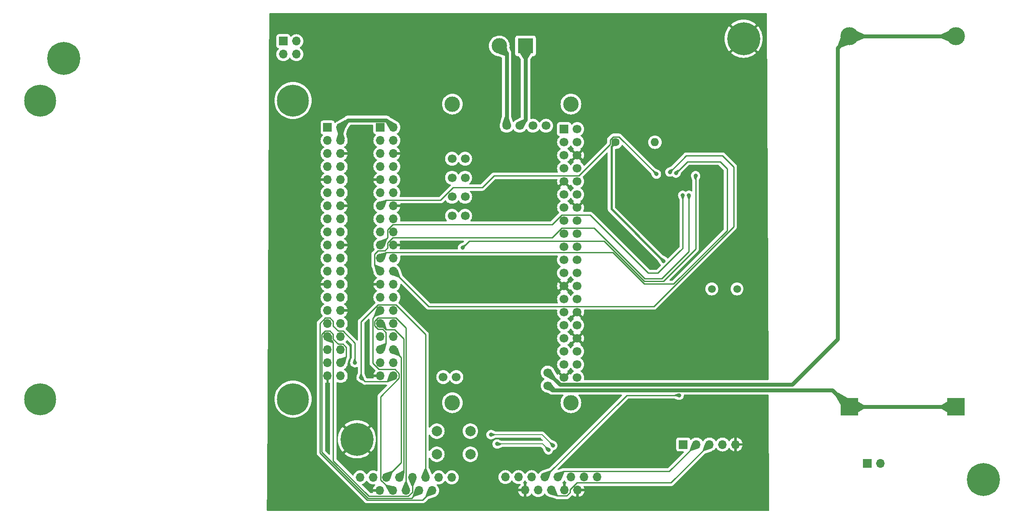
<source format=gbr>
%TF.GenerationSoftware,KiCad,Pcbnew,(7.0.0)*%
%TF.CreationDate,2023-03-30T12:23:11-04:00*%
%TF.ProjectId,headunit_pi4,68656164-756e-4697-945f-7069342e6b69,rev?*%
%TF.SameCoordinates,Original*%
%TF.FileFunction,Copper,L2,Bot*%
%TF.FilePolarity,Positive*%
%FSLAX46Y46*%
G04 Gerber Fmt 4.6, Leading zero omitted, Abs format (unit mm)*
G04 Created by KiCad (PCBNEW (7.0.0)) date 2023-03-30 12:23:11*
%MOMM*%
%LPD*%
G01*
G04 APERTURE LIST*
%TA.AperFunction,ComponentPad*%
%ADD10O,1.700000X1.700000*%
%TD*%
%TA.AperFunction,ComponentPad*%
%ADD11R,1.700000X1.700000*%
%TD*%
%TA.AperFunction,ComponentPad*%
%ADD12C,0.800000*%
%TD*%
%TA.AperFunction,ComponentPad*%
%ADD13C,6.400000*%
%TD*%
%TA.AperFunction,ComponentPad*%
%ADD14R,3.000000X3.000000*%
%TD*%
%TA.AperFunction,ComponentPad*%
%ADD15C,3.000000*%
%TD*%
%TA.AperFunction,ComponentPad*%
%ADD16C,1.600000*%
%TD*%
%TA.AperFunction,ComponentPad*%
%ADD17O,1.600000X1.600000*%
%TD*%
%TA.AperFunction,ComponentPad*%
%ADD18C,1.500000*%
%TD*%
%TA.AperFunction,ComponentPad*%
%ADD19C,6.200000*%
%TD*%
%TA.AperFunction,ComponentPad*%
%ADD20C,1.700000*%
%TD*%
%TA.AperFunction,WasherPad*%
%ADD21C,3.000000*%
%TD*%
%TA.AperFunction,ComponentPad*%
%ADD22C,3.500000*%
%TD*%
%TA.AperFunction,ComponentPad*%
%ADD23R,3.500000X3.500000*%
%TD*%
%TA.AperFunction,ComponentPad*%
%ADD24C,2.000000*%
%TD*%
%TA.AperFunction,ViaPad*%
%ADD25C,0.800000*%
%TD*%
%TA.AperFunction,Conductor*%
%ADD26C,0.250000*%
%TD*%
%TA.AperFunction,Conductor*%
%ADD27C,0.800000*%
%TD*%
%TA.AperFunction,Conductor*%
%ADD28C,0.200000*%
%TD*%
%TA.AperFunction,Conductor*%
%ADD29C,0.400000*%
%TD*%
G04 APERTURE END LIST*
D10*
%TO.P,J4,2,Pin_2*%
%TO.N,GND*%
X197739999Y-154199999D03*
D11*
%TO.P,J4,1,Pin_1*%
%TO.N,VCC*%
X195199999Y-154199999D03*
%TD*%
D12*
%TO.P,H4,1,1*%
%TO.N,GND*%
X96200000Y-147100000D03*
X97897056Y-151197056D03*
X97897056Y-147802944D03*
X98600000Y-149500000D03*
D13*
X96200000Y-149500000D03*
D12*
X96200000Y-151900000D03*
X94502944Y-147802944D03*
X94502944Y-151197056D03*
X93800000Y-149500000D03*
%TD*%
%TO.P,H3,1,1*%
%TO.N,GND*%
X217700000Y-154900000D03*
X219397056Y-158997056D03*
X219397056Y-155602944D03*
X220100000Y-157300000D03*
D13*
X217700000Y-157300000D03*
D12*
X217700000Y-159700000D03*
X216002944Y-155602944D03*
X216002944Y-158997056D03*
X215300000Y-157300000D03*
%TD*%
%TO.P,H2,1,1*%
%TO.N,GND*%
X171200000Y-69300000D03*
X172897056Y-73397056D03*
X172897056Y-70002944D03*
X173600000Y-71700000D03*
D13*
X171200000Y-71700000D03*
D12*
X171200000Y-74100000D03*
X169502944Y-70002944D03*
X169502944Y-73397056D03*
X168800000Y-71700000D03*
%TD*%
%TO.P,H1,1,1*%
%TO.N,GND*%
X39297056Y-73102944D03*
X40994112Y-77200000D03*
X40994112Y-73805888D03*
X41697056Y-75502944D03*
D13*
X39297056Y-75502944D03*
D12*
X39297056Y-77902944D03*
X37600000Y-73805888D03*
X37600000Y-77200000D03*
X36897056Y-75502944D03*
%TD*%
D11*
%TO.P,J8,1,VBUS*%
%TO.N,unconnected-(J8-VBUS-Pad1)*%
X159499999Y-150499999D03*
D10*
%TO.P,J8,2,D-*%
%TO.N,Net-(J8-D-)*%
X162039999Y-150499999D03*
%TO.P,J8,3,D+*%
%TO.N,Net-(J8-D+)*%
X164579999Y-150499999D03*
%TO.P,J8,4,ID*%
%TO.N,unconnected-(J8-ID-Pad4)*%
X167119999Y-150499999D03*
%TO.P,J8,5,GND*%
%TO.N,GND*%
X169659999Y-150499999D03*
%TD*%
D14*
%TO.P,J3,1,Pin_1*%
%TO.N,Net-(J3-Pin_1)*%
X128899999Y-73099999D03*
D15*
%TO.P,J3,2,Pin_2*%
%TO.N,Net-(J3-Pin_2)*%
X123820000Y-73100000D03*
%TD*%
D11*
%TO.P,J6,1,Pin_1*%
%TO.N,+3.3V*%
X100749999Y-88909999D03*
D10*
%TO.P,J6,2,Pin_2*%
%TO.N,VCC*%
X103289999Y-88909999D03*
%TO.P,J6,3,Pin_3*%
%TO.N,SDA1*%
X100749999Y-91449999D03*
%TO.P,J6,4,Pin_4*%
%TO.N,VCC*%
X103289999Y-91449999D03*
%TO.P,J6,5,Pin_5*%
%TO.N,SCL1*%
X100749999Y-93989999D03*
%TO.P,J6,6,Pin_6*%
%TO.N,GND*%
X103289999Y-93989999D03*
%TO.P,J6,7,Pin_7*%
%TO.N,GPIO4*%
X100749999Y-96529999D03*
%TO.P,J6,8,Pin_8*%
%TO.N,TX0*%
X103289999Y-96529999D03*
%TO.P,J6,9,Pin_9*%
%TO.N,GND*%
X100749999Y-99069999D03*
%TO.P,J6,10,Pin_10*%
%TO.N,RX0*%
X103289999Y-99069999D03*
%TO.P,J6,11,Pin_11*%
%TO.N,GPIO17*%
X100749999Y-101609999D03*
%TO.P,J6,12,Pin_12*%
%TO.N,GPIO18*%
X103289999Y-101609999D03*
%TO.P,J6,13,Pin_13*%
%TO.N,MCP_PWR*%
X100749999Y-104149999D03*
%TO.P,J6,14,Pin_14*%
%TO.N,GND*%
X103289999Y-104149999D03*
%TO.P,J6,15,Pin_15*%
%TO.N,GPIO22*%
X100749999Y-106689999D03*
%TO.P,J6,16,Pin_16*%
%TO.N,GPIO23*%
X103289999Y-106689999D03*
%TO.P,J6,17,Pin_17*%
%TO.N,unconnected-(J6-Pin_17-Pad17)*%
X100749999Y-109229999D03*
%TO.P,J6,18,Pin_18*%
%TO.N,GPIO24*%
X103289999Y-109229999D03*
%TO.P,J6,19,Pin_19*%
%TO.N,SPI0_MOSI*%
X100749999Y-111769999D03*
%TO.P,J6,20,Pin_20*%
%TO.N,GND*%
X103289999Y-111769999D03*
%TO.P,J6,21,Pin_21*%
%TO.N,SPI0_MISO*%
X100749999Y-114309999D03*
%TO.P,J6,22,Pin_22*%
%TO.N,GPIO25*%
X103289999Y-114309999D03*
%TO.P,J6,23,Pin_23*%
%TO.N,SPI0_SCLK*%
X100749999Y-116849999D03*
%TO.P,J6,24,Pin_24*%
%TO.N,SPI0_CE0*%
X103289999Y-116849999D03*
%TO.P,J6,25,Pin_25*%
%TO.N,GND*%
X100749999Y-119389999D03*
%TO.P,J6,26,Pin_26*%
%TO.N,GPIO7*%
X103289999Y-119389999D03*
%TO.P,J6,27,Pin_27*%
%TO.N,unconnected-(J6-Pin_27-Pad27)*%
X100749999Y-121929999D03*
%TO.P,J6,28,Pin_28*%
%TO.N,unconnected-(J6-Pin_28-Pad28)*%
X103289999Y-121929999D03*
%TO.P,J6,29,Pin_29*%
%TO.N,Expansion_5*%
X100749999Y-124469999D03*
%TO.P,J6,30,Pin_30*%
%TO.N,GND*%
X103289999Y-124469999D03*
%TO.P,J6,31,Pin_31*%
%TO.N,Expansion_6*%
X100749999Y-127009999D03*
%TO.P,J6,32,Pin_32*%
%TO.N,CAN_INT*%
X103289999Y-127009999D03*
%TO.P,J6,33,Pin_33*%
%TO.N,Scrn_Brightness*%
X100749999Y-129549999D03*
%TO.P,J6,34,Pin_34*%
%TO.N,GND*%
X103289999Y-129549999D03*
%TO.P,J6,35,Pin_35*%
%TO.N,Expansion_7*%
X100749999Y-132089999D03*
%TO.P,J6,36,Pin_36*%
%TO.N,Expansion_4*%
X103289999Y-132089999D03*
%TO.P,J6,37,Pin_37*%
%TO.N,AMFM_button*%
X100749999Y-134629999D03*
%TO.P,J6,38,Pin_38*%
%TO.N,CD_button*%
X103289999Y-134629999D03*
%TO.P,J6,39,Pin_39*%
%TO.N,GND*%
X100749999Y-137169999D03*
%TO.P,J6,40,Pin_40*%
%TO.N,SCAN_button*%
X103289999Y-137169999D03*
%TD*%
D11*
%TO.P,J7,1,Pin_1*%
%TO.N,+3.3V*%
X90509999Y-88939999D03*
D10*
%TO.P,J7,2,Pin_2*%
%TO.N,VCC*%
X93049999Y-88939999D03*
%TO.P,J7,3,Pin_3*%
%TO.N,SDA1*%
X90509999Y-91479999D03*
%TO.P,J7,4,Pin_4*%
%TO.N,VCC*%
X93049999Y-91479999D03*
%TO.P,J7,5,Pin_5*%
%TO.N,SCL1*%
X90509999Y-94019999D03*
%TO.P,J7,6,Pin_6*%
%TO.N,GND*%
X93049999Y-94019999D03*
%TO.P,J7,7,Pin_7*%
%TO.N,GPIO4*%
X90509999Y-96559999D03*
%TO.P,J7,8,Pin_8*%
%TO.N,TX0*%
X93049999Y-96559999D03*
%TO.P,J7,9,Pin_9*%
%TO.N,GND*%
X90509999Y-99099999D03*
%TO.P,J7,10,Pin_10*%
%TO.N,RX0*%
X93049999Y-99099999D03*
%TO.P,J7,11,Pin_11*%
%TO.N,GPIO17*%
X90509999Y-101639999D03*
%TO.P,J7,12,Pin_12*%
%TO.N,GPIO18*%
X93049999Y-101639999D03*
%TO.P,J7,13,Pin_13*%
%TO.N,MCP_PWR*%
X90509999Y-104179999D03*
%TO.P,J7,14,Pin_14*%
%TO.N,GND*%
X93049999Y-104179999D03*
%TO.P,J7,15,Pin_15*%
%TO.N,GPIO22*%
X90509999Y-106719999D03*
%TO.P,J7,16,Pin_16*%
%TO.N,GPIO23*%
X93049999Y-106719999D03*
%TO.P,J7,17,Pin_17*%
%TO.N,unconnected-(J7-Pin_17-Pad17)*%
X90509999Y-109259999D03*
%TO.P,J7,18,Pin_18*%
%TO.N,GPIO24*%
X93049999Y-109259999D03*
%TO.P,J7,19,Pin_19*%
%TO.N,SPI0_MOSI*%
X90509999Y-111799999D03*
%TO.P,J7,20,Pin_20*%
%TO.N,GND*%
X93049999Y-111799999D03*
%TO.P,J7,21,Pin_21*%
%TO.N,SPI0_MISO*%
X90509999Y-114339999D03*
%TO.P,J7,22,Pin_22*%
%TO.N,GPIO25*%
X93049999Y-114339999D03*
%TO.P,J7,23,Pin_23*%
%TO.N,SPI0_SCLK*%
X90509999Y-116879999D03*
%TO.P,J7,24,Pin_24*%
%TO.N,SPI0_CE0*%
X93049999Y-116879999D03*
%TO.P,J7,25,Pin_25*%
%TO.N,GND*%
X90509999Y-119419999D03*
%TO.P,J7,26,Pin_26*%
%TO.N,GPIO7*%
X93049999Y-119419999D03*
%TO.P,J7,27,Pin_27*%
%TO.N,unconnected-(J7-Pin_27-Pad27)*%
X90509999Y-121959999D03*
%TO.P,J7,28,Pin_28*%
%TO.N,unconnected-(J7-Pin_28-Pad28)*%
X93049999Y-121959999D03*
%TO.P,J7,29,Pin_29*%
%TO.N,Expansion_5*%
X90509999Y-124499999D03*
%TO.P,J7,30,Pin_30*%
%TO.N,GND*%
X93049999Y-124499999D03*
%TO.P,J7,31,Pin_31*%
%TO.N,Expansion_6*%
X90509999Y-127039999D03*
%TO.P,J7,32,Pin_32*%
%TO.N,CAN_INT*%
X93049999Y-127039999D03*
%TO.P,J7,33,Pin_33*%
%TO.N,Scrn_Brightness*%
X90509999Y-129579999D03*
%TO.P,J7,34,Pin_34*%
%TO.N,GND*%
X93049999Y-129579999D03*
%TO.P,J7,35,Pin_35*%
%TO.N,Expansion_7*%
X90509999Y-132119999D03*
%TO.P,J7,36,Pin_36*%
%TO.N,Expansion_4*%
X93049999Y-132119999D03*
%TO.P,J7,37,Pin_37*%
%TO.N,AMFM_button*%
X90509999Y-134659999D03*
%TO.P,J7,38,Pin_38*%
%TO.N,CD_button*%
X93049999Y-134659999D03*
%TO.P,J7,39,Pin_39*%
%TO.N,GND*%
X90509999Y-137199999D03*
%TO.P,J7,40,Pin_40*%
%TO.N,SCAN_button*%
X93049999Y-137199999D03*
%TD*%
D16*
%TO.P,R1,1*%
%TO.N,VCC*%
X146380000Y-91800000D03*
D17*
%TO.P,R1,2*%
%TO.N,Net-(U3-~{RESET})*%
X153999999Y-91799999D03*
%TD*%
D18*
%TO.P,Y1,2,2*%
%TO.N,Net-(U3-OSC1)*%
X169930000Y-120300000D03*
%TO.P,Y1,1,1*%
%TO.N,Net-(U3-OSC2)*%
X165050000Y-120300000D03*
%TD*%
D19*
%TO.P,U1,S1,SHIELD*%
%TO.N,Net-(U1-SHIELD-PadS1)*%
X83800000Y-83700000D03*
%TO.P,U1,S2,SHIELD*%
X83800000Y-141700000D03*
%TO.P,U1,S3,SHIELD*%
X34800000Y-141700000D03*
%TO.P,U1,S4,SHIELD*%
X34800000Y-83700000D03*
%TD*%
D10*
%TO.P,J1,1*%
%TO.N,AMFM_button*%
X110789999Y-159439999D03*
%TO.P,J1,2*%
%TO.N,SCAN_button*%
X109519999Y-156899999D03*
%TO.P,J1,3*%
%TO.N,CD_button*%
X108249999Y-159439999D03*
%TO.P,J1,4*%
%TO.N,Scrn_Brightness*%
X106979999Y-156899999D03*
%TO.P,J1,5*%
%TO.N,Expansion_7*%
X105709999Y-159439999D03*
%TO.P,J1,6*%
%TO.N,Expansion_6*%
X104439999Y-156899999D03*
%TO.P,J1,7*%
%TO.N,Expansion_5*%
X103169999Y-159439999D03*
%TO.P,J1,8*%
%TO.N,Expansion_4*%
X101899999Y-156899999D03*
%TO.P,J1,9*%
%TO.N,unconnected-(J1-Pad9)*%
X114599999Y-156899999D03*
%TO.P,J1,10*%
%TO.N,unconnected-(J1-Pad10)*%
X112059999Y-156899999D03*
%TO.P,J1,11*%
%TO.N,unconnected-(J1-Pad11)*%
X99359999Y-156899999D03*
%TO.P,J1,12*%
%TO.N,unconnected-(J1-Pad12)*%
X96819999Y-156899999D03*
%TO.P,J1,SH*%
%TO.N,GND*%
X100629999Y-159439999D03*
%TD*%
D20*
%TO.P,U4,btn-,BTN-*%
%TO.N,Net-(U4-BTN-)*%
X112945000Y-137400000D03*
%TO.P,U4,btn+,BTN+*%
%TO.N,Net-(U4-BTN+)*%
X115485000Y-137400000D03*
%TO.P,U4,Vout-,Vout-*%
%TO.N,Net-(J5-Pin_3)*%
X130345000Y-88600000D03*
%TO.P,U4,Vout+,Vout+*%
%TO.N,Net-(J5-Pin_1)*%
X132885000Y-88600000D03*
%TO.P,U4,Vcar-,12VGND*%
%TO.N,Net-(J3-Pin_1)*%
X127785000Y-88600000D03*
%TO.P,U4,Vcar+,12V+*%
%TO.N,Net-(J3-Pin_2)*%
X125245000Y-88600000D03*
%TO.P,U4,Vbsw-*%
%TO.N,N/C*%
X114645000Y-98700000D03*
%TO.P,U4,Vbsw+*%
X117185000Y-98700000D03*
%TO.P,U4,Pled-,PowerLED-*%
%TO.N,PwrLED-*%
X114645000Y-95000000D03*
%TO.P,U4,Pled+,PowerLED+*%
%TO.N,PwrLED+*%
X117185000Y-95000000D03*
%TO.P,U4,Mpp-*%
%TO.N,N/C*%
X114645000Y-102400000D03*
%TO.P,U4,Mpp+*%
X117185000Y-102400000D03*
%TO.P,U4,Cled-,ChargeLED-*%
%TO.N,ChargeLED-*%
X114645000Y-106100000D03*
%TO.P,U4,Cled+,ChargeLED+*%
%TO.N,ChargeLED+*%
X117185000Y-106100000D03*
%TO.P,U4,B-,Bat-*%
%TO.N,Net-(BT1--)*%
X133215000Y-136530000D03*
%TO.P,U4,B+,Bat+*%
%TO.N,Net-(BT1-+)*%
X133215000Y-139070000D03*
%TO.P,U4,40*%
%TO.N,N/C*%
X138929000Y-137518000D03*
%TO.P,U4,39,GND*%
%TO.N,GND*%
X136389000Y-137518000D03*
%TO.P,U4,38*%
%TO.N,N/C*%
X138929000Y-134978000D03*
%TO.P,U4,37*%
X136389000Y-134978000D03*
%TO.P,U4,36*%
X138929000Y-132438000D03*
%TO.P,U4,35*%
X136389000Y-132438000D03*
%TO.P,U4,34,GND*%
%TO.N,GND*%
X138929000Y-129898000D03*
%TO.P,U4,33*%
%TO.N,N/C*%
X136389000Y-129898000D03*
%TO.P,U4,32*%
X138929000Y-127358000D03*
%TO.P,U4,31*%
X136389000Y-127358000D03*
%TO.P,U4,30,GND*%
%TO.N,GND*%
X138929000Y-124818000D03*
%TO.P,U4,29*%
%TO.N,N/C*%
X136389000Y-124818000D03*
%TO.P,U4,28*%
X138929000Y-122278000D03*
%TO.P,U4,27*%
X136389000Y-122278000D03*
%TO.P,U4,26*%
X138929000Y-119738000D03*
%TO.P,U4,25,GND*%
%TO.N,GND*%
X136389000Y-119738000D03*
%TO.P,U4,24*%
%TO.N,N/C*%
X138929000Y-117198000D03*
%TO.P,U4,23*%
X136365000Y-117180000D03*
%TO.P,U4,22*%
X138905000Y-114640000D03*
%TO.P,U4,21*%
X136365000Y-114640000D03*
%TO.P,U4,20,GND*%
%TO.N,GND*%
X138905000Y-112100000D03*
%TO.P,U4,19*%
%TO.N,N/C*%
X136365000Y-112100000D03*
%TO.P,U4,18*%
X138929000Y-109578000D03*
%TO.P,U4,17*%
X136389000Y-109578000D03*
%TO.P,U4,16*%
X138929000Y-107038000D03*
%TO.P,U4,15*%
X136389000Y-107038000D03*
%TO.P,U4,14,GND*%
%TO.N,GND*%
X138929000Y-104498000D03*
%TO.P,U4,13*%
%TO.N,N/C*%
X136389000Y-104498000D03*
%TO.P,U4,12*%
X138929000Y-101958000D03*
%TO.P,U4,11*%
X136389000Y-101958000D03*
%TO.P,U4,10*%
X138929000Y-99418000D03*
%TO.P,U4,9,GND*%
%TO.N,GND*%
X136389000Y-99418000D03*
%TO.P,U4,8,TX0*%
%TO.N,TX0*%
X138929000Y-96878000D03*
%TO.P,U4,7*%
%TO.N,N/C*%
X136389000Y-96878000D03*
%TO.P,U4,6,GND*%
%TO.N,GND*%
X138929000Y-94338000D03*
%TO.P,U4,5,SCL*%
%TO.N,SCL1*%
X136389000Y-94338000D03*
%TO.P,U4,4,VCC*%
%TO.N,VCC*%
X138929000Y-91798000D03*
%TO.P,U4,3,SDA*%
%TO.N,SDA1*%
X136389000Y-91798000D03*
%TO.P,U4,2,VCC*%
%TO.N,VCC*%
X138929000Y-89258000D03*
D11*
%TO.P,U4,1*%
%TO.N,N/C*%
X136388999Y-89257999D03*
D21*
%TO.P,U4,*%
%TO.N,*%
X114715000Y-142400000D03*
X137715000Y-142400000D03*
X114715000Y-84400000D03*
X137715000Y-84400000D03*
%TD*%
D22*
%TO.P,BT1,2,-*%
%TO.N,Net-(BT1--)*%
X212350000Y-71200000D03*
D23*
%TO.P,BT1,1,+*%
%TO.N,Net-(BT1-+)*%
X212349999Y-143199999D03*
%TD*%
D11*
%TO.P,J5,1,Pin_1*%
%TO.N,Net-(J5-Pin_1)*%
X81924999Y-72174999D03*
D10*
%TO.P,J5,2,Pin_2*%
X84464999Y-72174999D03*
%TO.P,J5,3,Pin_3*%
%TO.N,Net-(J5-Pin_3)*%
X81924999Y-74714999D03*
%TO.P,J5,4,Pin_4*%
X84464999Y-74714999D03*
%TD*%
%TO.P,J2,1*%
%TO.N,GND*%
X138979999Y-159379999D03*
%TO.P,J2,2*%
X137709999Y-156839999D03*
%TO.P,J2,3*%
X136439999Y-159379999D03*
%TO.P,J2,4*%
%TO.N,Net-(J8-D-)*%
X135169999Y-156839999D03*
%TO.P,J2,5*%
%TO.N,Net-(J8-D+)*%
X133899999Y-159379999D03*
%TO.P,J2,6*%
%TO.N,LSCAN*%
X132629999Y-156839999D03*
%TO.P,J2,7*%
%TO.N,VCC*%
X131359999Y-159379999D03*
%TO.P,J2,8*%
X130089999Y-156839999D03*
%TO.P,J2,9*%
%TO.N,ChargeLED-*%
X142789999Y-156839999D03*
%TO.P,J2,10*%
%TO.N,ChargeLED+*%
X140249999Y-156839999D03*
%TO.P,J2,11*%
%TO.N,PwrLED-*%
X127549999Y-156839999D03*
%TO.P,J2,12*%
%TO.N,PwrLED+*%
X125009999Y-156839999D03*
%TO.P,J2,SH*%
%TO.N,GND*%
X128819999Y-159379999D03*
%TD*%
D24*
%TO.P,SW1,1,1*%
%TO.N,Net-(U4-BTN-)*%
X111700000Y-147900000D03*
X118200000Y-147900000D03*
%TO.P,SW1,2,2*%
%TO.N,Net-(U4-BTN+)*%
X111700000Y-152400000D03*
X118200000Y-152400000D03*
%TD*%
D23*
%TO.P,BT2,1,+*%
%TO.N,Net-(BT1-+)*%
X191749999Y-143199999D03*
D22*
%TO.P,BT2,2,-*%
%TO.N,Net-(BT1--)*%
X191750000Y-71200000D03*
%TD*%
D25*
%TO.N,SPI0_CE0*%
X156900000Y-97600000D03*
%TO.N,SPI0_MOSI*%
X159400000Y-102100000D03*
%TO.N,SPI0_SCLK*%
X160600000Y-102100000D03*
%TO.N,CAN_INT*%
X161900000Y-98300000D03*
X116700000Y-112300000D03*
%TO.N,SPI0_MISO*%
X158100000Y-97800000D03*
%TO.N,MCP_PWR*%
X154300000Y-98000000D03*
%TO.N,ChargeLED-*%
X122200000Y-148600000D03*
X134210681Y-150710681D03*
%TO.N,ChargeLED+*%
X133360681Y-151560681D03*
X123400000Y-150400000D03*
%TO.N,AMFM_button*%
X95800000Y-134630000D03*
%TO.N,SCAN_button*%
X97000000Y-137512433D03*
%TO.N,VCC*%
X155700000Y-114900000D03*
%TO.N,LSCAN*%
X158700000Y-140949000D03*
%TD*%
D26*
%TO.N,LSCAN*%
X148521000Y-140949000D02*
X158700000Y-140949000D01*
X132630000Y-156840000D02*
X148521000Y-140949000D01*
D27*
%TO.N,Net-(BT1--)*%
X189420000Y-73530000D02*
X191750000Y-71200000D01*
X180605000Y-138895000D02*
X189420000Y-130080000D01*
X135580000Y-138895000D02*
X180605000Y-138895000D01*
X189420000Y-130080000D02*
X189420000Y-73530000D01*
X133215000Y-136530000D02*
X135580000Y-138895000D01*
%TO.N,Net-(BT1-+)*%
X191750000Y-143200000D02*
X212350000Y-143200000D01*
X188470000Y-139920000D02*
X191750000Y-143200000D01*
X134065000Y-139920000D02*
X188470000Y-139920000D01*
X133215000Y-139070000D02*
X134065000Y-139920000D01*
%TO.N,Net-(BT1--)*%
X191750000Y-71200000D02*
X212350000Y-71200000D01*
D26*
%TO.N,SPI0_MISO*%
X160300000Y-95600000D02*
X158100000Y-97800000D01*
X166632452Y-95600000D02*
X160300000Y-95600000D01*
X168000000Y-96967548D02*
X166632452Y-95600000D01*
X157640559Y-119300000D02*
X168000000Y-108940559D01*
X151935096Y-119300000D02*
X157640559Y-119300000D01*
X145843096Y-113208000D02*
X151935096Y-119300000D01*
X101852000Y-113208000D02*
X145843096Y-113208000D01*
X100750000Y-114310000D02*
X101852000Y-113208000D01*
%TO.N,SPI0_CE0*%
X167100000Y-94400000D02*
X160100000Y-94400000D01*
X169300000Y-96600000D02*
X167100000Y-94400000D01*
X110140000Y-123700000D02*
X153773011Y-123700000D01*
X169300000Y-108173011D02*
X169300000Y-96600000D01*
X153773011Y-123700000D02*
X169300000Y-108173011D01*
X103290000Y-116850000D02*
X110140000Y-123700000D01*
X160100000Y-94400000D02*
X156900000Y-97600000D01*
%TO.N,SPI0_MISO*%
X168000000Y-108940559D02*
X168000000Y-96967548D01*
D27*
%TO.N,Net-(J3-Pin_1)*%
X128900000Y-87485000D02*
X127785000Y-88600000D01*
X128900000Y-73100000D02*
X128900000Y-87485000D01*
%TO.N,Net-(J3-Pin_2)*%
X125245000Y-74525000D02*
X123820000Y-73100000D01*
X125245000Y-88600000D02*
X125245000Y-74525000D01*
%TO.N,VCC*%
X101913000Y-87533000D02*
X103290000Y-88910000D01*
X94457000Y-87533000D02*
X101913000Y-87533000D01*
X93050000Y-88940000D02*
X94457000Y-87533000D01*
X93050000Y-91480000D02*
X93050000Y-88940000D01*
D26*
%TO.N,Net-(J8-D+)*%
X138859536Y-157942000D02*
X157138000Y-157942000D01*
X136896464Y-160482000D02*
X137542000Y-159836464D01*
X135002000Y-160482000D02*
X136896464Y-160482000D01*
X133900000Y-159380000D02*
X135002000Y-160482000D01*
X137542000Y-159836464D02*
X137542000Y-159259536D01*
X137542000Y-159259536D02*
X138859536Y-157942000D01*
X157138000Y-157942000D02*
X164580000Y-150500000D01*
%TO.N,Net-(J8-D-)*%
X136272000Y-155738000D02*
X156802000Y-155738000D01*
X135170000Y-156840000D02*
X136272000Y-155738000D01*
X156802000Y-155738000D02*
X162040000Y-150500000D01*
D28*
%TO.N,ChargeLED-*%
X122200000Y-148600000D02*
X132100000Y-148600000D01*
%TO.N,ChargeLED+*%
X132200000Y-150400000D02*
X133360681Y-151560681D01*
%TO.N,ChargeLED-*%
X132100000Y-148600000D02*
X134210681Y-150710681D01*
%TO.N,ChargeLED+*%
X123400000Y-150400000D02*
X132200000Y-150400000D01*
D26*
%TO.N,CAN_INT*%
X151967548Y-118800000D02*
X155620550Y-118800000D01*
X155620550Y-118800000D02*
X161900000Y-112520550D01*
X161900000Y-112520550D02*
X161900000Y-98300000D01*
X144165548Y-110998000D02*
X151967548Y-118800000D01*
X118002000Y-110998000D02*
X144165548Y-110998000D01*
X116700000Y-112300000D02*
X118002000Y-110998000D01*
%TO.N,SPI0_MOSI*%
X159400000Y-112400000D02*
X159400000Y-102100000D01*
X154600000Y-117200000D02*
X158900000Y-112900000D01*
X152700000Y-117200000D02*
X154600000Y-117200000D01*
X141436000Y-105936000D02*
X152700000Y-117200000D01*
X103169536Y-107792000D02*
X134076536Y-107792000D01*
X102188000Y-108773536D02*
X103169536Y-107792000D01*
X102188000Y-110332000D02*
X102188000Y-108773536D01*
X134076536Y-107792000D02*
X135932536Y-105936000D01*
X158900000Y-112900000D02*
X159400000Y-112400000D01*
X135932536Y-105936000D02*
X141436000Y-105936000D01*
X100750000Y-111770000D02*
X102188000Y-110332000D01*
%TO.N,SPI0_SCLK*%
X155300000Y-118300000D02*
X159900000Y-113700000D01*
X152000000Y-118300000D02*
X155300000Y-118300000D01*
X159900000Y-113700000D02*
X160600000Y-113000000D01*
X142176000Y-108476000D02*
X152000000Y-118300000D01*
X135924000Y-108476000D02*
X142176000Y-108476000D01*
X134068000Y-110332000D02*
X135924000Y-108476000D01*
X102188000Y-111313536D02*
X103169536Y-110332000D01*
X102188000Y-112312000D02*
X102188000Y-111313536D01*
X101628000Y-112872000D02*
X102188000Y-112312000D01*
X100293536Y-112872000D02*
X101628000Y-112872000D01*
X99648000Y-115748000D02*
X99648000Y-113517536D01*
X100750000Y-116850000D02*
X99648000Y-115748000D01*
X160600000Y-113000000D02*
X160600000Y-102100000D01*
X103169536Y-110332000D02*
X134068000Y-110332000D01*
X99648000Y-113517536D02*
X100293536Y-112872000D01*
%TO.N,MCP_PWR*%
X114886536Y-100600000D02*
X120500000Y-100600000D01*
X112438536Y-103048000D02*
X114886536Y-100600000D01*
X101852000Y-103048000D02*
X112438536Y-103048000D01*
X100750000Y-104150000D02*
X101852000Y-103048000D01*
X147048000Y-90748000D02*
X154300000Y-98000000D01*
X145944247Y-90748000D02*
X147048000Y-90748000D01*
X145328000Y-91364247D02*
X145944247Y-90748000D01*
X145328000Y-92235753D02*
X145328000Y-91364247D01*
X122784000Y-98316000D02*
X139247753Y-98316000D01*
D29*
%TO.N,VCC*%
X145553000Y-104753000D02*
X155700000Y-114900000D01*
D26*
%TO.N,MCP_PWR*%
X120500000Y-100600000D02*
X122784000Y-98316000D01*
D29*
%TO.N,VCC*%
X145779501Y-92422771D02*
X145553000Y-92649271D01*
X146380000Y-91800000D02*
X145779501Y-92400499D01*
D26*
%TO.N,MCP_PWR*%
X139247753Y-98316000D02*
X145328000Y-92235753D01*
D29*
%TO.N,VCC*%
X145779501Y-92400499D02*
X145779501Y-92422771D01*
X145553000Y-92649271D02*
X145553000Y-104753000D01*
D26*
%TO.N,AMFM_button*%
X95800000Y-130771536D02*
X95800000Y-134630000D01*
X93506464Y-128478000D02*
X95800000Y-130771536D01*
X92593536Y-128478000D02*
X93506464Y-128478000D01*
X91612000Y-127496464D02*
X92593536Y-128478000D01*
X90966464Y-125938000D02*
X91612000Y-126583536D01*
X90053536Y-125938000D02*
X90966464Y-125938000D01*
X108934998Y-161295002D02*
X98193590Y-161295002D01*
X110790000Y-159440000D02*
X108934998Y-161295002D01*
X98193590Y-161295002D02*
X89031000Y-152132412D01*
X91612000Y-126583536D02*
X91612000Y-127496464D01*
X89031000Y-126960536D02*
X90053536Y-125938000D01*
X89031000Y-152132412D02*
X89031000Y-126960536D01*
%TO.N,Scrn_Brightness*%
X91612000Y-130682000D02*
X90510000Y-129580000D01*
X91612000Y-153648508D02*
X91612000Y-130682000D01*
X98505492Y-160542000D02*
X91612000Y-153648508D01*
X106166464Y-160542000D02*
X98505492Y-160542000D01*
X106980000Y-159728464D02*
X106166464Y-160542000D01*
X106980000Y-156900000D02*
X106980000Y-159728464D01*
%TO.N,CD_button*%
X94152000Y-133558000D02*
X93050000Y-134660000D01*
X94152000Y-131663536D02*
X94152000Y-133558000D01*
X93506464Y-131018000D02*
X94152000Y-131663536D01*
X91612000Y-130036464D02*
X92593536Y-131018000D01*
X92593536Y-131018000D02*
X93506464Y-131018000D01*
X91612000Y-129123536D02*
X91612000Y-130036464D01*
X90966464Y-128478000D02*
X91612000Y-129123536D01*
X90053536Y-128478000D02*
X90966464Y-128478000D01*
X89408000Y-151976960D02*
X89408000Y-129123536D01*
X89408000Y-129123536D02*
X90053536Y-128478000D01*
X98349541Y-160918501D02*
X89408000Y-151976960D01*
X108250000Y-159440000D02*
X106771499Y-160918501D01*
X106771499Y-160918501D02*
X98349541Y-160918501D01*
%TO.N,SCAN_button*%
X97000000Y-126661536D02*
X97000000Y-137512433D01*
X100293536Y-123368000D02*
X97000000Y-126661536D01*
X103746464Y-123368000D02*
X100293536Y-123368000D01*
X109520000Y-129141536D02*
X103746464Y-123368000D01*
X109520000Y-156900000D02*
X109520000Y-129141536D01*
%TO.N,Expansion_7*%
X101852000Y-130988000D02*
X100750000Y-132090000D01*
X101852000Y-128757536D02*
X101852000Y-130988000D01*
X101206464Y-128112000D02*
X101852000Y-128757536D01*
X100293536Y-128112000D02*
X101206464Y-128112000D01*
X99648000Y-127466464D02*
X100293536Y-128112000D01*
X99648000Y-126553536D02*
X99648000Y-127466464D01*
X100293536Y-125908000D02*
X99648000Y-126553536D01*
X103746464Y-125908000D02*
X100293536Y-125908000D01*
X105710000Y-127871536D02*
X103746464Y-125908000D01*
X105710000Y-159440000D02*
X105710000Y-127871536D01*
%TO.N,Expansion_5*%
X99271499Y-134709963D02*
X99271499Y-125948501D01*
X103578464Y-135900000D02*
X100461536Y-135900000D01*
X102881536Y-159440000D02*
X100798000Y-157356464D01*
X104392000Y-136713536D02*
X103578464Y-135900000D01*
X99271499Y-125948501D02*
X100750000Y-124470000D01*
X100461536Y-135900000D02*
X99271499Y-134709963D01*
X104392000Y-137626464D02*
X104392000Y-136713536D01*
X100798000Y-157356464D02*
X100798000Y-141220464D01*
X103170000Y-159440000D02*
X102881536Y-159440000D01*
X100798000Y-141220464D02*
X104392000Y-137626464D01*
%TO.N,Expansion_6*%
X103498464Y-128200000D02*
X101940000Y-128200000D01*
X105290000Y-129991536D02*
X103498464Y-128200000D01*
X105290000Y-156050000D02*
X105290000Y-129991536D01*
X104440000Y-156900000D02*
X105290000Y-156050000D01*
X101940000Y-128200000D02*
X100750000Y-127010000D01*
%TO.N,Expansion_4*%
X104768501Y-133568501D02*
X103290000Y-132090000D01*
X104768501Y-154031499D02*
X104768501Y-133568501D01*
X101900000Y-156900000D02*
X104768501Y-154031499D01*
%TO.N,SCAN_button*%
X97759567Y-138272000D02*
X97000000Y-137512433D01*
X103290000Y-137170000D02*
X102188000Y-138272000D01*
X102188000Y-138272000D02*
X97759567Y-138272000D01*
%TD*%
%TA.AperFunction,Conductor*%
%TO.N,GND*%
G36*
X175654164Y-66717020D02*
G01*
X175699525Y-66762178D01*
X175716324Y-66823941D01*
X175951644Y-119065081D01*
X176035559Y-137694228D01*
X176036351Y-137869941D01*
X176019925Y-137932177D01*
X175974513Y-137977794D01*
X175912352Y-137994500D01*
X140361063Y-137994500D01*
X140306219Y-137981712D01*
X140262687Y-137945987D01*
X140239446Y-137894692D01*
X140241288Y-137838407D01*
X140251579Y-137800000D01*
X140264063Y-137753408D01*
X140284659Y-137518000D01*
X140264063Y-137282592D01*
X140202903Y-137054337D01*
X140103035Y-136840171D01*
X139967495Y-136646599D01*
X139800401Y-136479505D01*
X139795968Y-136476401D01*
X139795961Y-136476395D01*
X139614842Y-136349575D01*
X139575976Y-136305257D01*
X139561965Y-136248000D01*
X139575976Y-136190743D01*
X139614842Y-136146425D01*
X139795961Y-136019604D01*
X139795961Y-136019603D01*
X139800401Y-136016495D01*
X139967495Y-135849401D01*
X140103035Y-135655830D01*
X140202903Y-135441663D01*
X140264063Y-135213408D01*
X140284659Y-134978000D01*
X140264063Y-134742592D01*
X140202903Y-134514337D01*
X140103035Y-134300171D01*
X139967495Y-134106599D01*
X139800401Y-133939505D01*
X139795968Y-133936401D01*
X139795961Y-133936395D01*
X139614842Y-133809575D01*
X139575976Y-133765257D01*
X139561965Y-133708000D01*
X139575976Y-133650743D01*
X139614842Y-133606425D01*
X139795961Y-133479604D01*
X139795961Y-133479603D01*
X139800401Y-133476495D01*
X139967495Y-133309401D01*
X140103035Y-133115830D01*
X140202903Y-132901663D01*
X140264063Y-132673408D01*
X140284659Y-132438000D01*
X140264063Y-132202592D01*
X140202903Y-131974337D01*
X140103035Y-131760171D01*
X139967495Y-131566599D01*
X139800401Y-131399505D01*
X139795970Y-131396402D01*
X139795966Y-131396399D01*
X139614405Y-131269269D01*
X139575540Y-131224951D01*
X139561529Y-131167694D01*
X139575539Y-131110438D01*
X139614405Y-131066120D01*
X139679248Y-131020715D01*
X139686681Y-131012603D01*
X139680768Y-131003321D01*
X138940542Y-130263095D01*
X138928999Y-130256431D01*
X138917457Y-130263095D01*
X138177230Y-131003321D01*
X138171316Y-131012604D01*
X138178749Y-131020715D01*
X138243594Y-131066120D01*
X138282460Y-131110438D01*
X138296471Y-131167695D01*
X138282460Y-131224952D01*
X138243594Y-131269270D01*
X138062034Y-131396399D01*
X138062029Y-131396402D01*
X138057599Y-131399505D01*
X138053775Y-131403328D01*
X138053769Y-131403334D01*
X137894334Y-131562769D01*
X137894328Y-131562775D01*
X137890505Y-131566599D01*
X137887402Y-131571029D01*
X137887399Y-131571034D01*
X137760575Y-131752159D01*
X137716257Y-131791025D01*
X137659000Y-131805036D01*
X137601743Y-131791025D01*
X137557425Y-131752159D01*
X137488489Y-131653708D01*
X137427495Y-131566599D01*
X137260401Y-131399505D01*
X137255968Y-131396401D01*
X137255961Y-131396395D01*
X137074842Y-131269575D01*
X137035976Y-131225257D01*
X137021965Y-131168000D01*
X137035976Y-131110743D01*
X137074842Y-131066425D01*
X137255961Y-130939604D01*
X137255961Y-130939603D01*
X137260401Y-130936495D01*
X137427495Y-130769401D01*
X137557730Y-130583405D01*
X137602048Y-130544540D01*
X137659305Y-130530529D01*
X137716562Y-130544539D01*
X137760880Y-130583405D01*
X137806286Y-130648251D01*
X137814395Y-130655682D01*
X137823674Y-130649771D01*
X138563904Y-129909542D01*
X138570567Y-129898000D01*
X139287431Y-129898000D01*
X139294095Y-129909542D01*
X140034321Y-130649768D01*
X140043603Y-130655681D01*
X140051715Y-130648248D01*
X140099492Y-130580016D01*
X140104888Y-130570671D01*
X140200143Y-130366397D01*
X140203831Y-130356263D01*
X140262166Y-130138553D01*
X140264041Y-130127922D01*
X140283685Y-129903395D01*
X140283685Y-129892605D01*
X140264041Y-129668077D01*
X140262166Y-129657446D01*
X140203831Y-129439736D01*
X140200143Y-129429602D01*
X140104889Y-129225332D01*
X140099491Y-129215982D01*
X140051714Y-129147749D01*
X140043603Y-129140316D01*
X140034324Y-129146227D01*
X139294095Y-129886457D01*
X139287431Y-129898000D01*
X138570567Y-129898000D01*
X138570568Y-129897999D01*
X138563904Y-129886457D01*
X137823674Y-129146227D01*
X137814396Y-129140316D01*
X137806282Y-129147751D01*
X137760880Y-129212594D01*
X137716562Y-129251460D01*
X137659305Y-129265471D01*
X137602048Y-129251460D01*
X137557730Y-129212594D01*
X137438915Y-129042909D01*
X137427495Y-129026599D01*
X137260401Y-128859505D01*
X137255968Y-128856401D01*
X137255961Y-128856395D01*
X137074842Y-128729575D01*
X137035976Y-128685257D01*
X137021965Y-128628000D01*
X137035976Y-128570743D01*
X137074842Y-128526425D01*
X137255961Y-128399604D01*
X137255961Y-128399603D01*
X137260401Y-128396495D01*
X137427495Y-128229401D01*
X137496326Y-128131101D01*
X137557425Y-128043842D01*
X137601743Y-128004976D01*
X137659000Y-127990965D01*
X137716257Y-128004976D01*
X137760575Y-128043842D01*
X137887395Y-128224961D01*
X137887401Y-128224968D01*
X137890505Y-128229401D01*
X138057599Y-128396495D01*
X138062032Y-128399599D01*
X138062038Y-128399604D01*
X138243593Y-128526730D01*
X138282459Y-128571048D01*
X138296470Y-128628305D01*
X138282459Y-128685562D01*
X138243594Y-128729880D01*
X138178750Y-128775284D01*
X138171316Y-128783396D01*
X138177227Y-128792674D01*
X138917457Y-129532904D01*
X138929000Y-129539568D01*
X138940542Y-129532904D01*
X139680771Y-128792674D01*
X139686682Y-128783395D01*
X139679251Y-128775286D01*
X139614405Y-128729880D01*
X139575539Y-128685562D01*
X139561529Y-128628305D01*
X139575540Y-128571048D01*
X139614406Y-128526730D01*
X139795961Y-128399604D01*
X139795961Y-128399603D01*
X139800401Y-128396495D01*
X139967495Y-128229401D01*
X140103035Y-128035830D01*
X140202903Y-127821663D01*
X140264063Y-127593408D01*
X140284659Y-127358000D01*
X140264063Y-127122592D01*
X140207451Y-126911309D01*
X140204305Y-126899569D01*
X140204304Y-126899567D01*
X140202903Y-126894337D01*
X140103035Y-126680171D01*
X139967495Y-126486599D01*
X139800401Y-126319505D01*
X139795970Y-126316402D01*
X139795966Y-126316399D01*
X139614405Y-126189269D01*
X139575540Y-126144951D01*
X139561529Y-126087694D01*
X139575539Y-126030438D01*
X139614405Y-125986120D01*
X139679248Y-125940715D01*
X139686681Y-125932603D01*
X139680768Y-125923321D01*
X138940542Y-125183095D01*
X138929000Y-125176431D01*
X138917457Y-125183095D01*
X138177230Y-125923321D01*
X138171316Y-125932604D01*
X138178749Y-125940715D01*
X138243594Y-125986120D01*
X138282460Y-126030438D01*
X138296471Y-126087695D01*
X138282460Y-126144952D01*
X138243594Y-126189270D01*
X138062034Y-126316399D01*
X138062029Y-126316402D01*
X138057599Y-126319505D01*
X138053775Y-126323328D01*
X138053769Y-126323334D01*
X137894334Y-126482769D01*
X137894328Y-126482775D01*
X137890505Y-126486599D01*
X137887402Y-126491029D01*
X137887399Y-126491034D01*
X137760575Y-126672159D01*
X137716257Y-126711025D01*
X137659000Y-126725036D01*
X137601743Y-126711025D01*
X137557425Y-126672159D01*
X137512158Y-126607511D01*
X137427495Y-126486599D01*
X137260401Y-126319505D01*
X137255970Y-126316402D01*
X137255966Y-126316399D01*
X137074841Y-126189574D01*
X137035976Y-126145256D01*
X137021965Y-126087999D01*
X137035976Y-126030742D01*
X137074839Y-125986426D01*
X137260401Y-125856495D01*
X137427495Y-125689401D01*
X137557730Y-125503405D01*
X137602048Y-125464540D01*
X137659305Y-125450529D01*
X137716562Y-125464539D01*
X137760880Y-125503405D01*
X137806286Y-125568251D01*
X137814395Y-125575682D01*
X137823674Y-125569771D01*
X138841318Y-124552127D01*
X138896905Y-124520033D01*
X138961093Y-124520033D01*
X139016680Y-124552127D01*
X140034321Y-125569768D01*
X140043603Y-125575681D01*
X140051715Y-125568248D01*
X140099492Y-125500016D01*
X140104888Y-125490671D01*
X140200143Y-125286397D01*
X140203831Y-125276263D01*
X140262166Y-125058553D01*
X140264041Y-125047922D01*
X140283685Y-124823395D01*
X140283685Y-124812605D01*
X140264041Y-124588077D01*
X140262167Y-124577446D01*
X140236483Y-124481594D01*
X140234641Y-124425309D01*
X140257882Y-124374014D01*
X140301414Y-124338288D01*
X140356258Y-124325500D01*
X153695236Y-124325500D01*
X153706291Y-124326021D01*
X153713678Y-124327673D01*
X153780883Y-124325561D01*
X153784779Y-124325500D01*
X153808459Y-124325500D01*
X153812361Y-124325500D01*
X153816324Y-124324999D01*
X153827974Y-124324080D01*
X153871638Y-124322709D01*
X153890872Y-124317119D01*
X153909928Y-124313174D01*
X153929803Y-124310664D01*
X153970406Y-124294587D01*
X153981461Y-124290802D01*
X154023401Y-124278618D01*
X154040640Y-124268422D01*
X154058114Y-124259862D01*
X154069485Y-124255360D01*
X154069487Y-124255358D01*
X154076743Y-124252486D01*
X154112080Y-124226811D01*
X154121835Y-124220403D01*
X154159431Y-124198170D01*
X154173595Y-124184005D01*
X154188390Y-124171368D01*
X154204598Y-124159594D01*
X154232439Y-124125938D01*
X154240290Y-124117309D01*
X158057599Y-120300000D01*
X163794723Y-120300000D01*
X163795195Y-120305395D01*
X163813320Y-120512578D01*
X163813321Y-120512585D01*
X163813793Y-120517977D01*
X163815192Y-120523199D01*
X163815194Y-120523209D01*
X163867108Y-120716951D01*
X163870425Y-120729330D01*
X163872709Y-120734229D01*
X163872712Y-120734236D01*
X163960611Y-120922736D01*
X163960614Y-120922742D01*
X163962898Y-120927639D01*
X163965997Y-120932066D01*
X163965999Y-120932068D01*
X164085296Y-121102442D01*
X164085299Y-121102446D01*
X164088402Y-121106877D01*
X164243123Y-121261598D01*
X164247555Y-121264701D01*
X164247557Y-121264703D01*
X164316568Y-121313025D01*
X164422361Y-121387102D01*
X164620670Y-121479575D01*
X164778522Y-121521871D01*
X164826790Y-121534805D01*
X164826791Y-121534805D01*
X164832023Y-121536207D01*
X165050000Y-121555277D01*
X165267977Y-121536207D01*
X165479330Y-121479575D01*
X165677639Y-121387102D01*
X165856877Y-121261598D01*
X166011598Y-121106877D01*
X166137102Y-120927639D01*
X166229575Y-120729330D01*
X166286207Y-120517977D01*
X166305277Y-120300000D01*
X168674723Y-120300000D01*
X168675195Y-120305395D01*
X168693320Y-120512578D01*
X168693321Y-120512585D01*
X168693793Y-120517977D01*
X168695192Y-120523199D01*
X168695194Y-120523209D01*
X168747108Y-120716951D01*
X168750425Y-120729330D01*
X168752709Y-120734229D01*
X168752712Y-120734236D01*
X168840611Y-120922736D01*
X168840614Y-120922742D01*
X168842898Y-120927639D01*
X168845997Y-120932066D01*
X168845999Y-120932068D01*
X168965296Y-121102442D01*
X168965299Y-121102446D01*
X168968402Y-121106877D01*
X169123123Y-121261598D01*
X169127555Y-121264701D01*
X169127557Y-121264703D01*
X169196568Y-121313025D01*
X169302361Y-121387102D01*
X169500670Y-121479575D01*
X169658522Y-121521871D01*
X169706790Y-121534805D01*
X169706791Y-121534805D01*
X169712023Y-121536207D01*
X169930000Y-121555277D01*
X170147977Y-121536207D01*
X170359330Y-121479575D01*
X170557639Y-121387102D01*
X170736877Y-121261598D01*
X170891598Y-121106877D01*
X171017102Y-120927639D01*
X171109575Y-120729330D01*
X171166207Y-120517977D01*
X171185277Y-120300000D01*
X171166207Y-120082023D01*
X171163523Y-120072008D01*
X171137963Y-119976615D01*
X171109575Y-119870670D01*
X171101644Y-119853663D01*
X171063829Y-119772568D01*
X171017102Y-119672362D01*
X170891598Y-119493123D01*
X170736877Y-119338402D01*
X170732446Y-119335299D01*
X170732442Y-119335296D01*
X170562068Y-119215999D01*
X170562066Y-119215997D01*
X170557639Y-119212898D01*
X170552742Y-119210614D01*
X170552736Y-119210611D01*
X170364236Y-119122712D01*
X170364229Y-119122709D01*
X170359330Y-119120425D01*
X170354103Y-119119024D01*
X170354102Y-119119024D01*
X170153209Y-119065194D01*
X170153199Y-119065192D01*
X170147977Y-119063793D01*
X170142585Y-119063321D01*
X170142578Y-119063320D01*
X169935395Y-119045195D01*
X169930000Y-119044723D01*
X169924605Y-119045195D01*
X169717421Y-119063320D01*
X169717412Y-119063321D01*
X169712023Y-119063793D01*
X169706802Y-119065191D01*
X169706790Y-119065194D01*
X169505897Y-119119024D01*
X169505892Y-119119025D01*
X169500670Y-119120425D01*
X169495774Y-119122707D01*
X169495763Y-119122712D01*
X169307272Y-119210608D01*
X169307268Y-119210610D01*
X169302362Y-119212898D01*
X169297929Y-119216001D01*
X169297922Y-119216006D01*
X169127558Y-119335296D01*
X169127553Y-119335299D01*
X169123123Y-119338402D01*
X169119299Y-119342225D01*
X169119293Y-119342231D01*
X168972231Y-119489293D01*
X168972225Y-119489299D01*
X168968402Y-119493123D01*
X168965299Y-119497553D01*
X168965296Y-119497558D01*
X168846006Y-119667922D01*
X168846001Y-119667929D01*
X168842898Y-119672362D01*
X168840610Y-119677268D01*
X168840608Y-119677272D01*
X168752712Y-119865763D01*
X168752707Y-119865774D01*
X168750425Y-119870670D01*
X168749025Y-119875892D01*
X168749024Y-119875897D01*
X168695194Y-120076790D01*
X168695191Y-120076802D01*
X168693793Y-120082023D01*
X168693321Y-120087412D01*
X168693320Y-120087421D01*
X168678516Y-120256643D01*
X168674723Y-120300000D01*
X166305277Y-120300000D01*
X166286207Y-120082023D01*
X166283523Y-120072008D01*
X166257963Y-119976615D01*
X166229575Y-119870670D01*
X166221644Y-119853663D01*
X166183829Y-119772568D01*
X166137102Y-119672362D01*
X166011598Y-119493123D01*
X165856877Y-119338402D01*
X165852446Y-119335299D01*
X165852442Y-119335296D01*
X165682068Y-119215999D01*
X165682066Y-119215997D01*
X165677639Y-119212898D01*
X165672742Y-119210614D01*
X165672736Y-119210611D01*
X165484236Y-119122712D01*
X165484229Y-119122709D01*
X165479330Y-119120425D01*
X165474103Y-119119024D01*
X165474102Y-119119024D01*
X165273209Y-119065194D01*
X165273199Y-119065192D01*
X165267977Y-119063793D01*
X165262585Y-119063321D01*
X165262578Y-119063320D01*
X165055395Y-119045195D01*
X165050000Y-119044723D01*
X165044605Y-119045195D01*
X164837421Y-119063320D01*
X164837412Y-119063321D01*
X164832023Y-119063793D01*
X164826802Y-119065191D01*
X164826790Y-119065194D01*
X164625897Y-119119024D01*
X164625892Y-119119025D01*
X164620670Y-119120425D01*
X164615774Y-119122707D01*
X164615763Y-119122712D01*
X164427272Y-119210608D01*
X164427268Y-119210610D01*
X164422362Y-119212898D01*
X164417929Y-119216001D01*
X164417922Y-119216006D01*
X164247558Y-119335296D01*
X164247553Y-119335299D01*
X164243123Y-119338402D01*
X164239299Y-119342225D01*
X164239293Y-119342231D01*
X164092231Y-119489293D01*
X164092225Y-119489299D01*
X164088402Y-119493123D01*
X164085299Y-119497553D01*
X164085296Y-119497558D01*
X163966006Y-119667922D01*
X163966001Y-119667929D01*
X163962898Y-119672362D01*
X163960610Y-119677268D01*
X163960608Y-119677272D01*
X163872712Y-119865763D01*
X163872707Y-119865774D01*
X163870425Y-119870670D01*
X163869025Y-119875892D01*
X163869024Y-119875897D01*
X163815194Y-120076790D01*
X163815191Y-120076802D01*
X163813793Y-120082023D01*
X163813321Y-120087412D01*
X163813320Y-120087421D01*
X163798516Y-120256643D01*
X163794723Y-120300000D01*
X158057599Y-120300000D01*
X169687311Y-108670289D01*
X169695481Y-108662855D01*
X169701877Y-108658797D01*
X169747918Y-108609767D01*
X169750535Y-108607065D01*
X169770120Y-108587482D01*
X169772585Y-108584303D01*
X169780167Y-108575427D01*
X169781358Y-108574159D01*
X169810062Y-108543593D01*
X169819713Y-108526034D01*
X169830390Y-108509781D01*
X169842673Y-108493947D01*
X169860018Y-108453863D01*
X169865151Y-108443382D01*
X169886197Y-108405103D01*
X169891179Y-108385695D01*
X169897482Y-108367287D01*
X169905437Y-108348907D01*
X169912271Y-108305755D01*
X169914633Y-108294349D01*
X169925500Y-108252030D01*
X169925500Y-108231994D01*
X169927027Y-108212596D01*
X169928939Y-108200524D01*
X169928938Y-108200524D01*
X169930160Y-108192815D01*
X169926050Y-108149335D01*
X169925500Y-108137666D01*
X169925500Y-96677775D01*
X169926021Y-96666719D01*
X169927673Y-96659333D01*
X169925561Y-96592127D01*
X169925500Y-96588232D01*
X169925500Y-96564541D01*
X169925500Y-96560650D01*
X169924998Y-96556677D01*
X169924080Y-96545018D01*
X169922954Y-96509173D01*
X169922709Y-96501373D01*
X169917120Y-96482140D01*
X169913174Y-96463083D01*
X169911641Y-96450944D01*
X169910664Y-96443208D01*
X169894582Y-96402591D01*
X169890803Y-96391551D01*
X169880795Y-96357102D01*
X169880793Y-96357099D01*
X169878618Y-96349610D01*
X169868417Y-96332360D01*
X169859863Y-96314901D01*
X169852486Y-96296268D01*
X169826808Y-96260925D01*
X169820401Y-96251171D01*
X169802142Y-96220296D01*
X169802141Y-96220294D01*
X169798170Y-96213580D01*
X169784005Y-96199415D01*
X169771370Y-96184622D01*
X169759594Y-96168413D01*
X169753583Y-96163440D01*
X169753581Y-96163438D01*
X169725941Y-96140573D01*
X169717300Y-96132710D01*
X167597286Y-94012695D01*
X167589842Y-94004514D01*
X167585786Y-93998123D01*
X167536775Y-93952098D01*
X167533978Y-93949387D01*
X167517227Y-93932636D01*
X167514471Y-93929880D01*
X167511290Y-93927412D01*
X167502414Y-93919830D01*
X167476269Y-93895278D01*
X167476267Y-93895276D01*
X167470582Y-93889938D01*
X167463749Y-93886182D01*
X167463743Y-93886177D01*
X167453025Y-93880285D01*
X167436766Y-93869606D01*
X167427095Y-93862104D01*
X167427092Y-93862102D01*
X167420936Y-93857327D01*
X167413779Y-93854229D01*
X167413776Y-93854228D01*
X167380849Y-93839978D01*
X167370363Y-93834841D01*
X167338932Y-93817562D01*
X167338923Y-93817558D01*
X167332092Y-93813803D01*
X167324535Y-93811862D01*
X167324531Y-93811861D01*
X167312688Y-93808820D01*
X167294284Y-93802519D01*
X167283057Y-93797660D01*
X167283050Y-93797658D01*
X167275896Y-93794562D01*
X167268192Y-93793341D01*
X167268190Y-93793341D01*
X167232759Y-93787729D01*
X167221324Y-93785361D01*
X167186571Y-93776438D01*
X167186563Y-93776437D01*
X167179019Y-93774500D01*
X167171223Y-93774500D01*
X167158983Y-93774500D01*
X167139597Y-93772974D01*
X167119804Y-93769840D01*
X167112038Y-93770574D01*
X167112035Y-93770574D01*
X167076324Y-93773950D01*
X167064655Y-93774500D01*
X160177771Y-93774500D01*
X160166718Y-93773979D01*
X160159332Y-93772328D01*
X160151534Y-93772573D01*
X160092144Y-93774439D01*
X160088250Y-93774500D01*
X160060650Y-93774500D01*
X160056799Y-93774986D01*
X160056768Y-93774988D01*
X160056640Y-93775005D01*
X160045029Y-93775918D01*
X160009171Y-93777045D01*
X160009164Y-93777046D01*
X160001372Y-93777291D01*
X159993888Y-93779465D01*
X159993877Y-93779467D01*
X159982128Y-93782881D01*
X159963083Y-93786825D01*
X159950947Y-93788358D01*
X159950944Y-93788358D01*
X159943208Y-93789336D01*
X159935960Y-93792205D01*
X159935950Y-93792208D01*
X159902592Y-93805415D01*
X159891550Y-93809196D01*
X159857097Y-93819207D01*
X159857092Y-93819208D01*
X159849610Y-93821383D01*
X159842902Y-93825349D01*
X159842897Y-93825352D01*
X159832364Y-93831581D01*
X159814900Y-93840136D01*
X159803524Y-93844640D01*
X159803517Y-93844643D01*
X159796268Y-93847514D01*
X159789962Y-93852094D01*
X159789957Y-93852098D01*
X159760927Y-93873189D01*
X159751169Y-93879598D01*
X159720298Y-93897856D01*
X159713579Y-93901830D01*
X159708063Y-93907344D01*
X159708056Y-93907351D01*
X159699407Y-93916000D01*
X159684624Y-93928626D01*
X159674727Y-93935817D01*
X159674720Y-93935823D01*
X159668413Y-93940406D01*
X159663446Y-93946408D01*
X159663435Y-93946420D01*
X159640570Y-93974059D01*
X159632710Y-93982697D01*
X157114070Y-96501337D01*
X157077402Y-96526677D01*
X156551991Y-96763826D01*
X156551973Y-96763834D01*
X156549277Y-96765052D01*
X156546704Y-96766524D01*
X156546695Y-96766530D01*
X156512508Y-96786108D01*
X156501325Y-96791781D01*
X156453206Y-96813205D01*
X156453198Y-96813209D01*
X156447270Y-96815849D01*
X156442016Y-96819665D01*
X156442011Y-96819669D01*
X156299388Y-96923290D01*
X156299381Y-96923295D01*
X156294129Y-96927112D01*
X156289784Y-96931937D01*
X156289779Y-96931942D01*
X156171813Y-97062956D01*
X156171808Y-97062962D01*
X156167467Y-97067784D01*
X156164222Y-97073404D01*
X156164218Y-97073410D01*
X156076069Y-97226089D01*
X156076066Y-97226094D01*
X156072821Y-97231716D01*
X156070815Y-97237888D01*
X156070813Y-97237894D01*
X156016333Y-97405564D01*
X156016331Y-97405573D01*
X156014326Y-97411744D01*
X156013648Y-97418194D01*
X156013646Y-97418204D01*
X155996018Y-97585933D01*
X155994540Y-97600000D01*
X155995219Y-97606460D01*
X156013646Y-97781795D01*
X156013647Y-97781803D01*
X156014326Y-97788256D01*
X156016331Y-97794428D01*
X156016333Y-97794435D01*
X156070813Y-97962105D01*
X156072821Y-97968284D01*
X156076068Y-97973908D01*
X156076069Y-97973910D01*
X156155647Y-98111744D01*
X156167467Y-98132216D01*
X156171811Y-98137041D01*
X156171813Y-98137043D01*
X156231227Y-98203029D01*
X156294129Y-98272888D01*
X156447270Y-98384151D01*
X156620197Y-98461144D01*
X156805354Y-98500500D01*
X156988143Y-98500500D01*
X156994646Y-98500500D01*
X157179803Y-98461144D01*
X157314328Y-98401248D01*
X157364762Y-98390528D01*
X157415198Y-98401248D01*
X157456912Y-98431555D01*
X157484772Y-98462496D01*
X157494129Y-98472888D01*
X157499387Y-98476708D01*
X157499388Y-98476709D01*
X157532134Y-98500500D01*
X157647270Y-98584151D01*
X157820197Y-98661144D01*
X158005354Y-98700500D01*
X158188143Y-98700500D01*
X158194646Y-98700500D01*
X158379803Y-98661144D01*
X158552730Y-98584151D01*
X158705871Y-98472888D01*
X158832533Y-98332216D01*
X158927179Y-98168284D01*
X158929191Y-98162089D01*
X158929279Y-98161892D01*
X158932131Y-98155919D01*
X158933454Y-98153326D01*
X158934948Y-98150719D01*
X159173317Y-97622597D01*
X159198652Y-97585936D01*
X160522771Y-96261819D01*
X160563000Y-96234939D01*
X160610453Y-96225500D01*
X166322000Y-96225500D01*
X166369453Y-96234939D01*
X166409681Y-96261819D01*
X167338181Y-97190320D01*
X167365061Y-97230548D01*
X167374500Y-97278001D01*
X167374500Y-108630107D01*
X167365061Y-108677560D01*
X167338181Y-108717788D01*
X157417787Y-118638181D01*
X157377559Y-118665061D01*
X157330106Y-118674500D01*
X156930002Y-118674500D01*
X156873707Y-118660985D01*
X156829684Y-118623385D01*
X156807529Y-118569898D01*
X156812071Y-118512182D01*
X156842321Y-118462819D01*
X159549267Y-115755873D01*
X162287311Y-113017828D01*
X162295481Y-113010394D01*
X162301877Y-113006336D01*
X162347918Y-112957306D01*
X162350535Y-112954604D01*
X162370120Y-112935021D01*
X162372585Y-112931842D01*
X162380167Y-112922966D01*
X162410062Y-112891132D01*
X162419713Y-112873573D01*
X162430390Y-112857320D01*
X162442673Y-112841486D01*
X162460018Y-112801402D01*
X162465151Y-112790921D01*
X162486197Y-112752642D01*
X162491179Y-112733234D01*
X162497482Y-112714826D01*
X162505437Y-112696446D01*
X162512271Y-112653294D01*
X162514633Y-112641888D01*
X162525500Y-112599569D01*
X162525500Y-112579533D01*
X162527027Y-112560135D01*
X162528939Y-112548063D01*
X162528938Y-112548063D01*
X162530160Y-112540354D01*
X162526050Y-112496874D01*
X162525500Y-112485205D01*
X162525500Y-99228235D01*
X162533511Y-99184389D01*
X162606989Y-98990013D01*
X162738394Y-98642399D01*
X162751933Y-98592572D01*
X162753662Y-98586776D01*
X162783666Y-98494437D01*
X162783666Y-98494433D01*
X162785674Y-98488256D01*
X162805460Y-98300000D01*
X162785674Y-98111744D01*
X162727179Y-97931716D01*
X162632533Y-97767784D01*
X162610261Y-97743049D01*
X162510220Y-97631942D01*
X162510219Y-97631941D01*
X162505871Y-97627112D01*
X162500613Y-97623292D01*
X162500611Y-97623290D01*
X162357988Y-97519669D01*
X162357987Y-97519668D01*
X162352730Y-97515849D01*
X162346792Y-97513205D01*
X162185745Y-97441501D01*
X162185740Y-97441499D01*
X162179803Y-97438856D01*
X162173444Y-97437504D01*
X162173440Y-97437503D01*
X162001008Y-97400852D01*
X162001005Y-97400851D01*
X161994646Y-97399500D01*
X161805354Y-97399500D01*
X161798995Y-97400851D01*
X161798991Y-97400852D01*
X161626559Y-97437503D01*
X161626552Y-97437505D01*
X161620197Y-97438856D01*
X161614262Y-97441498D01*
X161614254Y-97441501D01*
X161453207Y-97513205D01*
X161453202Y-97513207D01*
X161447270Y-97515849D01*
X161442016Y-97519665D01*
X161442011Y-97519669D01*
X161299388Y-97623290D01*
X161299381Y-97623295D01*
X161294129Y-97627112D01*
X161289784Y-97631937D01*
X161289779Y-97631942D01*
X161171813Y-97762956D01*
X161171808Y-97762962D01*
X161167467Y-97767784D01*
X161164222Y-97773404D01*
X161164218Y-97773410D01*
X161076069Y-97926089D01*
X161076066Y-97926094D01*
X161072821Y-97931716D01*
X161070815Y-97937888D01*
X161070813Y-97937894D01*
X161016333Y-98105564D01*
X161016331Y-98105573D01*
X161014326Y-98111744D01*
X161013648Y-98118194D01*
X161013646Y-98118204D01*
X160996988Y-98276709D01*
X160994540Y-98300000D01*
X160995219Y-98306460D01*
X161013646Y-98481792D01*
X161013647Y-98481797D01*
X161014326Y-98488256D01*
X161016335Y-98494439D01*
X161046329Y-98586755D01*
X161048058Y-98592552D01*
X161060822Y-98639521D01*
X161060825Y-98639532D01*
X161061605Y-98642400D01*
X161062657Y-98645184D01*
X161062662Y-98645198D01*
X161256675Y-99158430D01*
X161263862Y-99177443D01*
X161266489Y-99184391D01*
X161274500Y-99228237D01*
X161274500Y-101233611D01*
X161256227Y-101298401D01*
X161206795Y-101344096D01*
X161140771Y-101357229D01*
X161077615Y-101333929D01*
X161057988Y-101319669D01*
X161057987Y-101319668D01*
X161052730Y-101315849D01*
X161046792Y-101313205D01*
X160885745Y-101241501D01*
X160885740Y-101241499D01*
X160879803Y-101238856D01*
X160873444Y-101237504D01*
X160873440Y-101237503D01*
X160701008Y-101200852D01*
X160701005Y-101200851D01*
X160694646Y-101199500D01*
X160505354Y-101199500D01*
X160498995Y-101200851D01*
X160498991Y-101200852D01*
X160326559Y-101237503D01*
X160326552Y-101237505D01*
X160320197Y-101238856D01*
X160314262Y-101241498D01*
X160314254Y-101241501D01*
X160153207Y-101313205D01*
X160153202Y-101313207D01*
X160147270Y-101315849D01*
X160142020Y-101319663D01*
X160142017Y-101319665D01*
X160134625Y-101325036D01*
X160072882Y-101369893D01*
X160025781Y-101390864D01*
X159974219Y-101390864D01*
X159927117Y-101369893D01*
X159852730Y-101315849D01*
X159846792Y-101313205D01*
X159685745Y-101241501D01*
X159685740Y-101241499D01*
X159679803Y-101238856D01*
X159673444Y-101237504D01*
X159673440Y-101237503D01*
X159501008Y-101200852D01*
X159501005Y-101200851D01*
X159494646Y-101199500D01*
X159305354Y-101199500D01*
X159298995Y-101200851D01*
X159298991Y-101200852D01*
X159126559Y-101237503D01*
X159126552Y-101237505D01*
X159120197Y-101238856D01*
X159114262Y-101241498D01*
X159114254Y-101241501D01*
X158953207Y-101313205D01*
X158953202Y-101313207D01*
X158947270Y-101315849D01*
X158942016Y-101319665D01*
X158942011Y-101319669D01*
X158799388Y-101423290D01*
X158799381Y-101423295D01*
X158794129Y-101427112D01*
X158789784Y-101431937D01*
X158789779Y-101431942D01*
X158671813Y-101562956D01*
X158671808Y-101562962D01*
X158667467Y-101567784D01*
X158664222Y-101573404D01*
X158664218Y-101573410D01*
X158576069Y-101726089D01*
X158576066Y-101726094D01*
X158572821Y-101731716D01*
X158570815Y-101737888D01*
X158570813Y-101737894D01*
X158516333Y-101905564D01*
X158516331Y-101905573D01*
X158514326Y-101911744D01*
X158513648Y-101918194D01*
X158513646Y-101918204D01*
X158510031Y-101952605D01*
X158494540Y-102100000D01*
X158495219Y-102106460D01*
X158513646Y-102281792D01*
X158513647Y-102281797D01*
X158514326Y-102288256D01*
X158516335Y-102294439D01*
X158546329Y-102386755D01*
X158548058Y-102392552D01*
X158560822Y-102439521D01*
X158560825Y-102439532D01*
X158561605Y-102442400D01*
X158562657Y-102445184D01*
X158562662Y-102445198D01*
X158766489Y-102984391D01*
X158774500Y-103028237D01*
X158774500Y-112089547D01*
X158765061Y-112137000D01*
X158738181Y-112177228D01*
X158554181Y-112361227D01*
X158513579Y-112401829D01*
X158513574Y-112401834D01*
X156579459Y-114335948D01*
X156521776Y-114368584D01*
X156455524Y-114366849D01*
X156399629Y-114331240D01*
X156305871Y-114227112D01*
X156300613Y-114223292D01*
X156300611Y-114223290D01*
X156157988Y-114119669D01*
X156157987Y-114119668D01*
X156152730Y-114115849D01*
X156122756Y-114102503D01*
X156104129Y-114091869D01*
X156104019Y-114092040D01*
X156101697Y-114090539D01*
X156099428Y-114088924D01*
X156084134Y-114079982D01*
X155583883Y-113787497D01*
X155558789Y-113768132D01*
X146289819Y-104499162D01*
X146262939Y-104458934D01*
X146253500Y-104411481D01*
X146253500Y-93228996D01*
X146270113Y-93166996D01*
X146315500Y-93121609D01*
X146376787Y-93105186D01*
X146380000Y-93105468D01*
X146606692Y-93085635D01*
X146826496Y-93026739D01*
X147032734Y-92930568D01*
X147219139Y-92800047D01*
X147380047Y-92639139D01*
X147510568Y-92452734D01*
X147549441Y-92369370D01*
X147586336Y-92323399D01*
X147640290Y-92299659D01*
X147699110Y-92303514D01*
X147749504Y-92334094D01*
X153201340Y-97785930D01*
X153226680Y-97822598D01*
X153463828Y-98348011D01*
X153463834Y-98348023D01*
X153465051Y-98350719D01*
X153466522Y-98353289D01*
X153467875Y-98355938D01*
X153470706Y-98361868D01*
X153470817Y-98362117D01*
X153472821Y-98368284D01*
X153476063Y-98373899D01*
X153476066Y-98373906D01*
X153556790Y-98513723D01*
X153567467Y-98532216D01*
X153571811Y-98537041D01*
X153571813Y-98537043D01*
X153684772Y-98662496D01*
X153694129Y-98672888D01*
X153699387Y-98676708D01*
X153699388Y-98676709D01*
X153731446Y-98700000D01*
X153847270Y-98784151D01*
X154020197Y-98861144D01*
X154205354Y-98900500D01*
X154388143Y-98900500D01*
X154394646Y-98900500D01*
X154579803Y-98861144D01*
X154752730Y-98784151D01*
X154905871Y-98672888D01*
X155032533Y-98532216D01*
X155127179Y-98368284D01*
X155185674Y-98188256D01*
X155205460Y-98000000D01*
X155190490Y-97857562D01*
X155186353Y-97818204D01*
X155186352Y-97818203D01*
X155185674Y-97811744D01*
X155127179Y-97631716D01*
X155032533Y-97467784D01*
X154993734Y-97424694D01*
X154910220Y-97331942D01*
X154910219Y-97331941D01*
X154905871Y-97327112D01*
X154900613Y-97323292D01*
X154900611Y-97323290D01*
X154757988Y-97219669D01*
X154757987Y-97219668D01*
X154752730Y-97215849D01*
X154746798Y-97213208D01*
X154746795Y-97213206D01*
X154698680Y-97191784D01*
X154687499Y-97186112D01*
X154653302Y-97166530D01*
X154653300Y-97166529D01*
X154650719Y-97165051D01*
X154648013Y-97163830D01*
X154648006Y-97163826D01*
X154122598Y-96926680D01*
X154085930Y-96901340D01*
X148984591Y-91800000D01*
X152694532Y-91800000D01*
X152695004Y-91805395D01*
X152713165Y-92012982D01*
X152714365Y-92026692D01*
X152715762Y-92031907D01*
X152715764Y-92031916D01*
X152771858Y-92241263D01*
X152771861Y-92241271D01*
X152773261Y-92246496D01*
X152775549Y-92251403D01*
X152775550Y-92251405D01*
X152782623Y-92266572D01*
X152869432Y-92452734D01*
X152999953Y-92639139D01*
X153160861Y-92800047D01*
X153347266Y-92930568D01*
X153553504Y-93026739D01*
X153773308Y-93085635D01*
X154000000Y-93105468D01*
X154226692Y-93085635D01*
X154446496Y-93026739D01*
X154652734Y-92930568D01*
X154839139Y-92800047D01*
X155000047Y-92639139D01*
X155130568Y-92452734D01*
X155226739Y-92246496D01*
X155285635Y-92026692D01*
X155305468Y-91800000D01*
X155285635Y-91573308D01*
X155259188Y-91474605D01*
X155228141Y-91358736D01*
X155228140Y-91358734D01*
X155226739Y-91353504D01*
X155130568Y-91147266D01*
X155000047Y-90960861D01*
X154839139Y-90799953D01*
X154683014Y-90690634D01*
X154657173Y-90672540D01*
X154657171Y-90672539D01*
X154652734Y-90669432D01*
X154505575Y-90600810D01*
X154451405Y-90575550D01*
X154451403Y-90575549D01*
X154446496Y-90573261D01*
X154441271Y-90571861D01*
X154441263Y-90571858D01*
X154231916Y-90515764D01*
X154231907Y-90515762D01*
X154226692Y-90514365D01*
X154221304Y-90513893D01*
X154221301Y-90513893D01*
X154005395Y-90495004D01*
X154000000Y-90494532D01*
X153994605Y-90495004D01*
X153778698Y-90513893D01*
X153778693Y-90513893D01*
X153773308Y-90514365D01*
X153768094Y-90515762D01*
X153768083Y-90515764D01*
X153558736Y-90571858D01*
X153558724Y-90571862D01*
X153553504Y-90573261D01*
X153548599Y-90575547D01*
X153548594Y-90575550D01*
X153352176Y-90667142D01*
X153352172Y-90667144D01*
X153347266Y-90669432D01*
X153342833Y-90672535D01*
X153342826Y-90672540D01*
X153165296Y-90796847D01*
X153165291Y-90796850D01*
X153160861Y-90799953D01*
X153157037Y-90803776D01*
X153157031Y-90803782D01*
X153003782Y-90957031D01*
X153003776Y-90957037D01*
X152999953Y-90960861D01*
X152996850Y-90965291D01*
X152996847Y-90965296D01*
X152872540Y-91142826D01*
X152872535Y-91142833D01*
X152869432Y-91147266D01*
X152867144Y-91152172D01*
X152867142Y-91152176D01*
X152775550Y-91348594D01*
X152775547Y-91348599D01*
X152773261Y-91353504D01*
X152771862Y-91358724D01*
X152771858Y-91358736D01*
X152715764Y-91568083D01*
X152715762Y-91568094D01*
X152714365Y-91573308D01*
X152713893Y-91578693D01*
X152713893Y-91578698D01*
X152695179Y-91792605D01*
X152694532Y-91800000D01*
X148984591Y-91800000D01*
X147545286Y-90360695D01*
X147537842Y-90352514D01*
X147533786Y-90346123D01*
X147484775Y-90300098D01*
X147481978Y-90297387D01*
X147465227Y-90280636D01*
X147462471Y-90277880D01*
X147459290Y-90275412D01*
X147450414Y-90267830D01*
X147424269Y-90243278D01*
X147424267Y-90243276D01*
X147418582Y-90237938D01*
X147411749Y-90234182D01*
X147411743Y-90234177D01*
X147401025Y-90228285D01*
X147384766Y-90217606D01*
X147375095Y-90210104D01*
X147375092Y-90210102D01*
X147368936Y-90205327D01*
X147361779Y-90202229D01*
X147361776Y-90202228D01*
X147328849Y-90187978D01*
X147318363Y-90182841D01*
X147286932Y-90165562D01*
X147286923Y-90165558D01*
X147280092Y-90161803D01*
X147272535Y-90159862D01*
X147272531Y-90159861D01*
X147260688Y-90156820D01*
X147242284Y-90150519D01*
X147231057Y-90145660D01*
X147231050Y-90145658D01*
X147223896Y-90142562D01*
X147216192Y-90141341D01*
X147216190Y-90141341D01*
X147180759Y-90135729D01*
X147169324Y-90133361D01*
X147134571Y-90124438D01*
X147134563Y-90124437D01*
X147127019Y-90122500D01*
X147119223Y-90122500D01*
X147106983Y-90122500D01*
X147087597Y-90120974D01*
X147067804Y-90117840D01*
X147060038Y-90118574D01*
X147060035Y-90118574D01*
X147024324Y-90121950D01*
X147012655Y-90122500D01*
X146022022Y-90122500D01*
X146010966Y-90121978D01*
X146003580Y-90120327D01*
X145995792Y-90120571D01*
X145995785Y-90120571D01*
X145936374Y-90122439D01*
X145932479Y-90122500D01*
X145904897Y-90122500D01*
X145901052Y-90122985D01*
X145901027Y-90122987D01*
X145900900Y-90123004D01*
X145889281Y-90123918D01*
X145853419Y-90125045D01*
X145853412Y-90125046D01*
X145845620Y-90125291D01*
X145838135Y-90127465D01*
X145838119Y-90127468D01*
X145826373Y-90130881D01*
X145807330Y-90134825D01*
X145795196Y-90136358D01*
X145795195Y-90136358D01*
X145787455Y-90137336D01*
X145780205Y-90140205D01*
X145780198Y-90140208D01*
X145746845Y-90153413D01*
X145735801Y-90157194D01*
X145701348Y-90167204D01*
X145701337Y-90167208D01*
X145693857Y-90169382D01*
X145687145Y-90173351D01*
X145687143Y-90173352D01*
X145676611Y-90179580D01*
X145659151Y-90188134D01*
X145647766Y-90192642D01*
X145647760Y-90192644D01*
X145640515Y-90195514D01*
X145634210Y-90200094D01*
X145634202Y-90200099D01*
X145605179Y-90221185D01*
X145595421Y-90227595D01*
X145564543Y-90245857D01*
X145564537Y-90245861D01*
X145557827Y-90249830D01*
X145552314Y-90255341D01*
X145552307Y-90255348D01*
X145543657Y-90263998D01*
X145528874Y-90276624D01*
X145518973Y-90283817D01*
X145518963Y-90283826D01*
X145512660Y-90288406D01*
X145507691Y-90294411D01*
X145507688Y-90294415D01*
X145484819Y-90322059D01*
X145476958Y-90330697D01*
X144940696Y-90866958D01*
X144932511Y-90874406D01*
X144926123Y-90878461D01*
X144920788Y-90884141D01*
X144920783Y-90884146D01*
X144880096Y-90927472D01*
X144877392Y-90930263D01*
X144860628Y-90947027D01*
X144860621Y-90947034D01*
X144857880Y-90949776D01*
X144855500Y-90952843D01*
X144855489Y-90952856D01*
X144855400Y-90952972D01*
X144847842Y-90961817D01*
X144823280Y-90987974D01*
X144823273Y-90987983D01*
X144817938Y-90993665D01*
X144814182Y-91000496D01*
X144814179Y-91000501D01*
X144808285Y-91011222D01*
X144797609Y-91027474D01*
X144790109Y-91037143D01*
X144790101Y-91037154D01*
X144785327Y-91043311D01*
X144782234Y-91050455D01*
X144782229Y-91050466D01*
X144767974Y-91083407D01*
X144762838Y-91093890D01*
X144745560Y-91125320D01*
X144741803Y-91132155D01*
X144739864Y-91139703D01*
X144739863Y-91139708D01*
X144736822Y-91151554D01*
X144730521Y-91169958D01*
X144725658Y-91181195D01*
X144725656Y-91181199D01*
X144722562Y-91188351D01*
X144721342Y-91196050D01*
X144721342Y-91196052D01*
X144715729Y-91231488D01*
X144713361Y-91242923D01*
X144704438Y-91277675D01*
X144704436Y-91277683D01*
X144702500Y-91285228D01*
X144702500Y-91293024D01*
X144702500Y-91305264D01*
X144700974Y-91324649D01*
X144697840Y-91344443D01*
X144698574Y-91352208D01*
X144698574Y-91352211D01*
X144701950Y-91387923D01*
X144702500Y-91399592D01*
X144702500Y-91925301D01*
X144693061Y-91972754D01*
X144666181Y-92012982D01*
X140347816Y-96331344D01*
X140297423Y-96361924D01*
X140238603Y-96365779D01*
X140184649Y-96342039D01*
X140147753Y-96296068D01*
X140105325Y-96205081D01*
X140105322Y-96205077D01*
X140103035Y-96200171D01*
X139967495Y-96006599D01*
X139800401Y-95839505D01*
X139795970Y-95836402D01*
X139795966Y-95836399D01*
X139614405Y-95709269D01*
X139575540Y-95664951D01*
X139561529Y-95607694D01*
X139575539Y-95550438D01*
X139614405Y-95506120D01*
X139679248Y-95460715D01*
X139686681Y-95452603D01*
X139680768Y-95443321D01*
X138940542Y-94703095D01*
X138929000Y-94696431D01*
X138917457Y-94703095D01*
X138177230Y-95443321D01*
X138171316Y-95452604D01*
X138178749Y-95460715D01*
X138243594Y-95506120D01*
X138282460Y-95550438D01*
X138296471Y-95607695D01*
X138282460Y-95664952D01*
X138243594Y-95709270D01*
X138062034Y-95836399D01*
X138062029Y-95836402D01*
X138057599Y-95839505D01*
X138053775Y-95843328D01*
X138053769Y-95843334D01*
X137894334Y-96002769D01*
X137894328Y-96002775D01*
X137890505Y-96006599D01*
X137887402Y-96011029D01*
X137887399Y-96011034D01*
X137760575Y-96192159D01*
X137716257Y-96231025D01*
X137659000Y-96245036D01*
X137601743Y-96231025D01*
X137557425Y-96192159D01*
X137452003Y-96041600D01*
X137427495Y-96006599D01*
X137260401Y-95839505D01*
X137255968Y-95836401D01*
X137255961Y-95836395D01*
X137074842Y-95709575D01*
X137035976Y-95665257D01*
X137021965Y-95608000D01*
X137035976Y-95550743D01*
X137074842Y-95506425D01*
X137255961Y-95379604D01*
X137255961Y-95379603D01*
X137260401Y-95376495D01*
X137427495Y-95209401D01*
X137557730Y-95023405D01*
X137602048Y-94984540D01*
X137659305Y-94970529D01*
X137716562Y-94984539D01*
X137760880Y-95023405D01*
X137806286Y-95088251D01*
X137814395Y-95095682D01*
X137823674Y-95089771D01*
X138563904Y-94349542D01*
X138570568Y-94338000D01*
X139287431Y-94338000D01*
X139294095Y-94349542D01*
X140034321Y-95089768D01*
X140043603Y-95095681D01*
X140051715Y-95088248D01*
X140099492Y-95020016D01*
X140104888Y-95010671D01*
X140200143Y-94806397D01*
X140203831Y-94796263D01*
X140262166Y-94578553D01*
X140264041Y-94567922D01*
X140283685Y-94343395D01*
X140283685Y-94332605D01*
X140264041Y-94108077D01*
X140262166Y-94097446D01*
X140203831Y-93879736D01*
X140200143Y-93869602D01*
X140104889Y-93665332D01*
X140099491Y-93655982D01*
X140051714Y-93587749D01*
X140043603Y-93580316D01*
X140034324Y-93586227D01*
X139294095Y-94326457D01*
X139287431Y-94338000D01*
X138570568Y-94338000D01*
X138563904Y-94326457D01*
X137823674Y-93586227D01*
X137814396Y-93580316D01*
X137806282Y-93587751D01*
X137760880Y-93652594D01*
X137716562Y-93691460D01*
X137659305Y-93705471D01*
X137602048Y-93691460D01*
X137557730Y-93652594D01*
X137430600Y-93471034D01*
X137427495Y-93466599D01*
X137260401Y-93299505D01*
X137255970Y-93296402D01*
X137255966Y-93296399D01*
X137074841Y-93169574D01*
X137035976Y-93125256D01*
X137021965Y-93067999D01*
X137035976Y-93010742D01*
X137074839Y-92966426D01*
X137260401Y-92836495D01*
X137427495Y-92669401D01*
X137530987Y-92521600D01*
X137557425Y-92483842D01*
X137601743Y-92444976D01*
X137659000Y-92430965D01*
X137716257Y-92444976D01*
X137760575Y-92483842D01*
X137887395Y-92664961D01*
X137887401Y-92664968D01*
X137890505Y-92669401D01*
X138057599Y-92836495D01*
X138062032Y-92839599D01*
X138062038Y-92839604D01*
X138243593Y-92966730D01*
X138282459Y-93011048D01*
X138296470Y-93068305D01*
X138282459Y-93125562D01*
X138243594Y-93169880D01*
X138178750Y-93215284D01*
X138171316Y-93223396D01*
X138177227Y-93232674D01*
X138917457Y-93972904D01*
X138929000Y-93979568D01*
X138940542Y-93972904D01*
X139680771Y-93232674D01*
X139686682Y-93223395D01*
X139679251Y-93215286D01*
X139614405Y-93169880D01*
X139575539Y-93125562D01*
X139561529Y-93068305D01*
X139575540Y-93011048D01*
X139614406Y-92966730D01*
X139630132Y-92955719D01*
X139778865Y-92851575D01*
X139795961Y-92839604D01*
X139795961Y-92839603D01*
X139800401Y-92836495D01*
X139967495Y-92669401D01*
X140103035Y-92475830D01*
X140202903Y-92261663D01*
X140264063Y-92033408D01*
X140284659Y-91798000D01*
X140264063Y-91562592D01*
X140202903Y-91334337D01*
X140103035Y-91120171D01*
X139967495Y-90926599D01*
X139800401Y-90759505D01*
X139795968Y-90756401D01*
X139795961Y-90756395D01*
X139614842Y-90629575D01*
X139575976Y-90585257D01*
X139561965Y-90528000D01*
X139575976Y-90470743D01*
X139614842Y-90426425D01*
X139795961Y-90299604D01*
X139795961Y-90299603D01*
X139800401Y-90296495D01*
X139967495Y-90129401D01*
X140103035Y-89935830D01*
X140202903Y-89721663D01*
X140264063Y-89493408D01*
X140284659Y-89258000D01*
X140264063Y-89022592D01*
X140202903Y-88794337D01*
X140103035Y-88580171D01*
X139967495Y-88386599D01*
X139800401Y-88219505D01*
X139795970Y-88216402D01*
X139795966Y-88216399D01*
X139611259Y-88087066D01*
X139611257Y-88087064D01*
X139606830Y-88083965D01*
X139601933Y-88081681D01*
X139601927Y-88081678D01*
X139397572Y-87986386D01*
X139397570Y-87986385D01*
X139392663Y-87984097D01*
X139387438Y-87982697D01*
X139387430Y-87982694D01*
X139169634Y-87924337D01*
X139169630Y-87924336D01*
X139164408Y-87922937D01*
X139159020Y-87922465D01*
X139159017Y-87922465D01*
X138934395Y-87902813D01*
X138929000Y-87902341D01*
X138923605Y-87902813D01*
X138698982Y-87922465D01*
X138698977Y-87922465D01*
X138693592Y-87922937D01*
X138688371Y-87924335D01*
X138688365Y-87924337D01*
X138470569Y-87982694D01*
X138470557Y-87982698D01*
X138465337Y-87984097D01*
X138460432Y-87986383D01*
X138460427Y-87986386D01*
X138256081Y-88081675D01*
X138256077Y-88081677D01*
X138251171Y-88083965D01*
X138246738Y-88087068D01*
X138246731Y-88087073D01*
X138062034Y-88216399D01*
X138062029Y-88216402D01*
X138057599Y-88219505D01*
X138053775Y-88223328D01*
X138053775Y-88223329D01*
X137935673Y-88341431D01*
X137882926Y-88372726D01*
X137821633Y-88374915D01*
X137766789Y-88347462D01*
X137731810Y-88297082D01*
X137709431Y-88237081D01*
X137682796Y-88165669D01*
X137596546Y-88050454D01*
X137568504Y-88029462D01*
X137488431Y-87969519D01*
X137488430Y-87969518D01*
X137481331Y-87964204D01*
X137374442Y-87924337D01*
X137353752Y-87916620D01*
X137353750Y-87916619D01*
X137346483Y-87913909D01*
X137338770Y-87913079D01*
X137338767Y-87913079D01*
X137290180Y-87907855D01*
X137290169Y-87907854D01*
X137286873Y-87907500D01*
X137283550Y-87907500D01*
X135494439Y-87907500D01*
X135494420Y-87907500D01*
X135491128Y-87907501D01*
X135487850Y-87907853D01*
X135487838Y-87907854D01*
X135439231Y-87913079D01*
X135439225Y-87913080D01*
X135431517Y-87913909D01*
X135424252Y-87916618D01*
X135424246Y-87916620D01*
X135304980Y-87961104D01*
X135304978Y-87961104D01*
X135296669Y-87964204D01*
X135289572Y-87969516D01*
X135289568Y-87969519D01*
X135188550Y-88045141D01*
X135188546Y-88045144D01*
X135181454Y-88050454D01*
X135176144Y-88057546D01*
X135176141Y-88057550D01*
X135100519Y-88158568D01*
X135100516Y-88158572D01*
X135095204Y-88165669D01*
X135092104Y-88173978D01*
X135092104Y-88173980D01*
X135047620Y-88293247D01*
X135047619Y-88293250D01*
X135044909Y-88300517D01*
X135044079Y-88308227D01*
X135044079Y-88308232D01*
X135038855Y-88356819D01*
X135038854Y-88356831D01*
X135038500Y-88360127D01*
X135038500Y-88363448D01*
X135038500Y-88363449D01*
X135038500Y-90152560D01*
X135038500Y-90152578D01*
X135038501Y-90155872D01*
X135038853Y-90159150D01*
X135038854Y-90159161D01*
X135044079Y-90207768D01*
X135044080Y-90207773D01*
X135044909Y-90215483D01*
X135047619Y-90222749D01*
X135047620Y-90222753D01*
X135073695Y-90292663D01*
X135095204Y-90350331D01*
X135100518Y-90357430D01*
X135100519Y-90357431D01*
X135174811Y-90456673D01*
X135181454Y-90465546D01*
X135296669Y-90551796D01*
X135386383Y-90585257D01*
X135428082Y-90600810D01*
X135478462Y-90635789D01*
X135505915Y-90690633D01*
X135503726Y-90751926D01*
X135472431Y-90804673D01*
X135350505Y-90926599D01*
X135347402Y-90931029D01*
X135347399Y-90931034D01*
X135218073Y-91115731D01*
X135218068Y-91115738D01*
X135214965Y-91120171D01*
X135212677Y-91125077D01*
X135212675Y-91125081D01*
X135117386Y-91329427D01*
X135117383Y-91329432D01*
X135115097Y-91334337D01*
X135113698Y-91339557D01*
X135113694Y-91339569D01*
X135055337Y-91557365D01*
X135055335Y-91557371D01*
X135053937Y-91562592D01*
X135053465Y-91567977D01*
X135053465Y-91567982D01*
X135041039Y-91710017D01*
X135033341Y-91798000D01*
X135033813Y-91803395D01*
X135052877Y-92021301D01*
X135053937Y-92033408D01*
X135055336Y-92038630D01*
X135055337Y-92038634D01*
X135113694Y-92256430D01*
X135113697Y-92256438D01*
X135115097Y-92261663D01*
X135117385Y-92266570D01*
X135117386Y-92266572D01*
X135212678Y-92470927D01*
X135212681Y-92470933D01*
X135214965Y-92475830D01*
X135218064Y-92480257D01*
X135218066Y-92480259D01*
X135347399Y-92664966D01*
X135347402Y-92664970D01*
X135350505Y-92669401D01*
X135517599Y-92836495D01*
X135522032Y-92839599D01*
X135522038Y-92839604D01*
X135703158Y-92966425D01*
X135742024Y-93010743D01*
X135756035Y-93068000D01*
X135742024Y-93125257D01*
X135703159Y-93169575D01*
X135637880Y-93215284D01*
X135517599Y-93299505D01*
X135513775Y-93303328D01*
X135513769Y-93303334D01*
X135354334Y-93462769D01*
X135354328Y-93462775D01*
X135350505Y-93466599D01*
X135347402Y-93471029D01*
X135347399Y-93471034D01*
X135218073Y-93655731D01*
X135218068Y-93655738D01*
X135214965Y-93660171D01*
X135212677Y-93665077D01*
X135212675Y-93665081D01*
X135117386Y-93869427D01*
X135117383Y-93869432D01*
X135115097Y-93874337D01*
X135113698Y-93879557D01*
X135113694Y-93879569D01*
X135055337Y-94097365D01*
X135055335Y-94097371D01*
X135053937Y-94102592D01*
X135053465Y-94107977D01*
X135053465Y-94107982D01*
X135041915Y-94240000D01*
X135033341Y-94338000D01*
X135033813Y-94343395D01*
X135050693Y-94536337D01*
X135053937Y-94573408D01*
X135055336Y-94578630D01*
X135055337Y-94578634D01*
X135113694Y-94796430D01*
X135113697Y-94796438D01*
X135115097Y-94801663D01*
X135117385Y-94806570D01*
X135117386Y-94806572D01*
X135212678Y-95010927D01*
X135212681Y-95010933D01*
X135214965Y-95015830D01*
X135218064Y-95020257D01*
X135218066Y-95020259D01*
X135347399Y-95204966D01*
X135347402Y-95204970D01*
X135350505Y-95209401D01*
X135517599Y-95376495D01*
X135522032Y-95379599D01*
X135522038Y-95379604D01*
X135703158Y-95506425D01*
X135742024Y-95550743D01*
X135756035Y-95608000D01*
X135742024Y-95665257D01*
X135703159Y-95709575D01*
X135522041Y-95836395D01*
X135517599Y-95839505D01*
X135513775Y-95843328D01*
X135513769Y-95843334D01*
X135354334Y-96002769D01*
X135354328Y-96002775D01*
X135350505Y-96006599D01*
X135347402Y-96011029D01*
X135347399Y-96011034D01*
X135218073Y-96195731D01*
X135218068Y-96195738D01*
X135214965Y-96200171D01*
X135212677Y-96205077D01*
X135212675Y-96205081D01*
X135117386Y-96409427D01*
X135117383Y-96409432D01*
X135115097Y-96414337D01*
X135113698Y-96419557D01*
X135113694Y-96419569D01*
X135055337Y-96637365D01*
X135055335Y-96637371D01*
X135053937Y-96642592D01*
X135053465Y-96647977D01*
X135053465Y-96647982D01*
X135041469Y-96785094D01*
X135033341Y-96878000D01*
X135033813Y-96883395D01*
X135050437Y-97073410D01*
X135053937Y-97113408D01*
X135055336Y-97118630D01*
X135055337Y-97118634D01*
X135113694Y-97336430D01*
X135113697Y-97336438D01*
X135115097Y-97341663D01*
X135117385Y-97346570D01*
X135117386Y-97346572D01*
X135125730Y-97364465D01*
X135173908Y-97467784D01*
X135195504Y-97514095D01*
X135206857Y-97574610D01*
X135187703Y-97633125D01*
X135142765Y-97675214D01*
X135083122Y-97690500D01*
X122861775Y-97690500D01*
X122850719Y-97689978D01*
X122843333Y-97688327D01*
X122835545Y-97688571D01*
X122835538Y-97688571D01*
X122776113Y-97690439D01*
X122772219Y-97690500D01*
X122744650Y-97690500D01*
X122740794Y-97690986D01*
X122740791Y-97690987D01*
X122740735Y-97690994D01*
X122740662Y-97691003D01*
X122729044Y-97691917D01*
X122693165Y-97693045D01*
X122693164Y-97693045D01*
X122685373Y-97693290D01*
X122677888Y-97695464D01*
X122677884Y-97695465D01*
X122666125Y-97698881D01*
X122647087Y-97702823D01*
X122634949Y-97704357D01*
X122634941Y-97704358D01*
X122627208Y-97705336D01*
X122619960Y-97708205D01*
X122619954Y-97708207D01*
X122586597Y-97721413D01*
X122575554Y-97725194D01*
X122541100Y-97735205D01*
X122541094Y-97735207D01*
X122533610Y-97737382D01*
X122526898Y-97741351D01*
X122526896Y-97741352D01*
X122516364Y-97747580D01*
X122498904Y-97756134D01*
X122487519Y-97760642D01*
X122487513Y-97760644D01*
X122480268Y-97763514D01*
X122473963Y-97768094D01*
X122473955Y-97768099D01*
X122444932Y-97789185D01*
X122435174Y-97795595D01*
X122404296Y-97813857D01*
X122404290Y-97813861D01*
X122397580Y-97817830D01*
X122392067Y-97823341D01*
X122392060Y-97823348D01*
X122383410Y-97831998D01*
X122368627Y-97844624D01*
X122358726Y-97851817D01*
X122358716Y-97851826D01*
X122352413Y-97856406D01*
X122347444Y-97862411D01*
X122347441Y-97862415D01*
X122324572Y-97890059D01*
X122316711Y-97898697D01*
X120277228Y-99938181D01*
X120237000Y-99965061D01*
X120189547Y-99974500D01*
X118112629Y-99974500D01*
X118052512Y-99958953D01*
X118007471Y-99916209D01*
X117988799Y-99856989D01*
X118001179Y-99796141D01*
X118041507Y-99748924D01*
X118051964Y-99741602D01*
X118051965Y-99741600D01*
X118056401Y-99738495D01*
X118223495Y-99571401D01*
X118359035Y-99377830D01*
X118458903Y-99163663D01*
X118520063Y-98935408D01*
X118540659Y-98700000D01*
X118520063Y-98464592D01*
X118458903Y-98236337D01*
X118359035Y-98022171D01*
X118223495Y-97828599D01*
X118056401Y-97661505D01*
X118051970Y-97658402D01*
X118051966Y-97658399D01*
X117867259Y-97529066D01*
X117867257Y-97529064D01*
X117862830Y-97525965D01*
X117857933Y-97523681D01*
X117857927Y-97523678D01*
X117653572Y-97428386D01*
X117653570Y-97428385D01*
X117648663Y-97426097D01*
X117643438Y-97424697D01*
X117643430Y-97424694D01*
X117425634Y-97366337D01*
X117425630Y-97366336D01*
X117420408Y-97364937D01*
X117415020Y-97364465D01*
X117415017Y-97364465D01*
X117190395Y-97344813D01*
X117185000Y-97344341D01*
X117179605Y-97344813D01*
X116954982Y-97364465D01*
X116954977Y-97364465D01*
X116949592Y-97364937D01*
X116944371Y-97366335D01*
X116944365Y-97366337D01*
X116726569Y-97424694D01*
X116726557Y-97424698D01*
X116721337Y-97426097D01*
X116716432Y-97428383D01*
X116716427Y-97428386D01*
X116512081Y-97523675D01*
X116512077Y-97523677D01*
X116507171Y-97525965D01*
X116502738Y-97529068D01*
X116502731Y-97529073D01*
X116318034Y-97658399D01*
X116318029Y-97658402D01*
X116313599Y-97661505D01*
X116309775Y-97665328D01*
X116309769Y-97665334D01*
X116150334Y-97824769D01*
X116150328Y-97824775D01*
X116146505Y-97828599D01*
X116143403Y-97833028D01*
X116143403Y-97833029D01*
X116016574Y-98014160D01*
X115972256Y-98053025D01*
X115914999Y-98067036D01*
X115857742Y-98053025D01*
X115813426Y-98014161D01*
X115683495Y-97828599D01*
X115516401Y-97661505D01*
X115511970Y-97658402D01*
X115511966Y-97658399D01*
X115327259Y-97529066D01*
X115327257Y-97529064D01*
X115322830Y-97525965D01*
X115317933Y-97523681D01*
X115317927Y-97523678D01*
X115113572Y-97428386D01*
X115113570Y-97428385D01*
X115108663Y-97426097D01*
X115103438Y-97424697D01*
X115103430Y-97424694D01*
X114885634Y-97366337D01*
X114885630Y-97366336D01*
X114880408Y-97364937D01*
X114875020Y-97364465D01*
X114875017Y-97364465D01*
X114650395Y-97344813D01*
X114645000Y-97344341D01*
X114639605Y-97344813D01*
X114414982Y-97364465D01*
X114414977Y-97364465D01*
X114409592Y-97364937D01*
X114404371Y-97366335D01*
X114404365Y-97366337D01*
X114186569Y-97424694D01*
X114186557Y-97424698D01*
X114181337Y-97426097D01*
X114176432Y-97428383D01*
X114176427Y-97428386D01*
X113972081Y-97523675D01*
X113972077Y-97523677D01*
X113967171Y-97525965D01*
X113962738Y-97529068D01*
X113962731Y-97529073D01*
X113778034Y-97658399D01*
X113778029Y-97658402D01*
X113773599Y-97661505D01*
X113769775Y-97665328D01*
X113769769Y-97665334D01*
X113610334Y-97824769D01*
X113610328Y-97824775D01*
X113606505Y-97828599D01*
X113603402Y-97833029D01*
X113603399Y-97833034D01*
X113474073Y-98017731D01*
X113474068Y-98017738D01*
X113470965Y-98022171D01*
X113468677Y-98027077D01*
X113468675Y-98027081D01*
X113373386Y-98231427D01*
X113373383Y-98231432D01*
X113371097Y-98236337D01*
X113369698Y-98241557D01*
X113369694Y-98241569D01*
X113311337Y-98459365D01*
X113311335Y-98459371D01*
X113309937Y-98464592D01*
X113309465Y-98469977D01*
X113309465Y-98469982D01*
X113292622Y-98662496D01*
X113289341Y-98700000D01*
X113289813Y-98705395D01*
X113306764Y-98899147D01*
X113309937Y-98935408D01*
X113311336Y-98940630D01*
X113311337Y-98940634D01*
X113369694Y-99158430D01*
X113369697Y-99158438D01*
X113371097Y-99163663D01*
X113373385Y-99168570D01*
X113373386Y-99168572D01*
X113468678Y-99372927D01*
X113468681Y-99372933D01*
X113470965Y-99377830D01*
X113474064Y-99382257D01*
X113474066Y-99382259D01*
X113603399Y-99566966D01*
X113603402Y-99566970D01*
X113606505Y-99571401D01*
X113773599Y-99738495D01*
X113778031Y-99741598D01*
X113778033Y-99741600D01*
X113793256Y-99752259D01*
X113967170Y-99874035D01*
X113972070Y-99876320D01*
X113972072Y-99876321D01*
X114026443Y-99901674D01*
X114181337Y-99973903D01*
X114326188Y-100012715D01*
X114381774Y-100044807D01*
X114413868Y-100100395D01*
X114413868Y-100164582D01*
X114381774Y-100220170D01*
X112215764Y-102386181D01*
X112175536Y-102413061D01*
X112128083Y-102422500D01*
X104595878Y-102422500D01*
X104536235Y-102407214D01*
X104491297Y-102365125D01*
X104472143Y-102306610D01*
X104483496Y-102246095D01*
X104563903Y-102073663D01*
X104625063Y-101845408D01*
X104645659Y-101610000D01*
X104625063Y-101374592D01*
X104563903Y-101146337D01*
X104464035Y-100932171D01*
X104328495Y-100738599D01*
X104161401Y-100571505D01*
X104156968Y-100568401D01*
X104156961Y-100568395D01*
X103975842Y-100441575D01*
X103936976Y-100397257D01*
X103922965Y-100340000D01*
X103936976Y-100282743D01*
X103975842Y-100238425D01*
X104156961Y-100111604D01*
X104156961Y-100111603D01*
X104161401Y-100108495D01*
X104328495Y-99941401D01*
X104464035Y-99747830D01*
X104563903Y-99533663D01*
X104625063Y-99305408D01*
X104645659Y-99070000D01*
X104625063Y-98834592D01*
X104563903Y-98606337D01*
X104464035Y-98392171D01*
X104328495Y-98198599D01*
X104161401Y-98031505D01*
X104156970Y-98028402D01*
X104156966Y-98028399D01*
X103975841Y-97901574D01*
X103936976Y-97857256D01*
X103922965Y-97799999D01*
X103936976Y-97742742D01*
X103975839Y-97698426D01*
X104161401Y-97568495D01*
X104328495Y-97401401D01*
X104464035Y-97207830D01*
X104563903Y-96993663D01*
X104625063Y-96765408D01*
X104645659Y-96530000D01*
X104625063Y-96294592D01*
X104563903Y-96066337D01*
X104464035Y-95852171D01*
X104328495Y-95658599D01*
X104161401Y-95491505D01*
X104156970Y-95488402D01*
X104156966Y-95488399D01*
X103975405Y-95361269D01*
X103936540Y-95316951D01*
X103922529Y-95259694D01*
X103936540Y-95202437D01*
X103975406Y-95158119D01*
X104156638Y-95031219D01*
X104164909Y-95024278D01*
X104189187Y-95000000D01*
X113289341Y-95000000D01*
X113289813Y-95005395D01*
X113307996Y-95213232D01*
X113309937Y-95235408D01*
X113311336Y-95240630D01*
X113311337Y-95240634D01*
X113369694Y-95458430D01*
X113369697Y-95458438D01*
X113371097Y-95463663D01*
X113373385Y-95468570D01*
X113373386Y-95468572D01*
X113468678Y-95672927D01*
X113468681Y-95672933D01*
X113470965Y-95677830D01*
X113474064Y-95682257D01*
X113474066Y-95682259D01*
X113603399Y-95866966D01*
X113603402Y-95866970D01*
X113606505Y-95871401D01*
X113773599Y-96038495D01*
X113778031Y-96041598D01*
X113778033Y-96041600D01*
X113856206Y-96096337D01*
X113967170Y-96174035D01*
X114181337Y-96273903D01*
X114409592Y-96335063D01*
X114645000Y-96355659D01*
X114880408Y-96335063D01*
X115108663Y-96273903D01*
X115322830Y-96174035D01*
X115516401Y-96038495D01*
X115683495Y-95871401D01*
X115708007Y-95836395D01*
X115813425Y-95685842D01*
X115857743Y-95646976D01*
X115915000Y-95632965D01*
X115972257Y-95646976D01*
X116016575Y-95685842D01*
X116143395Y-95866961D01*
X116143401Y-95866968D01*
X116146505Y-95871401D01*
X116313599Y-96038495D01*
X116318031Y-96041598D01*
X116318033Y-96041600D01*
X116396206Y-96096337D01*
X116507170Y-96174035D01*
X116721337Y-96273903D01*
X116949592Y-96335063D01*
X117185000Y-96355659D01*
X117420408Y-96335063D01*
X117648663Y-96273903D01*
X117862830Y-96174035D01*
X118056401Y-96038495D01*
X118223495Y-95871401D01*
X118359035Y-95677830D01*
X118458903Y-95463663D01*
X118520063Y-95235408D01*
X118540659Y-95000000D01*
X118520063Y-94764592D01*
X118458903Y-94536337D01*
X118359035Y-94322171D01*
X118223495Y-94128599D01*
X118056401Y-93961505D01*
X118051970Y-93958402D01*
X118051966Y-93958399D01*
X117867259Y-93829066D01*
X117867257Y-93829064D01*
X117862830Y-93825965D01*
X117857933Y-93823681D01*
X117857927Y-93823678D01*
X117653572Y-93728386D01*
X117653570Y-93728385D01*
X117648663Y-93726097D01*
X117643438Y-93724697D01*
X117643430Y-93724694D01*
X117425634Y-93666337D01*
X117425630Y-93666336D01*
X117420408Y-93664937D01*
X117415020Y-93664465D01*
X117415017Y-93664465D01*
X117190395Y-93644813D01*
X117185000Y-93644341D01*
X117179605Y-93644813D01*
X116954982Y-93664465D01*
X116954977Y-93664465D01*
X116949592Y-93664937D01*
X116944371Y-93666335D01*
X116944365Y-93666337D01*
X116726569Y-93724694D01*
X116726557Y-93724698D01*
X116721337Y-93726097D01*
X116716432Y-93728383D01*
X116716427Y-93728386D01*
X116512081Y-93823675D01*
X116512077Y-93823677D01*
X116507171Y-93825965D01*
X116502738Y-93829068D01*
X116502731Y-93829073D01*
X116318034Y-93958399D01*
X116318029Y-93958402D01*
X116313599Y-93961505D01*
X116309775Y-93965328D01*
X116309769Y-93965334D01*
X116150334Y-94124769D01*
X116150328Y-94124775D01*
X116146505Y-94128599D01*
X116143402Y-94133029D01*
X116143399Y-94133034D01*
X116016575Y-94314159D01*
X115972257Y-94353025D01*
X115915000Y-94367036D01*
X115857743Y-94353025D01*
X115813425Y-94314159D01*
X115782505Y-94270000D01*
X115683495Y-94128599D01*
X115516401Y-93961505D01*
X115511970Y-93958402D01*
X115511966Y-93958399D01*
X115327259Y-93829066D01*
X115327257Y-93829064D01*
X115322830Y-93825965D01*
X115317933Y-93823681D01*
X115317927Y-93823678D01*
X115113572Y-93728386D01*
X115113570Y-93728385D01*
X115108663Y-93726097D01*
X115103438Y-93724697D01*
X115103430Y-93724694D01*
X114885634Y-93666337D01*
X114885630Y-93666336D01*
X114880408Y-93664937D01*
X114875020Y-93664465D01*
X114875017Y-93664465D01*
X114650395Y-93644813D01*
X114645000Y-93644341D01*
X114639605Y-93644813D01*
X114414982Y-93664465D01*
X114414977Y-93664465D01*
X114409592Y-93664937D01*
X114404371Y-93666335D01*
X114404365Y-93666337D01*
X114186569Y-93724694D01*
X114186557Y-93724698D01*
X114181337Y-93726097D01*
X114176432Y-93728383D01*
X114176427Y-93728386D01*
X113972081Y-93823675D01*
X113972077Y-93823677D01*
X113967171Y-93825965D01*
X113962738Y-93829068D01*
X113962731Y-93829073D01*
X113778034Y-93958399D01*
X113778029Y-93958402D01*
X113773599Y-93961505D01*
X113769775Y-93965328D01*
X113769769Y-93965334D01*
X113610334Y-94124769D01*
X113610328Y-94124775D01*
X113606505Y-94128599D01*
X113603402Y-94133029D01*
X113603399Y-94133034D01*
X113474073Y-94317731D01*
X113474068Y-94317738D01*
X113470965Y-94322171D01*
X113468677Y-94327077D01*
X113468675Y-94327081D01*
X113373386Y-94531427D01*
X113373383Y-94531432D01*
X113371097Y-94536337D01*
X113369698Y-94541557D01*
X113369694Y-94541569D01*
X113311337Y-94759365D01*
X113311335Y-94759371D01*
X113309937Y-94764592D01*
X113309465Y-94769977D01*
X113309465Y-94769982D01*
X113299231Y-94886961D01*
X113289341Y-95000000D01*
X104189187Y-95000000D01*
X104324278Y-94864909D01*
X104331215Y-94856643D01*
X104460498Y-94672008D01*
X104465886Y-94662676D01*
X104561143Y-94458397D01*
X104564831Y-94448263D01*
X104616943Y-94253780D01*
X104617311Y-94242551D01*
X104606369Y-94240000D01*
X103164000Y-94240000D01*
X103102000Y-94223387D01*
X103056613Y-94178000D01*
X103040000Y-94116000D01*
X103040000Y-93864000D01*
X103056613Y-93802000D01*
X103102000Y-93756613D01*
X103164000Y-93740000D01*
X104606369Y-93740000D01*
X104617311Y-93737448D01*
X104616943Y-93726219D01*
X104564831Y-93531736D01*
X104561143Y-93521602D01*
X104465889Y-93317332D01*
X104460491Y-93307982D01*
X104331215Y-93123357D01*
X104324280Y-93115092D01*
X104164909Y-92955721D01*
X104156643Y-92948784D01*
X103975405Y-92821880D01*
X103936540Y-92777562D01*
X103922529Y-92720305D01*
X103936540Y-92663048D01*
X103975406Y-92618730D01*
X104156961Y-92491604D01*
X104156961Y-92491603D01*
X104161401Y-92488495D01*
X104328495Y-92321401D01*
X104464035Y-92127830D01*
X104563903Y-91913663D01*
X104625063Y-91685408D01*
X104645659Y-91450000D01*
X104625063Y-91214592D01*
X104576572Y-91033619D01*
X104565305Y-90991569D01*
X104565304Y-90991567D01*
X104563903Y-90986337D01*
X104464035Y-90772171D01*
X104328495Y-90578599D01*
X104161401Y-90411505D01*
X104156968Y-90408401D01*
X104156961Y-90408395D01*
X103975842Y-90281575D01*
X103936976Y-90237257D01*
X103922965Y-90180000D01*
X103936976Y-90122743D01*
X103975842Y-90078425D01*
X104156961Y-89951604D01*
X104156961Y-89951603D01*
X104161401Y-89948495D01*
X104328495Y-89781401D01*
X104464035Y-89587830D01*
X104563903Y-89373663D01*
X104625063Y-89145408D01*
X104645659Y-88910000D01*
X104625063Y-88674592D01*
X104563903Y-88446337D01*
X104464035Y-88232171D01*
X104328495Y-88038599D01*
X104161401Y-87871505D01*
X104156970Y-87868402D01*
X104156966Y-87868399D01*
X104010674Y-87765965D01*
X103967830Y-87735965D01*
X103880857Y-87695409D01*
X103862966Y-87685176D01*
X103856281Y-87680575D01*
X103856259Y-87680561D01*
X103853957Y-87678977D01*
X103189498Y-87305441D01*
X102677770Y-87017765D01*
X102650854Y-86997355D01*
X102606764Y-86953265D01*
X102594126Y-86938468D01*
X102589707Y-86932386D01*
X102585888Y-86927129D01*
X102535482Y-86881743D01*
X102530773Y-86877274D01*
X102518679Y-86865180D01*
X102518677Y-86865178D01*
X102516380Y-86862881D01*
X102513860Y-86860840D01*
X102513859Y-86860839D01*
X102500557Y-86850067D01*
X102495624Y-86845853D01*
X102450048Y-86804817D01*
X102450044Y-86804814D01*
X102445216Y-86800467D01*
X102439589Y-86797218D01*
X102439586Y-86797216D01*
X102433075Y-86793457D01*
X102417038Y-86782435D01*
X102411199Y-86777706D01*
X102411195Y-86777703D01*
X102406149Y-86773617D01*
X102388294Y-86764519D01*
X102345713Y-86742823D01*
X102340008Y-86739725D01*
X102286910Y-86709069D01*
X102286908Y-86709068D01*
X102281284Y-86705821D01*
X102267949Y-86701488D01*
X102249979Y-86694044D01*
X102237488Y-86687680D01*
X102231209Y-86685997D01*
X102231208Y-86685997D01*
X102171976Y-86670125D01*
X102165768Y-86668286D01*
X102101256Y-86647326D01*
X102094795Y-86646646D01*
X102094791Y-86646646D01*
X102087318Y-86645861D01*
X102068187Y-86642315D01*
X102060928Y-86640370D01*
X102060925Y-86640369D01*
X102054646Y-86638687D01*
X102048157Y-86638346D01*
X102048152Y-86638346D01*
X101986908Y-86635136D01*
X101980447Y-86634628D01*
X101963413Y-86632838D01*
X101963404Y-86632837D01*
X101960192Y-86632500D01*
X101956947Y-86632500D01*
X101939826Y-86632500D01*
X101933337Y-86632330D01*
X101872103Y-86629121D01*
X101872101Y-86629121D01*
X101865612Y-86628781D01*
X101859191Y-86629797D01*
X101859190Y-86629798D01*
X101851772Y-86630973D01*
X101832374Y-86632500D01*
X94537626Y-86632500D01*
X94518228Y-86630973D01*
X94510809Y-86629798D01*
X94504388Y-86628781D01*
X94497898Y-86629121D01*
X94497896Y-86629121D01*
X94436670Y-86632330D01*
X94430180Y-86632500D01*
X94409808Y-86632500D01*
X94406593Y-86632837D01*
X94406588Y-86632838D01*
X94394953Y-86634060D01*
X94389539Y-86634629D01*
X94383084Y-86635137D01*
X94321845Y-86638347D01*
X94321838Y-86638348D01*
X94315354Y-86638688D01*
X94309085Y-86640367D01*
X94309076Y-86640369D01*
X94301808Y-86642317D01*
X94282689Y-86645860D01*
X94275202Y-86646647D01*
X94275201Y-86646647D01*
X94268744Y-86647326D01*
X94262572Y-86649331D01*
X94262564Y-86649333D01*
X94204245Y-86668282D01*
X94198023Y-86670126D01*
X94138784Y-86685999D01*
X94138780Y-86686000D01*
X94132512Y-86687680D01*
X94126726Y-86690627D01*
X94126718Y-86690631D01*
X94120018Y-86694045D01*
X94102055Y-86701486D01*
X94094898Y-86703811D01*
X94094887Y-86703815D01*
X94088716Y-86705821D01*
X94083093Y-86709067D01*
X94083087Y-86709070D01*
X94029996Y-86739722D01*
X94024295Y-86742818D01*
X93969637Y-86770668D01*
X93969630Y-86770671D01*
X93963851Y-86773617D01*
X93958809Y-86777699D01*
X93958801Y-86777705D01*
X93952948Y-86782445D01*
X93936924Y-86793458D01*
X93930409Y-86797219D01*
X93930406Y-86797220D01*
X93924784Y-86800467D01*
X93919958Y-86804811D01*
X93919954Y-86804815D01*
X93874377Y-86845852D01*
X93869449Y-86850061D01*
X93856139Y-86860840D01*
X93856128Y-86860849D01*
X93853620Y-86862881D01*
X93851348Y-86865152D01*
X93851320Y-86865178D01*
X93839212Y-86877287D01*
X93834507Y-86881752D01*
X93788940Y-86922781D01*
X93788936Y-86922784D01*
X93784112Y-86927129D01*
X93780296Y-86932379D01*
X93780294Y-86932383D01*
X93775868Y-86938475D01*
X93763236Y-86953263D01*
X93689148Y-87027351D01*
X93662232Y-87047761D01*
X92488493Y-87707598D01*
X92488476Y-87707608D01*
X92486040Y-87708978D01*
X92483744Y-87710557D01*
X92483720Y-87710573D01*
X92477033Y-87715176D01*
X92459145Y-87725406D01*
X92377079Y-87763674D01*
X92377058Y-87763685D01*
X92372171Y-87765965D01*
X92367749Y-87769060D01*
X92367739Y-87769067D01*
X92183034Y-87898399D01*
X92183029Y-87898402D01*
X92178599Y-87901505D01*
X92174775Y-87905328D01*
X92174775Y-87905329D01*
X92056673Y-88023431D01*
X92003926Y-88054726D01*
X91942633Y-88056915D01*
X91887789Y-88029462D01*
X91852810Y-87979082D01*
X91843091Y-87953025D01*
X91803796Y-87847669D01*
X91717546Y-87732454D01*
X91602331Y-87646204D01*
X91467483Y-87595909D01*
X91459770Y-87595079D01*
X91459767Y-87595079D01*
X91411180Y-87589855D01*
X91411169Y-87589854D01*
X91407873Y-87589500D01*
X91404550Y-87589500D01*
X89615439Y-87589500D01*
X89615420Y-87589500D01*
X89612128Y-87589501D01*
X89608850Y-87589853D01*
X89608838Y-87589854D01*
X89560231Y-87595079D01*
X89560225Y-87595080D01*
X89552517Y-87595909D01*
X89545252Y-87598618D01*
X89545246Y-87598620D01*
X89425980Y-87643104D01*
X89425978Y-87643104D01*
X89417669Y-87646204D01*
X89410572Y-87651516D01*
X89410568Y-87651519D01*
X89309550Y-87727141D01*
X89309546Y-87727144D01*
X89302454Y-87732454D01*
X89297144Y-87739546D01*
X89297141Y-87739550D01*
X89221519Y-87840568D01*
X89221516Y-87840572D01*
X89216204Y-87847669D01*
X89213104Y-87855978D01*
X89213104Y-87855980D01*
X89168620Y-87975247D01*
X89168619Y-87975250D01*
X89165909Y-87982517D01*
X89165079Y-87990227D01*
X89165079Y-87990232D01*
X89159855Y-88038819D01*
X89159854Y-88038831D01*
X89159500Y-88042127D01*
X89159500Y-88045448D01*
X89159500Y-88045449D01*
X89159500Y-89834560D01*
X89159500Y-89834578D01*
X89159501Y-89837872D01*
X89159853Y-89841150D01*
X89159854Y-89841161D01*
X89165079Y-89889768D01*
X89165080Y-89889773D01*
X89165909Y-89897483D01*
X89168619Y-89904749D01*
X89168620Y-89904753D01*
X89179403Y-89933662D01*
X89216204Y-90032331D01*
X89221518Y-90039430D01*
X89221519Y-90039431D01*
X89294078Y-90136358D01*
X89302454Y-90147546D01*
X89417669Y-90233796D01*
X89498645Y-90263998D01*
X89549082Y-90282810D01*
X89599462Y-90317789D01*
X89626915Y-90372633D01*
X89624726Y-90433926D01*
X89593431Y-90486672D01*
X89471505Y-90608599D01*
X89468402Y-90613029D01*
X89468399Y-90613034D01*
X89339073Y-90797731D01*
X89339068Y-90797738D01*
X89335965Y-90802171D01*
X89333677Y-90807077D01*
X89333675Y-90807081D01*
X89238386Y-91011427D01*
X89238383Y-91011432D01*
X89236097Y-91016337D01*
X89234698Y-91021557D01*
X89234694Y-91021569D01*
X89176337Y-91239365D01*
X89176335Y-91239371D01*
X89174937Y-91244592D01*
X89174465Y-91249977D01*
X89174465Y-91249982D01*
X89167085Y-91334337D01*
X89154341Y-91480000D01*
X89154813Y-91485395D01*
X89172769Y-91690634D01*
X89174937Y-91715408D01*
X89176336Y-91720630D01*
X89176337Y-91720634D01*
X89234694Y-91938430D01*
X89234697Y-91938438D01*
X89236097Y-91943663D01*
X89238385Y-91948570D01*
X89238386Y-91948572D01*
X89333678Y-92152927D01*
X89333681Y-92152933D01*
X89335965Y-92157830D01*
X89339064Y-92162257D01*
X89339066Y-92162259D01*
X89468399Y-92346966D01*
X89468402Y-92346970D01*
X89471505Y-92351401D01*
X89638599Y-92518495D01*
X89643032Y-92521599D01*
X89643038Y-92521604D01*
X89824158Y-92648425D01*
X89863024Y-92692743D01*
X89877035Y-92750000D01*
X89863024Y-92807257D01*
X89824159Y-92851575D01*
X89643041Y-92978395D01*
X89638599Y-92981505D01*
X89634775Y-92985328D01*
X89634769Y-92985334D01*
X89475334Y-93144769D01*
X89475328Y-93144775D01*
X89471505Y-93148599D01*
X89468402Y-93153029D01*
X89468399Y-93153034D01*
X89339073Y-93337731D01*
X89339068Y-93337738D01*
X89335965Y-93342171D01*
X89333677Y-93347077D01*
X89333675Y-93347081D01*
X89238386Y-93551427D01*
X89238383Y-93551432D01*
X89236097Y-93556337D01*
X89234698Y-93561557D01*
X89234694Y-93561569D01*
X89176337Y-93779365D01*
X89176335Y-93779371D01*
X89174937Y-93784592D01*
X89174465Y-93789977D01*
X89174465Y-93789982D01*
X89158461Y-93972904D01*
X89154341Y-94020000D01*
X89154813Y-94025395D01*
X89172769Y-94230634D01*
X89174937Y-94255408D01*
X89176336Y-94260630D01*
X89176337Y-94260634D01*
X89234694Y-94478430D01*
X89234697Y-94478438D01*
X89236097Y-94483663D01*
X89238385Y-94488570D01*
X89238386Y-94488572D01*
X89333678Y-94692927D01*
X89333681Y-94692933D01*
X89335965Y-94697830D01*
X89339064Y-94702257D01*
X89339066Y-94702259D01*
X89468399Y-94886966D01*
X89468402Y-94886970D01*
X89471505Y-94891401D01*
X89638599Y-95058495D01*
X89643032Y-95061599D01*
X89643038Y-95061604D01*
X89824158Y-95188425D01*
X89863024Y-95232743D01*
X89877035Y-95290000D01*
X89863024Y-95347257D01*
X89824159Y-95391575D01*
X89643041Y-95518395D01*
X89638599Y-95521505D01*
X89634775Y-95525328D01*
X89634769Y-95525334D01*
X89475334Y-95684769D01*
X89475328Y-95684775D01*
X89471505Y-95688599D01*
X89468402Y-95693029D01*
X89468399Y-95693034D01*
X89339073Y-95877731D01*
X89339068Y-95877738D01*
X89335965Y-95882171D01*
X89333677Y-95887077D01*
X89333675Y-95887081D01*
X89238386Y-96091427D01*
X89238383Y-96091432D01*
X89236097Y-96096337D01*
X89234698Y-96101557D01*
X89234694Y-96101569D01*
X89176337Y-96319365D01*
X89176335Y-96319371D01*
X89174937Y-96324592D01*
X89174465Y-96329977D01*
X89174465Y-96329982D01*
X89167085Y-96414337D01*
X89154341Y-96560000D01*
X89154813Y-96565395D01*
X89174034Y-96785094D01*
X89174937Y-96795408D01*
X89176336Y-96800630D01*
X89176337Y-96800634D01*
X89234694Y-97018430D01*
X89234697Y-97018438D01*
X89236097Y-97023663D01*
X89238385Y-97028570D01*
X89238386Y-97028572D01*
X89333678Y-97232927D01*
X89333681Y-97232933D01*
X89335965Y-97237830D01*
X89339064Y-97242257D01*
X89339066Y-97242259D01*
X89468399Y-97426966D01*
X89468402Y-97426970D01*
X89471505Y-97431401D01*
X89638599Y-97598495D01*
X89643031Y-97601598D01*
X89643033Y-97601600D01*
X89824595Y-97728731D01*
X89863460Y-97773049D01*
X89877471Y-97830306D01*
X89863460Y-97887563D01*
X89824595Y-97931881D01*
X89643352Y-98058788D01*
X89635092Y-98065719D01*
X89475719Y-98225092D01*
X89468784Y-98233357D01*
X89339508Y-98417982D01*
X89334110Y-98427332D01*
X89238856Y-98631602D01*
X89235168Y-98641736D01*
X89183056Y-98836219D01*
X89182688Y-98847448D01*
X89193631Y-98850000D01*
X90636000Y-98850000D01*
X90698000Y-98866613D01*
X90743387Y-98912000D01*
X90760000Y-98974000D01*
X90760000Y-99226000D01*
X90743387Y-99288000D01*
X90698000Y-99333387D01*
X90636000Y-99350000D01*
X89193631Y-99350000D01*
X89182688Y-99352551D01*
X89183056Y-99363780D01*
X89235168Y-99558263D01*
X89238856Y-99568397D01*
X89334113Y-99772676D01*
X89339501Y-99782008D01*
X89468784Y-99966643D01*
X89475721Y-99974909D01*
X89635090Y-100134278D01*
X89643356Y-100141215D01*
X89824595Y-100268120D01*
X89863460Y-100312438D01*
X89877471Y-100369695D01*
X89863460Y-100426952D01*
X89824594Y-100471270D01*
X89643034Y-100598399D01*
X89643029Y-100598402D01*
X89638599Y-100601505D01*
X89634775Y-100605328D01*
X89634769Y-100605334D01*
X89475334Y-100764769D01*
X89475328Y-100764775D01*
X89471505Y-100768599D01*
X89468402Y-100773029D01*
X89468399Y-100773034D01*
X89339073Y-100957731D01*
X89339068Y-100957738D01*
X89335965Y-100962171D01*
X89333677Y-100967077D01*
X89333675Y-100967081D01*
X89238386Y-101171427D01*
X89238383Y-101171432D01*
X89236097Y-101176337D01*
X89234698Y-101181557D01*
X89234694Y-101181569D01*
X89176337Y-101399365D01*
X89176335Y-101399371D01*
X89174937Y-101404592D01*
X89174465Y-101409977D01*
X89174465Y-101409982D01*
X89160659Y-101567784D01*
X89154341Y-101640000D01*
X89154813Y-101645395D01*
X89172769Y-101850634D01*
X89174937Y-101875408D01*
X89176336Y-101880630D01*
X89176337Y-101880634D01*
X89234694Y-102098430D01*
X89234697Y-102098438D01*
X89236097Y-102103663D01*
X89238385Y-102108570D01*
X89238386Y-102108572D01*
X89333678Y-102312927D01*
X89333681Y-102312933D01*
X89335965Y-102317830D01*
X89339064Y-102322257D01*
X89339066Y-102322259D01*
X89468399Y-102506966D01*
X89468402Y-102506970D01*
X89471505Y-102511401D01*
X89638599Y-102678495D01*
X89643032Y-102681599D01*
X89643038Y-102681604D01*
X89824158Y-102808425D01*
X89863024Y-102852743D01*
X89877035Y-102910000D01*
X89863024Y-102967257D01*
X89824159Y-103011575D01*
X89643041Y-103138395D01*
X89638599Y-103141505D01*
X89634775Y-103145328D01*
X89634769Y-103145334D01*
X89475334Y-103304769D01*
X89475328Y-103304775D01*
X89471505Y-103308599D01*
X89468402Y-103313029D01*
X89468399Y-103313034D01*
X89339073Y-103497731D01*
X89339068Y-103497738D01*
X89335965Y-103502171D01*
X89333677Y-103507077D01*
X89333675Y-103507081D01*
X89238386Y-103711427D01*
X89238383Y-103711432D01*
X89236097Y-103716337D01*
X89234698Y-103721557D01*
X89234694Y-103721569D01*
X89176337Y-103939365D01*
X89176335Y-103939371D01*
X89174937Y-103944592D01*
X89174465Y-103949977D01*
X89174465Y-103949982D01*
X89167499Y-104029602D01*
X89154341Y-104180000D01*
X89154813Y-104185395D01*
X89172769Y-104390634D01*
X89174937Y-104415408D01*
X89176336Y-104420630D01*
X89176337Y-104420634D01*
X89234694Y-104638430D01*
X89234697Y-104638438D01*
X89236097Y-104643663D01*
X89238385Y-104648570D01*
X89238386Y-104648572D01*
X89333678Y-104852927D01*
X89333681Y-104852933D01*
X89335965Y-104857830D01*
X89339064Y-104862257D01*
X89339066Y-104862259D01*
X89468399Y-105046966D01*
X89468402Y-105046970D01*
X89471505Y-105051401D01*
X89638599Y-105218495D01*
X89643032Y-105221599D01*
X89643038Y-105221604D01*
X89824158Y-105348425D01*
X89863024Y-105392743D01*
X89877035Y-105450000D01*
X89863024Y-105507257D01*
X89824159Y-105551575D01*
X89715060Y-105627967D01*
X89638599Y-105681505D01*
X89634775Y-105685328D01*
X89634769Y-105685334D01*
X89475334Y-105844769D01*
X89475328Y-105844775D01*
X89471505Y-105848599D01*
X89468402Y-105853029D01*
X89468399Y-105853034D01*
X89339073Y-106037731D01*
X89339068Y-106037738D01*
X89335965Y-106042171D01*
X89333677Y-106047077D01*
X89333675Y-106047081D01*
X89238386Y-106251427D01*
X89238383Y-106251432D01*
X89236097Y-106256337D01*
X89234698Y-106261557D01*
X89234694Y-106261569D01*
X89176337Y-106479365D01*
X89176335Y-106479371D01*
X89174937Y-106484592D01*
X89174465Y-106489977D01*
X89174465Y-106489982D01*
X89163964Y-106610013D01*
X89154341Y-106720000D01*
X89154813Y-106725395D01*
X89172769Y-106930634D01*
X89174937Y-106955408D01*
X89176336Y-106960630D01*
X89176337Y-106960634D01*
X89234694Y-107178430D01*
X89234697Y-107178438D01*
X89236097Y-107183663D01*
X89238385Y-107188570D01*
X89238386Y-107188572D01*
X89333678Y-107392927D01*
X89333681Y-107392933D01*
X89335965Y-107397830D01*
X89339064Y-107402257D01*
X89339066Y-107402259D01*
X89468399Y-107586966D01*
X89468402Y-107586970D01*
X89471505Y-107591401D01*
X89638599Y-107758495D01*
X89643032Y-107761599D01*
X89643038Y-107761604D01*
X89824158Y-107888425D01*
X89863024Y-107932743D01*
X89877035Y-107990000D01*
X89863024Y-108047257D01*
X89824159Y-108091575D01*
X89643041Y-108218395D01*
X89638599Y-108221505D01*
X89634775Y-108225328D01*
X89634769Y-108225334D01*
X89475334Y-108384769D01*
X89475328Y-108384775D01*
X89471505Y-108388599D01*
X89468402Y-108393029D01*
X89468399Y-108393034D01*
X89339073Y-108577731D01*
X89339068Y-108577738D01*
X89335965Y-108582171D01*
X89333677Y-108587077D01*
X89333675Y-108587081D01*
X89238386Y-108791427D01*
X89238383Y-108791432D01*
X89236097Y-108796337D01*
X89234698Y-108801557D01*
X89234694Y-108801569D01*
X89176337Y-109019365D01*
X89176335Y-109019371D01*
X89174937Y-109024592D01*
X89174465Y-109029977D01*
X89174465Y-109029982D01*
X89163964Y-109150013D01*
X89154341Y-109260000D01*
X89154813Y-109265395D01*
X89172769Y-109470634D01*
X89174937Y-109495408D01*
X89176336Y-109500630D01*
X89176337Y-109500634D01*
X89234694Y-109718430D01*
X89234697Y-109718438D01*
X89236097Y-109723663D01*
X89238385Y-109728570D01*
X89238386Y-109728572D01*
X89333678Y-109932927D01*
X89333681Y-109932933D01*
X89335965Y-109937830D01*
X89339064Y-109942257D01*
X89339066Y-109942259D01*
X89468399Y-110126966D01*
X89468402Y-110126970D01*
X89471505Y-110131401D01*
X89638599Y-110298495D01*
X89643032Y-110301599D01*
X89643038Y-110301604D01*
X89824158Y-110428425D01*
X89863024Y-110472743D01*
X89877035Y-110530000D01*
X89863024Y-110587257D01*
X89824159Y-110631575D01*
X89643041Y-110758395D01*
X89638599Y-110761505D01*
X89634775Y-110765328D01*
X89634769Y-110765334D01*
X89475334Y-110924769D01*
X89475328Y-110924775D01*
X89471505Y-110928599D01*
X89468402Y-110933029D01*
X89468399Y-110933034D01*
X89339073Y-111117731D01*
X89339068Y-111117738D01*
X89335965Y-111122171D01*
X89333677Y-111127077D01*
X89333675Y-111127081D01*
X89238386Y-111331427D01*
X89238383Y-111331432D01*
X89236097Y-111336337D01*
X89234698Y-111341557D01*
X89234694Y-111341569D01*
X89176337Y-111559365D01*
X89176335Y-111559371D01*
X89174937Y-111564592D01*
X89174465Y-111569977D01*
X89174465Y-111569982D01*
X89165365Y-111674000D01*
X89154341Y-111800000D01*
X89154813Y-111805395D01*
X89172769Y-112010634D01*
X89174937Y-112035408D01*
X89176336Y-112040630D01*
X89176337Y-112040634D01*
X89234694Y-112258430D01*
X89234697Y-112258438D01*
X89236097Y-112263663D01*
X89238385Y-112268570D01*
X89238386Y-112268572D01*
X89333678Y-112472927D01*
X89333681Y-112472933D01*
X89335965Y-112477830D01*
X89339064Y-112482257D01*
X89339066Y-112482259D01*
X89468399Y-112666966D01*
X89468402Y-112666970D01*
X89471505Y-112671401D01*
X89638599Y-112838495D01*
X89643032Y-112841599D01*
X89643038Y-112841604D01*
X89824158Y-112968425D01*
X89863024Y-113012743D01*
X89877035Y-113070000D01*
X89863024Y-113127257D01*
X89824159Y-113171575D01*
X89643041Y-113298395D01*
X89638599Y-113301505D01*
X89634775Y-113305328D01*
X89634769Y-113305334D01*
X89475334Y-113464769D01*
X89475328Y-113464775D01*
X89471505Y-113468599D01*
X89468402Y-113473029D01*
X89468399Y-113473034D01*
X89339073Y-113657731D01*
X89339068Y-113657738D01*
X89335965Y-113662171D01*
X89333677Y-113667077D01*
X89333675Y-113667081D01*
X89238386Y-113871427D01*
X89238383Y-113871432D01*
X89236097Y-113876337D01*
X89234698Y-113881557D01*
X89234694Y-113881569D01*
X89176337Y-114099365D01*
X89176335Y-114099371D01*
X89174937Y-114104592D01*
X89174465Y-114109977D01*
X89174465Y-114109982D01*
X89163795Y-114231938D01*
X89154341Y-114340000D01*
X89154813Y-114345395D01*
X89172769Y-114550634D01*
X89174937Y-114575408D01*
X89176336Y-114580630D01*
X89176337Y-114580634D01*
X89234694Y-114798430D01*
X89234697Y-114798438D01*
X89236097Y-114803663D01*
X89238385Y-114808570D01*
X89238386Y-114808572D01*
X89333678Y-115012927D01*
X89333681Y-115012933D01*
X89335965Y-115017830D01*
X89339064Y-115022257D01*
X89339066Y-115022259D01*
X89468399Y-115206966D01*
X89468402Y-115206970D01*
X89471505Y-115211401D01*
X89638599Y-115378495D01*
X89643032Y-115381599D01*
X89643038Y-115381604D01*
X89824158Y-115508425D01*
X89863024Y-115552743D01*
X89877035Y-115610000D01*
X89863024Y-115667257D01*
X89824159Y-115711575D01*
X89643041Y-115838395D01*
X89638599Y-115841505D01*
X89634775Y-115845328D01*
X89634769Y-115845334D01*
X89475334Y-116004769D01*
X89475328Y-116004775D01*
X89471505Y-116008599D01*
X89468402Y-116013029D01*
X89468399Y-116013034D01*
X89339073Y-116197731D01*
X89339068Y-116197738D01*
X89335965Y-116202171D01*
X89333677Y-116207077D01*
X89333675Y-116207081D01*
X89238386Y-116411427D01*
X89238383Y-116411432D01*
X89236097Y-116416337D01*
X89234698Y-116421557D01*
X89234694Y-116421569D01*
X89176337Y-116639365D01*
X89176335Y-116639371D01*
X89174937Y-116644592D01*
X89174465Y-116649977D01*
X89174465Y-116649982D01*
X89167085Y-116734337D01*
X89154341Y-116880000D01*
X89154813Y-116885395D01*
X89162038Y-116967982D01*
X89174937Y-117115408D01*
X89176336Y-117120630D01*
X89176337Y-117120634D01*
X89234694Y-117338430D01*
X89234697Y-117338438D01*
X89236097Y-117343663D01*
X89238385Y-117348570D01*
X89238386Y-117348572D01*
X89333678Y-117552927D01*
X89333681Y-117552933D01*
X89335965Y-117557830D01*
X89339064Y-117562257D01*
X89339066Y-117562259D01*
X89468399Y-117746966D01*
X89468402Y-117746970D01*
X89471505Y-117751401D01*
X89638599Y-117918495D01*
X89643031Y-117921598D01*
X89643033Y-117921600D01*
X89824595Y-118048731D01*
X89863460Y-118093049D01*
X89877471Y-118150306D01*
X89863460Y-118207563D01*
X89824595Y-118251881D01*
X89643352Y-118378788D01*
X89635092Y-118385719D01*
X89475719Y-118545092D01*
X89468784Y-118553357D01*
X89339508Y-118737982D01*
X89334110Y-118747332D01*
X89238856Y-118951602D01*
X89235168Y-118961736D01*
X89183056Y-119156219D01*
X89182688Y-119167448D01*
X89193631Y-119170000D01*
X90636000Y-119170000D01*
X90698000Y-119186613D01*
X90743387Y-119232000D01*
X90760000Y-119294000D01*
X90760000Y-119546000D01*
X90743387Y-119608000D01*
X90698000Y-119653387D01*
X90636000Y-119670000D01*
X89193631Y-119670000D01*
X89182688Y-119672551D01*
X89183056Y-119683780D01*
X89235168Y-119878263D01*
X89238856Y-119888397D01*
X89334113Y-120092676D01*
X89339501Y-120102008D01*
X89468784Y-120286643D01*
X89475721Y-120294909D01*
X89635090Y-120454278D01*
X89643356Y-120461215D01*
X89824595Y-120588120D01*
X89863460Y-120632438D01*
X89877471Y-120689695D01*
X89863460Y-120746952D01*
X89824594Y-120791270D01*
X89643034Y-120918399D01*
X89643029Y-120918402D01*
X89638599Y-120921505D01*
X89634775Y-120925328D01*
X89634769Y-120925334D01*
X89475334Y-121084769D01*
X89475328Y-121084775D01*
X89471505Y-121088599D01*
X89468402Y-121093029D01*
X89468399Y-121093034D01*
X89339073Y-121277731D01*
X89339068Y-121277738D01*
X89335965Y-121282171D01*
X89333677Y-121287077D01*
X89333675Y-121287081D01*
X89238386Y-121491427D01*
X89238383Y-121491432D01*
X89236097Y-121496337D01*
X89234698Y-121501557D01*
X89234694Y-121501569D01*
X89176337Y-121719365D01*
X89176335Y-121719371D01*
X89174937Y-121724592D01*
X89174465Y-121729977D01*
X89174465Y-121729982D01*
X89167085Y-121814337D01*
X89154341Y-121960000D01*
X89154813Y-121965395D01*
X89172769Y-122170634D01*
X89174937Y-122195408D01*
X89176336Y-122200630D01*
X89176337Y-122200634D01*
X89234694Y-122418430D01*
X89234697Y-122418438D01*
X89236097Y-122423663D01*
X89238385Y-122428570D01*
X89238386Y-122428572D01*
X89333678Y-122632927D01*
X89333681Y-122632933D01*
X89335965Y-122637830D01*
X89339064Y-122642257D01*
X89339066Y-122642259D01*
X89468399Y-122826966D01*
X89468402Y-122826970D01*
X89471505Y-122831401D01*
X89638599Y-122998495D01*
X89643032Y-123001599D01*
X89643038Y-123001604D01*
X89824158Y-123128425D01*
X89863024Y-123172743D01*
X89877035Y-123230000D01*
X89863024Y-123287257D01*
X89824159Y-123331575D01*
X89643041Y-123458395D01*
X89638599Y-123461505D01*
X89634775Y-123465328D01*
X89634769Y-123465334D01*
X89475334Y-123624769D01*
X89475328Y-123624775D01*
X89471505Y-123628599D01*
X89468402Y-123633029D01*
X89468399Y-123633034D01*
X89339073Y-123817731D01*
X89339068Y-123817738D01*
X89335965Y-123822171D01*
X89333677Y-123827077D01*
X89333675Y-123827081D01*
X89238386Y-124031427D01*
X89238383Y-124031432D01*
X89236097Y-124036337D01*
X89234698Y-124041557D01*
X89234694Y-124041569D01*
X89176337Y-124259365D01*
X89176335Y-124259371D01*
X89174937Y-124264592D01*
X89174465Y-124269977D01*
X89174465Y-124269982D01*
X89160876Y-124425308D01*
X89154341Y-124500000D01*
X89154813Y-124505395D01*
X89162038Y-124587982D01*
X89174937Y-124735408D01*
X89176336Y-124740630D01*
X89176337Y-124740634D01*
X89234694Y-124958430D01*
X89234697Y-124958438D01*
X89236097Y-124963663D01*
X89238385Y-124968570D01*
X89238386Y-124968572D01*
X89333678Y-125172927D01*
X89333681Y-125172933D01*
X89335965Y-125177830D01*
X89339064Y-125182257D01*
X89339066Y-125182259D01*
X89468399Y-125366966D01*
X89468402Y-125366970D01*
X89471505Y-125371401D01*
X89475334Y-125375230D01*
X89475336Y-125375232D01*
X89515843Y-125415739D01*
X89547937Y-125471326D01*
X89547937Y-125535514D01*
X89515843Y-125591101D01*
X88643696Y-126463247D01*
X88635511Y-126470695D01*
X88629123Y-126474750D01*
X88623788Y-126480430D01*
X88623783Y-126480435D01*
X88583096Y-126523761D01*
X88580392Y-126526552D01*
X88563628Y-126543316D01*
X88563621Y-126543323D01*
X88560880Y-126546065D01*
X88558500Y-126549132D01*
X88558489Y-126549145D01*
X88558400Y-126549261D01*
X88550842Y-126558106D01*
X88526280Y-126584263D01*
X88526273Y-126584272D01*
X88520938Y-126589954D01*
X88517182Y-126596785D01*
X88517179Y-126596790D01*
X88511285Y-126607511D01*
X88500609Y-126623763D01*
X88493109Y-126633432D01*
X88493101Y-126633443D01*
X88488327Y-126639600D01*
X88485234Y-126646744D01*
X88485229Y-126646755D01*
X88470974Y-126679696D01*
X88465838Y-126690179D01*
X88448560Y-126721609D01*
X88444803Y-126728444D01*
X88442864Y-126735992D01*
X88442863Y-126735997D01*
X88439822Y-126747843D01*
X88433521Y-126766247D01*
X88428658Y-126777484D01*
X88428656Y-126777488D01*
X88425562Y-126784640D01*
X88424342Y-126792339D01*
X88424342Y-126792341D01*
X88418729Y-126827777D01*
X88416361Y-126839212D01*
X88407438Y-126873964D01*
X88407436Y-126873972D01*
X88405500Y-126881517D01*
X88405500Y-126889313D01*
X88405500Y-126901553D01*
X88403974Y-126920938D01*
X88400840Y-126940732D01*
X88401574Y-126948497D01*
X88401574Y-126948500D01*
X88404950Y-126984212D01*
X88405500Y-126995881D01*
X88405500Y-152054637D01*
X88404978Y-152065692D01*
X88403327Y-152073079D01*
X88403571Y-152080865D01*
X88403571Y-152080873D01*
X88405439Y-152140285D01*
X88405500Y-152144180D01*
X88405500Y-152171762D01*
X88405988Y-152175631D01*
X88405989Y-152175637D01*
X88406004Y-152175755D01*
X88406918Y-152187378D01*
X88408045Y-152223242D01*
X88408046Y-152223249D01*
X88408291Y-152231039D01*
X88410467Y-152238531D01*
X88410468Y-152238533D01*
X88413879Y-152250274D01*
X88417825Y-152269327D01*
X88420336Y-152289204D01*
X88423206Y-152296454D01*
X88423208Y-152296460D01*
X88436414Y-152329816D01*
X88440197Y-152340863D01*
X88452382Y-152382802D01*
X88456353Y-152389517D01*
X88456354Y-152389519D01*
X88462581Y-152400049D01*
X88471136Y-152417511D01*
X88475642Y-152428892D01*
X88475643Y-152428895D01*
X88478514Y-152436144D01*
X88495256Y-152459188D01*
X88504181Y-152471472D01*
X88510593Y-152481234D01*
X88528856Y-152512114D01*
X88528859Y-152512119D01*
X88532830Y-152518832D01*
X88538344Y-152524346D01*
X88538345Y-152524347D01*
X88546990Y-152532992D01*
X88559626Y-152547786D01*
X88566819Y-152557687D01*
X88566823Y-152557691D01*
X88571406Y-152563999D01*
X88577415Y-152568970D01*
X88577416Y-152568971D01*
X88605058Y-152591838D01*
X88613699Y-152599701D01*
X97696297Y-161682300D01*
X97703749Y-161690489D01*
X97707804Y-161696879D01*
X97756813Y-161742902D01*
X97759609Y-161745612D01*
X97779119Y-161765122D01*
X97782299Y-161767589D01*
X97791161Y-161775157D01*
X97804470Y-161787656D01*
X97817322Y-161799725D01*
X97817324Y-161799726D01*
X97823008Y-161805064D01*
X97829841Y-161808820D01*
X97829842Y-161808821D01*
X97840563Y-161814715D01*
X97856824Y-161825396D01*
X97872654Y-161837675D01*
X97912744Y-161855023D01*
X97923221Y-161860156D01*
X97961498Y-161881199D01*
X97978547Y-161885576D01*
X97980895Y-161886179D01*
X97999309Y-161892483D01*
X98017694Y-161900440D01*
X98060855Y-161907275D01*
X98072254Y-161909636D01*
X98114571Y-161920502D01*
X98134607Y-161920502D01*
X98153992Y-161922027D01*
X98173786Y-161925162D01*
X98211866Y-161921562D01*
X98217266Y-161921052D01*
X98228935Y-161920502D01*
X108857223Y-161920502D01*
X108868278Y-161921023D01*
X108875665Y-161922675D01*
X108942870Y-161920563D01*
X108946766Y-161920502D01*
X108970446Y-161920502D01*
X108974348Y-161920502D01*
X108978311Y-161920001D01*
X108989961Y-161919082D01*
X109033625Y-161917711D01*
X109052859Y-161912121D01*
X109071915Y-161908176D01*
X109091790Y-161905666D01*
X109132393Y-161889589D01*
X109143448Y-161885804D01*
X109185388Y-161873620D01*
X109202627Y-161863424D01*
X109220101Y-161854864D01*
X109231472Y-161850362D01*
X109231474Y-161850360D01*
X109238730Y-161847488D01*
X109274067Y-161821813D01*
X109283822Y-161815405D01*
X109321418Y-161793172D01*
X109335582Y-161779007D01*
X109350377Y-161766370D01*
X109366585Y-161754596D01*
X109394426Y-161720940D01*
X109402277Y-161712311D01*
X109921497Y-161193091D01*
X109968099Y-161163775D01*
X111231894Y-160720103D01*
X111240870Y-160717331D01*
X111247575Y-160715534D01*
X111253663Y-160713903D01*
X111262444Y-160709808D01*
X111265973Y-160708228D01*
X111267102Y-160707743D01*
X111271073Y-160706350D01*
X111281543Y-160700991D01*
X111285531Y-160699041D01*
X111467830Y-160614035D01*
X111661401Y-160478495D01*
X111828495Y-160311401D01*
X111964035Y-160117830D01*
X112063903Y-159903663D01*
X112125063Y-159675408D01*
X112128813Y-159632551D01*
X127492688Y-159632551D01*
X127493056Y-159643780D01*
X127545168Y-159838263D01*
X127548856Y-159848397D01*
X127644113Y-160052676D01*
X127649501Y-160062008D01*
X127778784Y-160246643D01*
X127785721Y-160254909D01*
X127945090Y-160414278D01*
X127953356Y-160421215D01*
X128137991Y-160550498D01*
X128147323Y-160555886D01*
X128351602Y-160651143D01*
X128361736Y-160654831D01*
X128556219Y-160706943D01*
X128567448Y-160707311D01*
X128570000Y-160696369D01*
X128570000Y-159646326D01*
X128566549Y-159633450D01*
X128553674Y-159630000D01*
X127503631Y-159630000D01*
X127492688Y-159632551D01*
X112128813Y-159632551D01*
X112145659Y-159440000D01*
X112125063Y-159204592D01*
X112063903Y-158976337D01*
X111964035Y-158762171D01*
X111828495Y-158568599D01*
X111701535Y-158441639D01*
X111669441Y-158386049D01*
X111669442Y-158321860D01*
X111701540Y-158266272D01*
X111757131Y-158234181D01*
X111813772Y-158234185D01*
X111814031Y-158232722D01*
X111819363Y-158233662D01*
X111824592Y-158235063D01*
X112060000Y-158255659D01*
X112295408Y-158235063D01*
X112523663Y-158173903D01*
X112737830Y-158074035D01*
X112931401Y-157938495D01*
X113098495Y-157771401D01*
X113140508Y-157711401D01*
X113228425Y-157585842D01*
X113272743Y-157546976D01*
X113330000Y-157532965D01*
X113387257Y-157546976D01*
X113431575Y-157585842D01*
X113558395Y-157766961D01*
X113558401Y-157766968D01*
X113561505Y-157771401D01*
X113728599Y-157938495D01*
X113733031Y-157941598D01*
X113733033Y-157941600D01*
X113756639Y-157958129D01*
X113922170Y-158074035D01*
X114136337Y-158173903D01*
X114141567Y-158175304D01*
X114141569Y-158175305D01*
X114183619Y-158186572D01*
X114364592Y-158235063D01*
X114600000Y-158255659D01*
X114835408Y-158235063D01*
X115063663Y-158173903D01*
X115277830Y-158074035D01*
X115471401Y-157938495D01*
X115638495Y-157771401D01*
X115774035Y-157577830D01*
X115873903Y-157363663D01*
X115935063Y-157135408D01*
X115955659Y-156900000D01*
X115935063Y-156664592D01*
X115873903Y-156436337D01*
X115774035Y-156222171D01*
X115638495Y-156028599D01*
X115471401Y-155861505D01*
X115466970Y-155858402D01*
X115466966Y-155858399D01*
X115282259Y-155729066D01*
X115282257Y-155729064D01*
X115277830Y-155725965D01*
X115272933Y-155723681D01*
X115272927Y-155723678D01*
X115068572Y-155628386D01*
X115068570Y-155628385D01*
X115063663Y-155626097D01*
X115058438Y-155624697D01*
X115058430Y-155624694D01*
X114840634Y-155566337D01*
X114840630Y-155566336D01*
X114835408Y-155564937D01*
X114830020Y-155564465D01*
X114830017Y-155564465D01*
X114605395Y-155544813D01*
X114600000Y-155544341D01*
X114594605Y-155544813D01*
X114369982Y-155564465D01*
X114369977Y-155564465D01*
X114364592Y-155564937D01*
X114359371Y-155566335D01*
X114359365Y-155566337D01*
X114141569Y-155624694D01*
X114141557Y-155624698D01*
X114136337Y-155626097D01*
X114131432Y-155628383D01*
X114131427Y-155628386D01*
X113927081Y-155723675D01*
X113927077Y-155723677D01*
X113922171Y-155725965D01*
X113917738Y-155729068D01*
X113917731Y-155729073D01*
X113733034Y-155858399D01*
X113733029Y-155858402D01*
X113728599Y-155861505D01*
X113724775Y-155865328D01*
X113724769Y-155865334D01*
X113565334Y-156024769D01*
X113565328Y-156024775D01*
X113561505Y-156028599D01*
X113558402Y-156033029D01*
X113558399Y-156033034D01*
X113431575Y-156214159D01*
X113387257Y-156253025D01*
X113330000Y-156267036D01*
X113272743Y-156253025D01*
X113228425Y-156214159D01*
X113101600Y-156033034D01*
X113098495Y-156028599D01*
X112931401Y-155861505D01*
X112926970Y-155858402D01*
X112926966Y-155858399D01*
X112742259Y-155729066D01*
X112742257Y-155729064D01*
X112737830Y-155725965D01*
X112732933Y-155723681D01*
X112732927Y-155723678D01*
X112528572Y-155628386D01*
X112528570Y-155628385D01*
X112523663Y-155626097D01*
X112518438Y-155624697D01*
X112518430Y-155624694D01*
X112300634Y-155566337D01*
X112300630Y-155566336D01*
X112295408Y-155564937D01*
X112290020Y-155564465D01*
X112290017Y-155564465D01*
X112065395Y-155544813D01*
X112060000Y-155544341D01*
X112054605Y-155544813D01*
X111829982Y-155564465D01*
X111829977Y-155564465D01*
X111824592Y-155564937D01*
X111819371Y-155566335D01*
X111819365Y-155566337D01*
X111601569Y-155624694D01*
X111601557Y-155624698D01*
X111596337Y-155626097D01*
X111591432Y-155628383D01*
X111591427Y-155628386D01*
X111387081Y-155723675D01*
X111387077Y-155723677D01*
X111382171Y-155725965D01*
X111377738Y-155729068D01*
X111377731Y-155729073D01*
X111193034Y-155858399D01*
X111193029Y-155858402D01*
X111188599Y-155861505D01*
X111184775Y-155865328D01*
X111184769Y-155865334D01*
X111025334Y-156024769D01*
X111025328Y-156024775D01*
X111021505Y-156028599D01*
X111018403Y-156033028D01*
X111018403Y-156033029D01*
X110895312Y-156208821D01*
X110846463Y-156249929D01*
X110783636Y-156261285D01*
X110723488Y-156239878D01*
X110681963Y-156191385D01*
X110157725Y-155099938D01*
X110145500Y-155046251D01*
X110145500Y-153179775D01*
X110162456Y-153117184D01*
X110208688Y-153071711D01*
X110271551Y-153055792D01*
X110333853Y-153073781D01*
X110375073Y-153117099D01*
X110375827Y-153116607D01*
X110378503Y-153120704D01*
X110378505Y-153120706D01*
X110378632Y-153120900D01*
X110378634Y-153120904D01*
X110433517Y-153204908D01*
X110511836Y-153324785D01*
X110515310Y-153328559D01*
X110515311Y-153328560D01*
X110676784Y-153503967D01*
X110676787Y-153503970D01*
X110680256Y-153507738D01*
X110876491Y-153660474D01*
X110881002Y-153662915D01*
X111076105Y-153768500D01*
X111095190Y-153778828D01*
X111330386Y-153859571D01*
X111575665Y-153900500D01*
X111819201Y-153900500D01*
X111824335Y-153900500D01*
X112069614Y-153859571D01*
X112304810Y-153778828D01*
X112523509Y-153660474D01*
X112719744Y-153507738D01*
X112888164Y-153324785D01*
X113024173Y-153116607D01*
X113124063Y-152888881D01*
X113185108Y-152647821D01*
X113205643Y-152400000D01*
X116694357Y-152400000D01*
X116694781Y-152405117D01*
X116714467Y-152642701D01*
X116714468Y-152642709D01*
X116714892Y-152647821D01*
X116716149Y-152652788D01*
X116716151Y-152652795D01*
X116774519Y-152883283D01*
X116775937Y-152888881D01*
X116777997Y-152893577D01*
X116873766Y-153111910D01*
X116873769Y-153111916D01*
X116875827Y-153116607D01*
X116878627Y-153120893D01*
X116878631Y-153120900D01*
X117006675Y-153316885D01*
X117011836Y-153324785D01*
X117015310Y-153328559D01*
X117015311Y-153328560D01*
X117176784Y-153503967D01*
X117176787Y-153503970D01*
X117180256Y-153507738D01*
X117376491Y-153660474D01*
X117381002Y-153662915D01*
X117576105Y-153768500D01*
X117595190Y-153778828D01*
X117830386Y-153859571D01*
X118075665Y-153900500D01*
X118319201Y-153900500D01*
X118324335Y-153900500D01*
X118569614Y-153859571D01*
X118804810Y-153778828D01*
X119023509Y-153660474D01*
X119219744Y-153507738D01*
X119388164Y-153324785D01*
X119524173Y-153116607D01*
X119624063Y-152888881D01*
X119685108Y-152647821D01*
X119705643Y-152400000D01*
X119685108Y-152152179D01*
X119624063Y-151911119D01*
X119534768Y-151707546D01*
X119526233Y-151688089D01*
X119526232Y-151688087D01*
X119524173Y-151683393D01*
X119519268Y-151675886D01*
X119427003Y-151534663D01*
X119388164Y-151475215D01*
X119371841Y-151457483D01*
X119223215Y-151296032D01*
X119223211Y-151296029D01*
X119219744Y-151292262D01*
X119023509Y-151139526D01*
X119018997Y-151137084D01*
X118809316Y-151023610D01*
X118809310Y-151023607D01*
X118804810Y-151021172D01*
X118799969Y-151019510D01*
X118799962Y-151019507D01*
X118574465Y-150942094D01*
X118574461Y-150942093D01*
X118569614Y-150940429D01*
X118560768Y-150938952D01*
X118329398Y-150900344D01*
X118329387Y-150900343D01*
X118324335Y-150899500D01*
X118075665Y-150899500D01*
X118070613Y-150900343D01*
X118070601Y-150900344D01*
X117835443Y-150939585D01*
X117835441Y-150939585D01*
X117830386Y-150940429D01*
X117825541Y-150942092D01*
X117825534Y-150942094D01*
X117600037Y-151019507D01*
X117600026Y-151019511D01*
X117595190Y-151021172D01*
X117590693Y-151023605D01*
X117590683Y-151023610D01*
X117381002Y-151137084D01*
X117380995Y-151137088D01*
X117376491Y-151139526D01*
X117372448Y-151142672D01*
X117372440Y-151142678D01*
X117220236Y-151261144D01*
X117180256Y-151292262D01*
X117176793Y-151296023D01*
X117176784Y-151296032D01*
X117015311Y-151471439D01*
X117015305Y-151471446D01*
X117011836Y-151475215D01*
X117009031Y-151479506D01*
X117009028Y-151479512D01*
X116878631Y-151679099D01*
X116878624Y-151679111D01*
X116875827Y-151683393D01*
X116873772Y-151688077D01*
X116873766Y-151688089D01*
X116782829Y-151895407D01*
X116775937Y-151911119D01*
X116774679Y-151916084D01*
X116774678Y-151916089D01*
X116716151Y-152147204D01*
X116716149Y-152147213D01*
X116714892Y-152152179D01*
X116714468Y-152157288D01*
X116714467Y-152157298D01*
X116699722Y-152335249D01*
X116694357Y-152400000D01*
X113205643Y-152400000D01*
X113185108Y-152152179D01*
X113124063Y-151911119D01*
X113034768Y-151707546D01*
X113026233Y-151688089D01*
X113026232Y-151688087D01*
X113024173Y-151683393D01*
X113019268Y-151675886D01*
X112927003Y-151534663D01*
X112888164Y-151475215D01*
X112871841Y-151457483D01*
X112723215Y-151296032D01*
X112723211Y-151296029D01*
X112719744Y-151292262D01*
X112523509Y-151139526D01*
X112518997Y-151137084D01*
X112309316Y-151023610D01*
X112309310Y-151023607D01*
X112304810Y-151021172D01*
X112299969Y-151019510D01*
X112299962Y-151019507D01*
X112074465Y-150942094D01*
X112074461Y-150942093D01*
X112069614Y-150940429D01*
X112060768Y-150938952D01*
X111829398Y-150900344D01*
X111829387Y-150900343D01*
X111824335Y-150899500D01*
X111575665Y-150899500D01*
X111570613Y-150900343D01*
X111570601Y-150900344D01*
X111335443Y-150939585D01*
X111335441Y-150939585D01*
X111330386Y-150940429D01*
X111325541Y-150942092D01*
X111325534Y-150942094D01*
X111100037Y-151019507D01*
X111100026Y-151019511D01*
X111095190Y-151021172D01*
X111090693Y-151023605D01*
X111090683Y-151023610D01*
X110881002Y-151137084D01*
X110880995Y-151137088D01*
X110876491Y-151139526D01*
X110872448Y-151142672D01*
X110872440Y-151142678D01*
X110720236Y-151261144D01*
X110680256Y-151292262D01*
X110676793Y-151296023D01*
X110676784Y-151296032D01*
X110515311Y-151471439D01*
X110515305Y-151471446D01*
X110511836Y-151475215D01*
X110509031Y-151479506D01*
X110509028Y-151479512D01*
X110378634Y-151679095D01*
X110378632Y-151679099D01*
X110378507Y-151679290D01*
X110378503Y-151679295D01*
X110375827Y-151683393D01*
X110375073Y-151682900D01*
X110333853Y-151726219D01*
X110271551Y-151744208D01*
X110208688Y-151728289D01*
X110162456Y-151682816D01*
X110145500Y-151620225D01*
X110145500Y-148679775D01*
X110162456Y-148617184D01*
X110208688Y-148571711D01*
X110271551Y-148555792D01*
X110333853Y-148573781D01*
X110375073Y-148617099D01*
X110375827Y-148616607D01*
X110378503Y-148620704D01*
X110378505Y-148620706D01*
X110378632Y-148620900D01*
X110378634Y-148620904D01*
X110451791Y-148732879D01*
X110511836Y-148824785D01*
X110515310Y-148828559D01*
X110515311Y-148828560D01*
X110676784Y-149003967D01*
X110676787Y-149003970D01*
X110680256Y-149007738D01*
X110811010Y-149109508D01*
X110869559Y-149155079D01*
X110876491Y-149160474D01*
X111095190Y-149278828D01*
X111330386Y-149359571D01*
X111575665Y-149400500D01*
X111819201Y-149400500D01*
X111824335Y-149400500D01*
X112069614Y-149359571D01*
X112304810Y-149278828D01*
X112523509Y-149160474D01*
X112719744Y-149007738D01*
X112888164Y-148824785D01*
X113024173Y-148616607D01*
X113124063Y-148388881D01*
X113185108Y-148147821D01*
X113205643Y-147900000D01*
X116694357Y-147900000D01*
X116694781Y-147905117D01*
X116714467Y-148142701D01*
X116714468Y-148142709D01*
X116714892Y-148147821D01*
X116716149Y-148152788D01*
X116716151Y-148152795D01*
X116768167Y-148358197D01*
X116775937Y-148388881D01*
X116777997Y-148393577D01*
X116873766Y-148611910D01*
X116873769Y-148611916D01*
X116875827Y-148616607D01*
X116878627Y-148620893D01*
X116878631Y-148620900D01*
X116951791Y-148732879D01*
X117011836Y-148824785D01*
X117015310Y-148828559D01*
X117015311Y-148828560D01*
X117176784Y-149003967D01*
X117176787Y-149003970D01*
X117180256Y-149007738D01*
X117311010Y-149109508D01*
X117369559Y-149155079D01*
X117376491Y-149160474D01*
X117595190Y-149278828D01*
X117830386Y-149359571D01*
X118075665Y-149400500D01*
X118319201Y-149400500D01*
X118324335Y-149400500D01*
X118569614Y-149359571D01*
X118804810Y-149278828D01*
X119023509Y-149160474D01*
X119219744Y-149007738D01*
X119388164Y-148824785D01*
X119524173Y-148616607D01*
X119531458Y-148600000D01*
X121294540Y-148600000D01*
X121295219Y-148606460D01*
X121313646Y-148781795D01*
X121313647Y-148781803D01*
X121314326Y-148788256D01*
X121316331Y-148794428D01*
X121316333Y-148794435D01*
X121370813Y-148962105D01*
X121372821Y-148968284D01*
X121376068Y-148973908D01*
X121376069Y-148973910D01*
X121454356Y-149109508D01*
X121467467Y-149132216D01*
X121471811Y-149137041D01*
X121471813Y-149137043D01*
X121551998Y-149226097D01*
X121594129Y-149272888D01*
X121747270Y-149384151D01*
X121920197Y-149461144D01*
X122105354Y-149500500D01*
X122288143Y-149500500D01*
X122294646Y-149500500D01*
X122479803Y-149461144D01*
X122512172Y-149446731D01*
X122526344Y-149441433D01*
X122558292Y-149431669D01*
X123055034Y-149224694D01*
X123090209Y-149210038D01*
X123137901Y-149200500D01*
X131799903Y-149200500D01*
X131847356Y-149209939D01*
X131887584Y-149236819D01*
X132238584Y-149587819D01*
X132268834Y-149637182D01*
X132273376Y-149694898D01*
X132251221Y-149748385D01*
X132207198Y-149785985D01*
X132150903Y-149799500D01*
X124337900Y-149799500D01*
X124290208Y-149789962D01*
X123761100Y-149569500D01*
X123761092Y-149569497D01*
X123758291Y-149568330D01*
X123755385Y-149567442D01*
X123755380Y-149567440D01*
X123726360Y-149558571D01*
X123712169Y-149553266D01*
X123702515Y-149548968D01*
X123679803Y-149538856D01*
X123673450Y-149537505D01*
X123673442Y-149537503D01*
X123501008Y-149500852D01*
X123501005Y-149500851D01*
X123494646Y-149499500D01*
X123305354Y-149499500D01*
X123298995Y-149500851D01*
X123298991Y-149500852D01*
X123126559Y-149537503D01*
X123126552Y-149537505D01*
X123120197Y-149538856D01*
X123114262Y-149541498D01*
X123114254Y-149541501D01*
X122953207Y-149613205D01*
X122953202Y-149613207D01*
X122947270Y-149615849D01*
X122942016Y-149619665D01*
X122942011Y-149619669D01*
X122799388Y-149723290D01*
X122799381Y-149723295D01*
X122794129Y-149727112D01*
X122789784Y-149731937D01*
X122789779Y-149731942D01*
X122671813Y-149862956D01*
X122671808Y-149862962D01*
X122667467Y-149867784D01*
X122664222Y-149873404D01*
X122664218Y-149873410D01*
X122576069Y-150026089D01*
X122576066Y-150026094D01*
X122572821Y-150031716D01*
X122570815Y-150037888D01*
X122570813Y-150037894D01*
X122516333Y-150205564D01*
X122516331Y-150205573D01*
X122514326Y-150211744D01*
X122513648Y-150218194D01*
X122513646Y-150218204D01*
X122500594Y-150342397D01*
X122494540Y-150400000D01*
X122495219Y-150406460D01*
X122513646Y-150581795D01*
X122513647Y-150581803D01*
X122514326Y-150588256D01*
X122516331Y-150594428D01*
X122516333Y-150594435D01*
X122562139Y-150735408D01*
X122572821Y-150768284D01*
X122576068Y-150773908D01*
X122576069Y-150773910D01*
X122649065Y-150900344D01*
X122667467Y-150932216D01*
X122671811Y-150937041D01*
X122671813Y-150937043D01*
X122749759Y-151023610D01*
X122794129Y-151072888D01*
X122947270Y-151184151D01*
X123120197Y-151261144D01*
X123305354Y-151300500D01*
X123488143Y-151300500D01*
X123494646Y-151300500D01*
X123679803Y-151261144D01*
X123712172Y-151246731D01*
X123726344Y-151241433D01*
X123758292Y-151231669D01*
X124290208Y-151010038D01*
X124337901Y-151000500D01*
X131899903Y-151000500D01*
X131947356Y-151009939D01*
X131987584Y-151036819D01*
X132272867Y-151322102D01*
X132299846Y-151362570D01*
X132486706Y-151816369D01*
X132519251Y-151895407D01*
X132520684Y-151898101D01*
X132522758Y-151902002D01*
X132531205Y-151921898D01*
X132531491Y-151922779D01*
X132531494Y-151922786D01*
X132533502Y-151928965D01*
X132536749Y-151934590D01*
X132536751Y-151934593D01*
X132621206Y-152080873D01*
X132628148Y-152092897D01*
X132632492Y-152097722D01*
X132632494Y-152097724D01*
X132745991Y-152223775D01*
X132754810Y-152233569D01*
X132760068Y-152237389D01*
X132760069Y-152237390D01*
X132781684Y-152253094D01*
X132907951Y-152344832D01*
X133080878Y-152421825D01*
X133266035Y-152461181D01*
X133448824Y-152461181D01*
X133455327Y-152461181D01*
X133640484Y-152421825D01*
X133813411Y-152344832D01*
X133966552Y-152233569D01*
X134093214Y-152092897D01*
X134187860Y-151928965D01*
X134246355Y-151748937D01*
X134250399Y-151710451D01*
X134266332Y-151661415D01*
X134300834Y-151623095D01*
X134347938Y-151602123D01*
X134490484Y-151571825D01*
X134663411Y-151494832D01*
X134816552Y-151383569D01*
X134943214Y-151242897D01*
X135037860Y-151078965D01*
X135096355Y-150898937D01*
X135116141Y-150710681D01*
X135096355Y-150522425D01*
X135037860Y-150342397D01*
X134943214Y-150178465D01*
X134816552Y-150037793D01*
X134811294Y-150033973D01*
X134811292Y-150033971D01*
X134668669Y-149930350D01*
X134668668Y-149930349D01*
X134663411Y-149926530D01*
X134657471Y-149923885D01*
X134657469Y-149923884D01*
X134604110Y-149900125D01*
X134596328Y-149896330D01*
X134548081Y-149870673D01*
X134548080Y-149870672D01*
X134545407Y-149869251D01*
X134542603Y-149868096D01*
X134542598Y-149868094D01*
X134012570Y-149649846D01*
X133972102Y-149622867D01*
X132558199Y-148208964D01*
X132547504Y-148196769D01*
X132533228Y-148178164D01*
X132528282Y-148171718D01*
X132402841Y-148075464D01*
X132372644Y-148062956D01*
X132264271Y-148018066D01*
X132264268Y-148018065D01*
X132256762Y-148014956D01*
X132248708Y-148013895D01*
X132248702Y-148013894D01*
X132139361Y-147999500D01*
X132108059Y-147995379D01*
X132100000Y-147994318D01*
X132091941Y-147995379D01*
X132068698Y-147998439D01*
X132052513Y-147999500D01*
X123137900Y-147999500D01*
X123090208Y-147989962D01*
X122561100Y-147769500D01*
X122561092Y-147769497D01*
X122558291Y-147768330D01*
X122555385Y-147767442D01*
X122555380Y-147767440D01*
X122526360Y-147758571D01*
X122512169Y-147753266D01*
X122502515Y-147748968D01*
X122479803Y-147738856D01*
X122473450Y-147737505D01*
X122473442Y-147737503D01*
X122301008Y-147700852D01*
X122301005Y-147700851D01*
X122294646Y-147699500D01*
X122105354Y-147699500D01*
X122098995Y-147700851D01*
X122098991Y-147700852D01*
X121926559Y-147737503D01*
X121926552Y-147737505D01*
X121920197Y-147738856D01*
X121914262Y-147741498D01*
X121914254Y-147741501D01*
X121753207Y-147813205D01*
X121753202Y-147813207D01*
X121747270Y-147815849D01*
X121742016Y-147819665D01*
X121742011Y-147819669D01*
X121599388Y-147923290D01*
X121599381Y-147923295D01*
X121594129Y-147927112D01*
X121589784Y-147931937D01*
X121589779Y-147931942D01*
X121471813Y-148062956D01*
X121471808Y-148062962D01*
X121467467Y-148067784D01*
X121464222Y-148073404D01*
X121464218Y-148073410D01*
X121376069Y-148226089D01*
X121376066Y-148226094D01*
X121372821Y-148231716D01*
X121370815Y-148237888D01*
X121370813Y-148237894D01*
X121316333Y-148405564D01*
X121316331Y-148405573D01*
X121314326Y-148411744D01*
X121313648Y-148418194D01*
X121313646Y-148418204D01*
X121299186Y-148555792D01*
X121294540Y-148600000D01*
X119531458Y-148600000D01*
X119624063Y-148388881D01*
X119685108Y-148147821D01*
X119705643Y-147900000D01*
X119685108Y-147652179D01*
X119624063Y-147411119D01*
X119524173Y-147183393D01*
X119482903Y-147120225D01*
X119390971Y-146979512D01*
X119388164Y-146975215D01*
X119219744Y-146792262D01*
X119023509Y-146639526D01*
X119018997Y-146637084D01*
X118809316Y-146523610D01*
X118809310Y-146523607D01*
X118804810Y-146521172D01*
X118799969Y-146519510D01*
X118799962Y-146519507D01*
X118574465Y-146442094D01*
X118574461Y-146442093D01*
X118569614Y-146440429D01*
X118560768Y-146438952D01*
X118329398Y-146400344D01*
X118329387Y-146400343D01*
X118324335Y-146399500D01*
X118075665Y-146399500D01*
X118070613Y-146400343D01*
X118070601Y-146400344D01*
X117835443Y-146439585D01*
X117835441Y-146439585D01*
X117830386Y-146440429D01*
X117825541Y-146442092D01*
X117825534Y-146442094D01*
X117600037Y-146519507D01*
X117600026Y-146519511D01*
X117595190Y-146521172D01*
X117590693Y-146523605D01*
X117590683Y-146523610D01*
X117381002Y-146637084D01*
X117380995Y-146637088D01*
X117376491Y-146639526D01*
X117372448Y-146642672D01*
X117372440Y-146642678D01*
X117184304Y-146789111D01*
X117180256Y-146792262D01*
X117176793Y-146796023D01*
X117176784Y-146796032D01*
X117015311Y-146971439D01*
X117015305Y-146971446D01*
X117011836Y-146975215D01*
X117009031Y-146979506D01*
X117009028Y-146979512D01*
X116878631Y-147179099D01*
X116878624Y-147179111D01*
X116875827Y-147183393D01*
X116873772Y-147188077D01*
X116873766Y-147188089D01*
X116777997Y-147406422D01*
X116775937Y-147411119D01*
X116774679Y-147416084D01*
X116774678Y-147416089D01*
X116716151Y-147647204D01*
X116716149Y-147647213D01*
X116714892Y-147652179D01*
X116714468Y-147657288D01*
X116714467Y-147657298D01*
X116701549Y-147813205D01*
X116694357Y-147900000D01*
X113205643Y-147900000D01*
X113185108Y-147652179D01*
X113124063Y-147411119D01*
X113024173Y-147183393D01*
X112982903Y-147120225D01*
X112890971Y-146979512D01*
X112888164Y-146975215D01*
X112719744Y-146792262D01*
X112523509Y-146639526D01*
X112518997Y-146637084D01*
X112309316Y-146523610D01*
X112309310Y-146523607D01*
X112304810Y-146521172D01*
X112299969Y-146519510D01*
X112299962Y-146519507D01*
X112074465Y-146442094D01*
X112074461Y-146442093D01*
X112069614Y-146440429D01*
X112060768Y-146438952D01*
X111829398Y-146400344D01*
X111829387Y-146400343D01*
X111824335Y-146399500D01*
X111575665Y-146399500D01*
X111570613Y-146400343D01*
X111570601Y-146400344D01*
X111335443Y-146439585D01*
X111335441Y-146439585D01*
X111330386Y-146440429D01*
X111325541Y-146442092D01*
X111325534Y-146442094D01*
X111100037Y-146519507D01*
X111100026Y-146519511D01*
X111095190Y-146521172D01*
X111090693Y-146523605D01*
X111090683Y-146523610D01*
X110881002Y-146637084D01*
X110880995Y-146637088D01*
X110876491Y-146639526D01*
X110872448Y-146642672D01*
X110872440Y-146642678D01*
X110684304Y-146789111D01*
X110680256Y-146792262D01*
X110676793Y-146796023D01*
X110676784Y-146796032D01*
X110515311Y-146971439D01*
X110515305Y-146971446D01*
X110511836Y-146975215D01*
X110509031Y-146979506D01*
X110509028Y-146979512D01*
X110378634Y-147179095D01*
X110378632Y-147179099D01*
X110378507Y-147179290D01*
X110378503Y-147179295D01*
X110375827Y-147183393D01*
X110375073Y-147182900D01*
X110333853Y-147226219D01*
X110271551Y-147244208D01*
X110208688Y-147228289D01*
X110162456Y-147182816D01*
X110145500Y-147120225D01*
X110145500Y-142400000D01*
X112709390Y-142400000D01*
X112709706Y-142404418D01*
X112729487Y-142681005D01*
X112729488Y-142681014D01*
X112729804Y-142685428D01*
X112730744Y-142689753D01*
X112730746Y-142689761D01*
X112784111Y-142935075D01*
X112790631Y-142965046D01*
X112792175Y-142969185D01*
X112792176Y-142969189D01*
X112865756Y-143166465D01*
X112890633Y-143233161D01*
X112892753Y-143237043D01*
X112892756Y-143237050D01*
X113025647Y-143480420D01*
X113027774Y-143484315D01*
X113199261Y-143713395D01*
X113401605Y-143915739D01*
X113630685Y-144087226D01*
X113881839Y-144224367D01*
X114149954Y-144324369D01*
X114429572Y-144385196D01*
X114715000Y-144405610D01*
X115000428Y-144385196D01*
X115280046Y-144324369D01*
X115548161Y-144224367D01*
X115799315Y-144087226D01*
X116028395Y-143915739D01*
X116230739Y-143713395D01*
X116402226Y-143484315D01*
X116539367Y-143233161D01*
X116639369Y-142965046D01*
X116700196Y-142685428D01*
X116720610Y-142400000D01*
X116700196Y-142114572D01*
X116639369Y-141834954D01*
X116539367Y-141566839D01*
X116519751Y-141530916D01*
X116491706Y-141479554D01*
X116402226Y-141315685D01*
X116230739Y-141086605D01*
X116028395Y-140884261D01*
X115799315Y-140712774D01*
X115795420Y-140710647D01*
X115552050Y-140577756D01*
X115552043Y-140577753D01*
X115548161Y-140575633D01*
X115544017Y-140574087D01*
X115544012Y-140574085D01*
X115284189Y-140477176D01*
X115284185Y-140477175D01*
X115280046Y-140475631D01*
X115250075Y-140469111D01*
X115004761Y-140415746D01*
X115004753Y-140415744D01*
X115000428Y-140414804D01*
X114996014Y-140414488D01*
X114996005Y-140414487D01*
X114719418Y-140394706D01*
X114715000Y-140394390D01*
X114710582Y-140394706D01*
X114433994Y-140414487D01*
X114433983Y-140414488D01*
X114429572Y-140414804D01*
X114425248Y-140415744D01*
X114425238Y-140415746D01*
X114154279Y-140474690D01*
X114154276Y-140474690D01*
X114149954Y-140475631D01*
X114145818Y-140477173D01*
X114145810Y-140477176D01*
X113885987Y-140574085D01*
X113885976Y-140574089D01*
X113881839Y-140575633D01*
X113877961Y-140577750D01*
X113877949Y-140577756D01*
X113634579Y-140710647D01*
X113634571Y-140710651D01*
X113630685Y-140712774D01*
X113627135Y-140715431D01*
X113627131Y-140715434D01*
X113405156Y-140881602D01*
X113405149Y-140881607D01*
X113401605Y-140884261D01*
X113398474Y-140887391D01*
X113398467Y-140887398D01*
X113202398Y-141083467D01*
X113202391Y-141083474D01*
X113199261Y-141086605D01*
X113196607Y-141090149D01*
X113196602Y-141090156D01*
X113030434Y-141312131D01*
X113027774Y-141315685D01*
X113025651Y-141319571D01*
X113025647Y-141319579D01*
X112892756Y-141562949D01*
X112892750Y-141562961D01*
X112890633Y-141566839D01*
X112889089Y-141570976D01*
X112889085Y-141570987D01*
X112792176Y-141830810D01*
X112792173Y-141830818D01*
X112790631Y-141834954D01*
X112789690Y-141839276D01*
X112789690Y-141839279D01*
X112730746Y-142110238D01*
X112730744Y-142110248D01*
X112729804Y-142114572D01*
X112729488Y-142118983D01*
X112729487Y-142118994D01*
X112710272Y-142387654D01*
X112709390Y-142400000D01*
X110145500Y-142400000D01*
X110145500Y-137400000D01*
X111589341Y-137400000D01*
X111589813Y-137405395D01*
X111604354Y-137571604D01*
X111609937Y-137635408D01*
X111611336Y-137640630D01*
X111611337Y-137640634D01*
X111669694Y-137858430D01*
X111669697Y-137858438D01*
X111671097Y-137863663D01*
X111673385Y-137868570D01*
X111673386Y-137868572D01*
X111768678Y-138072927D01*
X111768681Y-138072933D01*
X111770965Y-138077830D01*
X111774064Y-138082257D01*
X111774066Y-138082259D01*
X111903399Y-138266966D01*
X111903402Y-138266970D01*
X111906505Y-138271401D01*
X112073599Y-138438495D01*
X112078031Y-138441598D01*
X112078033Y-138441600D01*
X112120896Y-138471613D01*
X112267170Y-138574035D01*
X112272070Y-138576320D01*
X112272072Y-138576321D01*
X112325912Y-138601427D01*
X112481337Y-138673903D01*
X112709592Y-138735063D01*
X112945000Y-138755659D01*
X113180408Y-138735063D01*
X113408663Y-138673903D01*
X113622830Y-138574035D01*
X113816401Y-138438495D01*
X113983495Y-138271401D01*
X114059772Y-138162467D01*
X114113425Y-138085842D01*
X114157743Y-138046976D01*
X114215000Y-138032965D01*
X114272257Y-138046976D01*
X114316575Y-138085842D01*
X114443395Y-138266961D01*
X114443401Y-138266968D01*
X114446505Y-138271401D01*
X114613599Y-138438495D01*
X114618031Y-138441598D01*
X114618033Y-138441600D01*
X114660896Y-138471613D01*
X114807170Y-138574035D01*
X114812070Y-138576320D01*
X114812072Y-138576321D01*
X114865912Y-138601427D01*
X115021337Y-138673903D01*
X115249592Y-138735063D01*
X115485000Y-138755659D01*
X115720408Y-138735063D01*
X115948663Y-138673903D01*
X116162830Y-138574035D01*
X116356401Y-138438495D01*
X116523495Y-138271401D01*
X116659035Y-138077830D01*
X116758903Y-137863663D01*
X116820063Y-137635408D01*
X116840659Y-137400000D01*
X116820063Y-137164592D01*
X116758903Y-136936337D01*
X116659035Y-136722171D01*
X116523495Y-136528599D01*
X116356401Y-136361505D01*
X116351970Y-136358402D01*
X116351966Y-136358399D01*
X116167259Y-136229066D01*
X116167257Y-136229064D01*
X116162830Y-136225965D01*
X116157933Y-136223681D01*
X116157927Y-136223678D01*
X115953572Y-136128386D01*
X115953570Y-136128385D01*
X115948663Y-136126097D01*
X115943438Y-136124697D01*
X115943430Y-136124694D01*
X115725634Y-136066337D01*
X115725630Y-136066336D01*
X115720408Y-136064937D01*
X115715020Y-136064465D01*
X115715017Y-136064465D01*
X115490395Y-136044813D01*
X115485000Y-136044341D01*
X115479605Y-136044813D01*
X115254982Y-136064465D01*
X115254977Y-136064465D01*
X115249592Y-136064937D01*
X115244371Y-136066335D01*
X115244365Y-136066337D01*
X115026569Y-136124694D01*
X115026557Y-136124698D01*
X115021337Y-136126097D01*
X115016432Y-136128383D01*
X115016427Y-136128386D01*
X114812081Y-136223675D01*
X114812077Y-136223677D01*
X114807171Y-136225965D01*
X114802738Y-136229068D01*
X114802731Y-136229073D01*
X114618034Y-136358399D01*
X114618029Y-136358402D01*
X114613599Y-136361505D01*
X114609775Y-136365328D01*
X114609769Y-136365334D01*
X114450334Y-136524769D01*
X114450328Y-136524775D01*
X114446505Y-136528599D01*
X114443402Y-136533029D01*
X114443399Y-136533034D01*
X114316575Y-136714159D01*
X114272257Y-136753025D01*
X114215000Y-136767036D01*
X114157743Y-136753025D01*
X114113425Y-136714159D01*
X114086234Y-136675326D01*
X113983495Y-136528599D01*
X113816401Y-136361505D01*
X113811970Y-136358402D01*
X113811966Y-136358399D01*
X113627259Y-136229066D01*
X113627257Y-136229064D01*
X113622830Y-136225965D01*
X113617933Y-136223681D01*
X113617927Y-136223678D01*
X113413572Y-136128386D01*
X113413570Y-136128385D01*
X113408663Y-136126097D01*
X113403438Y-136124697D01*
X113403430Y-136124694D01*
X113185634Y-136066337D01*
X113185630Y-136066336D01*
X113180408Y-136064937D01*
X113175020Y-136064465D01*
X113175017Y-136064465D01*
X112950395Y-136044813D01*
X112945000Y-136044341D01*
X112939605Y-136044813D01*
X112714982Y-136064465D01*
X112714977Y-136064465D01*
X112709592Y-136064937D01*
X112704371Y-136066335D01*
X112704365Y-136066337D01*
X112486569Y-136124694D01*
X112486557Y-136124698D01*
X112481337Y-136126097D01*
X112476432Y-136128383D01*
X112476427Y-136128386D01*
X112272081Y-136223675D01*
X112272077Y-136223677D01*
X112267171Y-136225965D01*
X112262738Y-136229068D01*
X112262731Y-136229073D01*
X112078034Y-136358399D01*
X112078029Y-136358402D01*
X112073599Y-136361505D01*
X112069775Y-136365328D01*
X112069769Y-136365334D01*
X111910334Y-136524769D01*
X111910328Y-136524775D01*
X111906505Y-136528599D01*
X111903402Y-136533029D01*
X111903399Y-136533034D01*
X111774073Y-136717731D01*
X111774068Y-136717738D01*
X111770965Y-136722171D01*
X111768677Y-136727077D01*
X111768675Y-136727081D01*
X111673386Y-136931427D01*
X111673383Y-136931432D01*
X111671097Y-136936337D01*
X111669698Y-136941557D01*
X111669694Y-136941569D01*
X111611337Y-137159365D01*
X111611335Y-137159371D01*
X111609937Y-137164592D01*
X111609465Y-137169977D01*
X111609465Y-137169982D01*
X111598440Y-137296000D01*
X111589341Y-137400000D01*
X110145500Y-137400000D01*
X110145500Y-129219311D01*
X110146021Y-129208255D01*
X110147673Y-129200869D01*
X110145561Y-129133663D01*
X110145500Y-129129768D01*
X110145500Y-129106077D01*
X110145500Y-129102186D01*
X110144998Y-129098213D01*
X110144080Y-129086554D01*
X110143610Y-129071605D01*
X110142709Y-129042909D01*
X110137120Y-129023676D01*
X110133174Y-129004619D01*
X110131641Y-128992480D01*
X110130664Y-128984744D01*
X110114582Y-128944127D01*
X110110803Y-128933087D01*
X110100795Y-128898638D01*
X110100793Y-128898635D01*
X110098618Y-128891146D01*
X110088417Y-128873896D01*
X110079863Y-128856437D01*
X110072486Y-128837804D01*
X110046808Y-128802461D01*
X110040401Y-128792707D01*
X110040381Y-128792674D01*
X110018170Y-128755116D01*
X110004005Y-128740951D01*
X109991370Y-128726158D01*
X109979594Y-128709949D01*
X109973583Y-128704976D01*
X109973581Y-128704974D01*
X109945941Y-128682109D01*
X109937300Y-128674246D01*
X104284156Y-123021101D01*
X104252062Y-122965513D01*
X104252063Y-122901325D01*
X104284157Y-122845738D01*
X104328495Y-122801401D01*
X104464035Y-122607830D01*
X104563903Y-122393663D01*
X104625063Y-122165408D01*
X104645659Y-121930000D01*
X104625063Y-121694592D01*
X104563903Y-121466337D01*
X104464035Y-121252171D01*
X104328495Y-121058599D01*
X104161401Y-120891505D01*
X104156968Y-120888401D01*
X104156961Y-120888395D01*
X103975842Y-120761575D01*
X103936976Y-120717257D01*
X103922965Y-120660000D01*
X103936976Y-120602743D01*
X103975842Y-120558425D01*
X104156961Y-120431604D01*
X104156961Y-120431603D01*
X104161401Y-120428495D01*
X104328495Y-120261401D01*
X104464035Y-120067830D01*
X104563903Y-119853663D01*
X104625063Y-119625408D01*
X104645659Y-119390000D01*
X104645477Y-119387928D01*
X104658702Y-119332845D01*
X104696302Y-119288822D01*
X104749789Y-119266667D01*
X104807505Y-119271209D01*
X104856868Y-119301459D01*
X109642707Y-124087298D01*
X109650159Y-124095487D01*
X109654214Y-124101877D01*
X109703223Y-124147900D01*
X109706019Y-124150610D01*
X109725529Y-124170120D01*
X109728709Y-124172587D01*
X109737571Y-124180155D01*
X109750880Y-124192654D01*
X109763732Y-124204723D01*
X109763734Y-124204724D01*
X109769418Y-124210062D01*
X109776251Y-124213818D01*
X109776252Y-124213819D01*
X109786973Y-124219713D01*
X109803234Y-124230394D01*
X109819064Y-124242673D01*
X109859154Y-124260021D01*
X109869631Y-124265154D01*
X109907908Y-124286197D01*
X109924957Y-124290574D01*
X109927305Y-124291177D01*
X109945719Y-124297481D01*
X109964104Y-124305438D01*
X110007265Y-124312273D01*
X110018664Y-124314634D01*
X110060981Y-124325500D01*
X110081017Y-124325500D01*
X110100402Y-124327025D01*
X110120196Y-124330160D01*
X110158276Y-124326560D01*
X110163676Y-124326050D01*
X110175345Y-124325500D01*
X134961224Y-124325500D01*
X135016068Y-124338288D01*
X135059600Y-124374013D01*
X135082841Y-124425308D01*
X135080999Y-124481593D01*
X135055337Y-124577365D01*
X135055335Y-124577371D01*
X135053937Y-124582592D01*
X135033341Y-124818000D01*
X135033813Y-124823395D01*
X135046514Y-124968572D01*
X135053937Y-125053408D01*
X135055336Y-125058630D01*
X135055337Y-125058634D01*
X135113694Y-125276430D01*
X135113697Y-125276438D01*
X135115097Y-125281663D01*
X135117385Y-125286570D01*
X135117386Y-125286572D01*
X135212678Y-125490927D01*
X135212681Y-125490933D01*
X135214965Y-125495830D01*
X135218064Y-125500257D01*
X135218066Y-125500259D01*
X135347399Y-125684966D01*
X135347402Y-125684970D01*
X135350505Y-125689401D01*
X135517599Y-125856495D01*
X135522032Y-125859599D01*
X135522038Y-125859604D01*
X135703158Y-125986425D01*
X135742024Y-126030743D01*
X135756035Y-126088000D01*
X135742024Y-126145257D01*
X135703160Y-126189574D01*
X135517599Y-126319505D01*
X135513775Y-126323328D01*
X135513769Y-126323334D01*
X135354334Y-126482769D01*
X135354328Y-126482775D01*
X135350505Y-126486599D01*
X135347402Y-126491029D01*
X135347399Y-126491034D01*
X135218073Y-126675731D01*
X135218068Y-126675738D01*
X135214965Y-126680171D01*
X135212677Y-126685077D01*
X135212675Y-126685081D01*
X135117386Y-126889427D01*
X135117383Y-126889432D01*
X135115097Y-126894337D01*
X135113698Y-126899557D01*
X135113694Y-126899569D01*
X135055337Y-127117365D01*
X135055335Y-127117371D01*
X135053937Y-127122592D01*
X135033341Y-127358000D01*
X135033813Y-127363395D01*
X135048605Y-127532473D01*
X135053937Y-127593408D01*
X135055336Y-127598630D01*
X135055337Y-127598634D01*
X135113694Y-127816430D01*
X135113697Y-127816438D01*
X135115097Y-127821663D01*
X135117385Y-127826570D01*
X135117386Y-127826572D01*
X135212678Y-128030927D01*
X135212681Y-128030933D01*
X135214965Y-128035830D01*
X135218064Y-128040257D01*
X135218066Y-128040259D01*
X135347399Y-128224966D01*
X135347402Y-128224970D01*
X135350505Y-128229401D01*
X135517599Y-128396495D01*
X135522032Y-128399599D01*
X135522038Y-128399604D01*
X135703158Y-128526425D01*
X135742024Y-128570743D01*
X135756035Y-128628000D01*
X135742024Y-128685257D01*
X135703159Y-128729575D01*
X135522041Y-128856395D01*
X135517599Y-128859505D01*
X135513775Y-128863328D01*
X135513769Y-128863334D01*
X135354334Y-129022769D01*
X135354328Y-129022775D01*
X135350505Y-129026599D01*
X135347402Y-129031029D01*
X135347399Y-129031034D01*
X135218073Y-129215731D01*
X135218068Y-129215738D01*
X135214965Y-129220171D01*
X135212677Y-129225077D01*
X135212675Y-129225081D01*
X135117386Y-129429427D01*
X135117383Y-129429432D01*
X135115097Y-129434337D01*
X135113698Y-129439557D01*
X135113694Y-129439569D01*
X135055337Y-129657365D01*
X135055335Y-129657371D01*
X135053937Y-129662592D01*
X135033341Y-129898000D01*
X135053937Y-130133408D01*
X135055336Y-130138630D01*
X135055337Y-130138634D01*
X135113694Y-130356430D01*
X135113697Y-130356438D01*
X135115097Y-130361663D01*
X135117385Y-130366570D01*
X135117386Y-130366572D01*
X135212678Y-130570927D01*
X135212681Y-130570933D01*
X135214965Y-130575830D01*
X135218064Y-130580257D01*
X135218066Y-130580259D01*
X135347399Y-130764966D01*
X135347402Y-130764970D01*
X135350505Y-130769401D01*
X135517599Y-130936495D01*
X135522032Y-130939599D01*
X135522038Y-130939604D01*
X135703158Y-131066425D01*
X135742024Y-131110743D01*
X135756035Y-131168000D01*
X135742024Y-131225257D01*
X135703159Y-131269575D01*
X135522041Y-131396395D01*
X135517599Y-131399505D01*
X135513775Y-131403328D01*
X135513769Y-131403334D01*
X135354334Y-131562769D01*
X135354328Y-131562775D01*
X135350505Y-131566599D01*
X135347402Y-131571029D01*
X135347399Y-131571034D01*
X135218073Y-131755731D01*
X135218068Y-131755738D01*
X135214965Y-131760171D01*
X135212677Y-131765077D01*
X135212675Y-131765081D01*
X135117386Y-131969427D01*
X135117383Y-131969432D01*
X135115097Y-131974337D01*
X135113698Y-131979557D01*
X135113694Y-131979569D01*
X135055337Y-132197365D01*
X135055335Y-132197371D01*
X135053937Y-132202592D01*
X135033341Y-132438000D01*
X135033813Y-132443395D01*
X135044192Y-132562032D01*
X135053937Y-132673408D01*
X135055336Y-132678630D01*
X135055337Y-132678634D01*
X135113694Y-132896430D01*
X135113697Y-132896438D01*
X135115097Y-132901663D01*
X135117385Y-132906570D01*
X135117386Y-132906572D01*
X135212678Y-133110927D01*
X135212681Y-133110933D01*
X135214965Y-133115830D01*
X135218064Y-133120257D01*
X135218066Y-133120259D01*
X135347399Y-133304966D01*
X135347402Y-133304970D01*
X135350505Y-133309401D01*
X135517599Y-133476495D01*
X135522032Y-133479599D01*
X135522038Y-133479604D01*
X135703158Y-133606425D01*
X135742024Y-133650743D01*
X135756035Y-133708000D01*
X135742024Y-133765257D01*
X135703159Y-133809575D01*
X135522041Y-133936395D01*
X135517599Y-133939505D01*
X135513775Y-133943328D01*
X135513769Y-133943334D01*
X135354334Y-134102769D01*
X135354328Y-134102775D01*
X135350505Y-134106599D01*
X135347402Y-134111029D01*
X135347399Y-134111034D01*
X135218073Y-134295731D01*
X135218068Y-134295738D01*
X135214965Y-134300171D01*
X135212677Y-134305077D01*
X135212675Y-134305081D01*
X135117386Y-134509427D01*
X135117383Y-134509432D01*
X135115097Y-134514337D01*
X135113698Y-134519557D01*
X135113694Y-134519569D01*
X135055337Y-134737365D01*
X135055335Y-134737371D01*
X135053937Y-134742592D01*
X135053465Y-134747977D01*
X135053465Y-134747982D01*
X135035540Y-134952862D01*
X135033341Y-134978000D01*
X135033813Y-134983395D01*
X135052279Y-135194465D01*
X135053937Y-135213408D01*
X135055336Y-135218630D01*
X135055337Y-135218634D01*
X135113694Y-135436430D01*
X135113697Y-135436438D01*
X135115097Y-135441663D01*
X135117385Y-135446570D01*
X135117386Y-135446572D01*
X135212678Y-135650927D01*
X135212681Y-135650933D01*
X135214965Y-135655830D01*
X135218064Y-135660257D01*
X135218066Y-135660259D01*
X135347399Y-135844966D01*
X135347402Y-135844970D01*
X135350505Y-135849401D01*
X135517599Y-136016495D01*
X135522032Y-136019599D01*
X135522038Y-136019604D01*
X135703593Y-136146730D01*
X135742459Y-136191048D01*
X135756470Y-136248305D01*
X135742459Y-136305562D01*
X135703594Y-136349880D01*
X135638750Y-136395284D01*
X135631316Y-136403396D01*
X135637227Y-136412674D01*
X136377457Y-137152904D01*
X136389000Y-137159568D01*
X136400542Y-137152904D01*
X137140771Y-136412674D01*
X137146682Y-136403395D01*
X137139251Y-136395286D01*
X137074405Y-136349880D01*
X137035539Y-136305562D01*
X137021529Y-136248305D01*
X137035540Y-136191048D01*
X137074406Y-136146730D01*
X137112207Y-136120262D01*
X137238865Y-136031575D01*
X137255961Y-136019604D01*
X137255961Y-136019603D01*
X137260401Y-136016495D01*
X137427495Y-135849401D01*
X137557424Y-135663842D01*
X137601743Y-135624976D01*
X137659000Y-135610965D01*
X137716257Y-135624976D01*
X137760575Y-135663842D01*
X137887395Y-135844961D01*
X137887401Y-135844968D01*
X137890505Y-135849401D01*
X138057599Y-136016495D01*
X138062032Y-136019599D01*
X138062038Y-136019604D01*
X138243158Y-136146425D01*
X138282024Y-136190743D01*
X138296035Y-136248000D01*
X138282024Y-136305257D01*
X138243159Y-136349575D01*
X138062041Y-136476395D01*
X138057599Y-136479505D01*
X138053775Y-136483328D01*
X138053769Y-136483334D01*
X137894334Y-136642769D01*
X137894328Y-136642775D01*
X137890505Y-136646599D01*
X137887403Y-136651028D01*
X137887403Y-136651029D01*
X137760269Y-136832596D01*
X137715951Y-136871462D01*
X137658693Y-136885472D01*
X137601436Y-136871461D01*
X137557118Y-136832595D01*
X137511711Y-136767746D01*
X137503603Y-136760316D01*
X137494324Y-136766227D01*
X136476680Y-137783871D01*
X136421093Y-137815965D01*
X136356905Y-137815965D01*
X136301318Y-137783871D01*
X135283674Y-136766227D01*
X135274396Y-136760316D01*
X135266283Y-136767750D01*
X135218505Y-136835986D01*
X135213110Y-136845331D01*
X135191523Y-136891624D01*
X135147736Y-136942517D01*
X135083840Y-136963128D01*
X135018566Y-136947414D01*
X134971052Y-136899983D01*
X134446024Y-135966042D01*
X134439823Y-135957033D01*
X134429589Y-135939139D01*
X134391327Y-135857085D01*
X134391324Y-135857079D01*
X134389035Y-135852171D01*
X134253495Y-135658599D01*
X134086401Y-135491505D01*
X134081970Y-135488402D01*
X134081966Y-135488399D01*
X133897259Y-135359066D01*
X133897257Y-135359064D01*
X133892830Y-135355965D01*
X133887933Y-135353681D01*
X133887927Y-135353678D01*
X133683572Y-135258386D01*
X133683570Y-135258385D01*
X133678663Y-135256097D01*
X133673438Y-135254697D01*
X133673430Y-135254694D01*
X133455634Y-135196337D01*
X133455630Y-135196336D01*
X133450408Y-135194937D01*
X133445020Y-135194465D01*
X133445017Y-135194465D01*
X133220395Y-135174813D01*
X133215000Y-135174341D01*
X133209605Y-135174813D01*
X132984982Y-135194465D01*
X132984977Y-135194465D01*
X132979592Y-135194937D01*
X132974371Y-135196335D01*
X132974365Y-135196337D01*
X132756569Y-135254694D01*
X132756557Y-135254698D01*
X132751337Y-135256097D01*
X132746432Y-135258383D01*
X132746427Y-135258386D01*
X132542081Y-135353675D01*
X132542077Y-135353677D01*
X132537171Y-135355965D01*
X132532738Y-135359068D01*
X132532731Y-135359073D01*
X132348034Y-135488399D01*
X132348029Y-135488402D01*
X132343599Y-135491505D01*
X132339775Y-135495328D01*
X132339769Y-135495334D01*
X132180334Y-135654769D01*
X132180328Y-135654775D01*
X132176505Y-135658599D01*
X132173402Y-135663029D01*
X132173399Y-135663034D01*
X132044073Y-135847731D01*
X132044068Y-135847738D01*
X132040965Y-135852171D01*
X132038677Y-135857077D01*
X132038675Y-135857081D01*
X131943386Y-136061427D01*
X131943383Y-136061432D01*
X131941097Y-136066337D01*
X131939698Y-136071557D01*
X131939694Y-136071569D01*
X131881337Y-136289365D01*
X131881335Y-136289371D01*
X131879937Y-136294592D01*
X131879465Y-136299977D01*
X131879465Y-136299982D01*
X131869834Y-136410062D01*
X131859341Y-136530000D01*
X131859813Y-136535395D01*
X131878853Y-136753025D01*
X131879937Y-136765408D01*
X131881336Y-136770630D01*
X131881337Y-136770634D01*
X131939694Y-136988430D01*
X131939697Y-136988438D01*
X131941097Y-136993663D01*
X131943385Y-136998570D01*
X131943386Y-136998572D01*
X132038678Y-137202927D01*
X132038681Y-137202933D01*
X132040965Y-137207830D01*
X132044064Y-137212257D01*
X132044066Y-137212259D01*
X132173399Y-137396966D01*
X132173402Y-137396970D01*
X132176505Y-137401401D01*
X132343599Y-137568495D01*
X132348032Y-137571599D01*
X132348038Y-137571604D01*
X132529158Y-137698425D01*
X132568024Y-137742743D01*
X132582035Y-137800000D01*
X132568024Y-137857257D01*
X132529159Y-137901575D01*
X132420307Y-137977794D01*
X132343599Y-138031505D01*
X132339775Y-138035328D01*
X132339769Y-138035334D01*
X132180334Y-138194769D01*
X132180328Y-138194775D01*
X132176505Y-138198599D01*
X132173402Y-138203029D01*
X132173399Y-138203034D01*
X132044073Y-138387731D01*
X132044068Y-138387738D01*
X132040965Y-138392171D01*
X132038677Y-138397077D01*
X132038675Y-138397081D01*
X131943386Y-138601427D01*
X131943383Y-138601432D01*
X131941097Y-138606337D01*
X131939698Y-138611557D01*
X131939694Y-138611569D01*
X131881337Y-138829365D01*
X131881335Y-138829371D01*
X131879937Y-138834592D01*
X131879465Y-138839977D01*
X131879465Y-138839982D01*
X131870982Y-138936942D01*
X131859341Y-139070000D01*
X131859813Y-139075395D01*
X131878589Y-139290007D01*
X131879937Y-139305408D01*
X131881336Y-139310630D01*
X131881337Y-139310634D01*
X131939694Y-139528430D01*
X131939697Y-139528438D01*
X131941097Y-139533663D01*
X131943385Y-139538570D01*
X131943386Y-139538572D01*
X132038678Y-139742927D01*
X132038681Y-139742933D01*
X132040965Y-139747830D01*
X132044064Y-139752257D01*
X132044066Y-139752259D01*
X132173399Y-139936966D01*
X132173402Y-139936970D01*
X132176505Y-139941401D01*
X132343599Y-140108495D01*
X132537170Y-140244035D01*
X132751337Y-140343903D01*
X132979592Y-140405063D01*
X132979821Y-140405082D01*
X132982300Y-140405643D01*
X133353711Y-140508797D01*
X133403500Y-140536125D01*
X133442506Y-140571246D01*
X133447214Y-140575714D01*
X133461620Y-140590120D01*
X133477475Y-140602959D01*
X133482385Y-140607153D01*
X133532784Y-140652533D01*
X133538412Y-140655782D01*
X133538416Y-140655785D01*
X133544915Y-140659537D01*
X133560957Y-140670562D01*
X133571851Y-140679384D01*
X133577636Y-140682332D01*
X133577640Y-140682334D01*
X133632283Y-140710175D01*
X133637989Y-140713273D01*
X133696716Y-140747179D01*
X133702891Y-140749185D01*
X133702895Y-140749187D01*
X133710043Y-140751509D01*
X133728020Y-140758954D01*
X133740513Y-140765320D01*
X133806021Y-140782872D01*
X133812243Y-140784716D01*
X133870562Y-140803666D01*
X133870568Y-140803667D01*
X133876744Y-140805674D01*
X133890674Y-140807138D01*
X133909819Y-140810686D01*
X133917073Y-140812630D01*
X133917075Y-140812630D01*
X133923355Y-140814313D01*
X133991094Y-140817862D01*
X133997551Y-140818371D01*
X134004664Y-140819118D01*
X134017808Y-140820500D01*
X134038175Y-140820500D01*
X134044664Y-140820670D01*
X134112389Y-140824219D01*
X134126228Y-140822027D01*
X134145627Y-140820500D01*
X134550245Y-140820500D01*
X134555285Y-140820602D01*
X134566319Y-140821052D01*
X134573385Y-140820797D01*
X134573385Y-140820802D01*
X134580328Y-140820500D01*
X136166004Y-140820500D01*
X136222299Y-140834015D01*
X136266322Y-140871615D01*
X136288477Y-140925102D01*
X136283935Y-140982818D01*
X136253685Y-141032181D01*
X136202398Y-141083467D01*
X136202391Y-141083474D01*
X136199261Y-141086605D01*
X136196607Y-141090149D01*
X136196602Y-141090156D01*
X136030434Y-141312131D01*
X136027774Y-141315685D01*
X136025651Y-141319571D01*
X136025647Y-141319579D01*
X135892756Y-141562949D01*
X135892750Y-141562961D01*
X135890633Y-141566839D01*
X135889089Y-141570976D01*
X135889085Y-141570987D01*
X135792176Y-141830810D01*
X135792173Y-141830818D01*
X135790631Y-141834954D01*
X135789690Y-141839276D01*
X135789690Y-141839279D01*
X135730746Y-142110238D01*
X135730744Y-142110248D01*
X135729804Y-142114572D01*
X135729488Y-142118983D01*
X135729487Y-142118994D01*
X135710272Y-142387654D01*
X135709390Y-142400000D01*
X135709706Y-142404418D01*
X135729487Y-142681005D01*
X135729488Y-142681014D01*
X135729804Y-142685428D01*
X135730744Y-142689753D01*
X135730746Y-142689761D01*
X135784111Y-142935075D01*
X135790631Y-142965046D01*
X135792175Y-142969185D01*
X135792176Y-142969189D01*
X135865756Y-143166465D01*
X135890633Y-143233161D01*
X135892753Y-143237043D01*
X135892756Y-143237050D01*
X136025647Y-143480420D01*
X136027774Y-143484315D01*
X136199261Y-143713395D01*
X136401605Y-143915739D01*
X136630685Y-144087226D01*
X136881839Y-144224367D01*
X137149954Y-144324369D01*
X137429572Y-144385196D01*
X137715000Y-144405610D01*
X138000428Y-144385196D01*
X138280046Y-144324369D01*
X138548161Y-144224367D01*
X138799315Y-144087226D01*
X139028395Y-143915739D01*
X139230739Y-143713395D01*
X139402226Y-143484315D01*
X139539367Y-143233161D01*
X139639369Y-142965046D01*
X139700196Y-142685428D01*
X139720610Y-142400000D01*
X139700196Y-142114572D01*
X139639369Y-141834954D01*
X139539367Y-141566839D01*
X139519751Y-141530916D01*
X139491706Y-141479554D01*
X139402226Y-141315685D01*
X139230739Y-141086605D01*
X139176315Y-141032181D01*
X139146065Y-140982818D01*
X139141523Y-140925102D01*
X139163678Y-140871615D01*
X139207701Y-140834015D01*
X139263996Y-140820500D01*
X147465548Y-140820500D01*
X147521843Y-140834015D01*
X147565866Y-140871615D01*
X147588021Y-140925102D01*
X147583479Y-140982818D01*
X147553229Y-141032181D01*
X133498506Y-155086901D01*
X133451899Y-155116220D01*
X132188086Y-155559900D01*
X132179114Y-155562672D01*
X132171570Y-155564693D01*
X132171552Y-155564699D01*
X132166337Y-155566097D01*
X132161441Y-155568379D01*
X132161426Y-155568385D01*
X132157618Y-155570161D01*
X132154143Y-155571717D01*
X132152867Y-155572264D01*
X132148923Y-155573650D01*
X132145203Y-155575553D01*
X132145186Y-155575561D01*
X132138475Y-155578996D01*
X132134397Y-155580990D01*
X131957077Y-155663677D01*
X131957074Y-155663678D01*
X131952171Y-155665965D01*
X131947738Y-155669068D01*
X131947731Y-155669073D01*
X131763034Y-155798399D01*
X131763029Y-155798402D01*
X131758599Y-155801505D01*
X131754775Y-155805328D01*
X131754769Y-155805334D01*
X131595334Y-155964769D01*
X131595328Y-155964775D01*
X131591505Y-155968599D01*
X131588403Y-155973028D01*
X131588403Y-155973029D01*
X131461574Y-156154160D01*
X131417256Y-156193025D01*
X131359999Y-156207036D01*
X131302742Y-156193025D01*
X131258426Y-156154161D01*
X131128495Y-155968599D01*
X130961401Y-155801505D01*
X130956970Y-155798402D01*
X130956966Y-155798399D01*
X130772259Y-155669066D01*
X130772257Y-155669064D01*
X130767830Y-155665965D01*
X130762933Y-155663681D01*
X130762927Y-155663678D01*
X130558572Y-155568386D01*
X130558570Y-155568385D01*
X130553663Y-155566097D01*
X130548438Y-155564697D01*
X130548430Y-155564694D01*
X130330634Y-155506337D01*
X130330630Y-155506336D01*
X130325408Y-155504937D01*
X130320020Y-155504465D01*
X130320017Y-155504465D01*
X130095395Y-155484813D01*
X130090000Y-155484341D01*
X130084605Y-155484813D01*
X129859982Y-155504465D01*
X129859977Y-155504465D01*
X129854592Y-155504937D01*
X129849371Y-155506335D01*
X129849365Y-155506337D01*
X129631569Y-155564694D01*
X129631557Y-155564698D01*
X129626337Y-155566097D01*
X129621432Y-155568383D01*
X129621427Y-155568386D01*
X129417081Y-155663675D01*
X129417077Y-155663677D01*
X129412171Y-155665965D01*
X129407738Y-155669068D01*
X129407731Y-155669073D01*
X129223034Y-155798399D01*
X129223029Y-155798402D01*
X129218599Y-155801505D01*
X129214775Y-155805328D01*
X129214769Y-155805334D01*
X129055334Y-155964769D01*
X129055328Y-155964775D01*
X129051505Y-155968599D01*
X129048403Y-155973028D01*
X129048403Y-155973029D01*
X128921574Y-156154160D01*
X128877256Y-156193025D01*
X128819999Y-156207036D01*
X128762742Y-156193025D01*
X128718426Y-156154161D01*
X128588495Y-155968599D01*
X128421401Y-155801505D01*
X128416970Y-155798402D01*
X128416966Y-155798399D01*
X128232259Y-155669066D01*
X128232257Y-155669064D01*
X128227830Y-155665965D01*
X128222933Y-155663681D01*
X128222927Y-155663678D01*
X128018572Y-155568386D01*
X128018570Y-155568385D01*
X128013663Y-155566097D01*
X128008438Y-155564697D01*
X128008430Y-155564694D01*
X127790634Y-155506337D01*
X127790630Y-155506336D01*
X127785408Y-155504937D01*
X127780020Y-155504465D01*
X127780017Y-155504465D01*
X127555395Y-155484813D01*
X127550000Y-155484341D01*
X127544605Y-155484813D01*
X127319982Y-155504465D01*
X127319977Y-155504465D01*
X127314592Y-155504937D01*
X127309371Y-155506335D01*
X127309365Y-155506337D01*
X127091569Y-155564694D01*
X127091557Y-155564698D01*
X127086337Y-155566097D01*
X127081432Y-155568383D01*
X127081427Y-155568386D01*
X126877081Y-155663675D01*
X126877077Y-155663677D01*
X126872171Y-155665965D01*
X126867738Y-155669068D01*
X126867731Y-155669073D01*
X126683034Y-155798399D01*
X126683029Y-155798402D01*
X126678599Y-155801505D01*
X126674775Y-155805328D01*
X126674769Y-155805334D01*
X126515334Y-155964769D01*
X126515328Y-155964775D01*
X126511505Y-155968599D01*
X126508403Y-155973028D01*
X126508403Y-155973029D01*
X126381574Y-156154160D01*
X126337256Y-156193025D01*
X126279999Y-156207036D01*
X126222742Y-156193025D01*
X126178426Y-156154161D01*
X126048495Y-155968599D01*
X125881401Y-155801505D01*
X125876970Y-155798402D01*
X125876966Y-155798399D01*
X125692259Y-155669066D01*
X125692257Y-155669064D01*
X125687830Y-155665965D01*
X125682933Y-155663681D01*
X125682927Y-155663678D01*
X125478572Y-155568386D01*
X125478570Y-155568385D01*
X125473663Y-155566097D01*
X125468438Y-155564697D01*
X125468430Y-155564694D01*
X125250634Y-155506337D01*
X125250630Y-155506336D01*
X125245408Y-155504937D01*
X125240020Y-155504465D01*
X125240017Y-155504465D01*
X125015395Y-155484813D01*
X125010000Y-155484341D01*
X125004605Y-155484813D01*
X124779982Y-155504465D01*
X124779977Y-155504465D01*
X124774592Y-155504937D01*
X124769371Y-155506335D01*
X124769365Y-155506337D01*
X124551569Y-155564694D01*
X124551557Y-155564698D01*
X124546337Y-155566097D01*
X124541432Y-155568383D01*
X124541427Y-155568386D01*
X124337081Y-155663675D01*
X124337077Y-155663677D01*
X124332171Y-155665965D01*
X124327738Y-155669068D01*
X124327731Y-155669073D01*
X124143034Y-155798399D01*
X124143029Y-155798402D01*
X124138599Y-155801505D01*
X124134775Y-155805328D01*
X124134769Y-155805334D01*
X123975334Y-155964769D01*
X123975328Y-155964775D01*
X123971505Y-155968599D01*
X123968402Y-155973029D01*
X123968399Y-155973034D01*
X123839073Y-156157731D01*
X123839068Y-156157738D01*
X123835965Y-156162171D01*
X123833677Y-156167077D01*
X123833675Y-156167081D01*
X123738386Y-156371427D01*
X123738383Y-156371432D01*
X123736097Y-156376337D01*
X123734698Y-156381557D01*
X123734694Y-156381569D01*
X123676337Y-156599365D01*
X123676335Y-156599371D01*
X123674937Y-156604592D01*
X123674465Y-156609977D01*
X123674465Y-156609982D01*
X123669216Y-156669982D01*
X123654341Y-156840000D01*
X123674937Y-157075408D01*
X123676336Y-157080630D01*
X123676337Y-157080634D01*
X123734694Y-157298430D01*
X123734697Y-157298438D01*
X123736097Y-157303663D01*
X123738385Y-157308570D01*
X123738386Y-157308572D01*
X123833678Y-157512927D01*
X123833681Y-157512933D01*
X123835965Y-157517830D01*
X123839064Y-157522257D01*
X123839066Y-157522259D01*
X123968399Y-157706966D01*
X123968402Y-157706970D01*
X123971505Y-157711401D01*
X124138599Y-157878495D01*
X124143031Y-157881598D01*
X124143033Y-157881600D01*
X124224288Y-157938495D01*
X124332170Y-158014035D01*
X124337070Y-158016320D01*
X124337072Y-158016321D01*
X124351157Y-158022889D01*
X124546337Y-158113903D01*
X124774592Y-158175063D01*
X125010000Y-158195659D01*
X125245408Y-158175063D01*
X125473663Y-158113903D01*
X125687830Y-158014035D01*
X125881401Y-157878495D01*
X126048495Y-157711401D01*
X126132676Y-157591179D01*
X126178425Y-157525842D01*
X126222743Y-157486976D01*
X126280000Y-157472965D01*
X126337257Y-157486976D01*
X126381575Y-157525842D01*
X126508395Y-157706961D01*
X126508401Y-157706968D01*
X126511505Y-157711401D01*
X126678599Y-157878495D01*
X126683031Y-157881598D01*
X126683033Y-157881600D01*
X126764288Y-157938495D01*
X126872170Y-158014035D01*
X126877070Y-158016320D01*
X126877072Y-158016321D01*
X126891157Y-158022889D01*
X127086337Y-158113903D01*
X127314592Y-158175063D01*
X127550000Y-158195659D01*
X127785408Y-158175063D01*
X127790636Y-158173661D01*
X127795969Y-158172722D01*
X127796181Y-158173927D01*
X127853833Y-158173921D01*
X127909426Y-158206012D01*
X127941523Y-158261600D01*
X127941526Y-158325790D01*
X127909432Y-158381380D01*
X127785714Y-158505098D01*
X127778784Y-158513357D01*
X127649508Y-158697982D01*
X127644110Y-158707332D01*
X127548856Y-158911602D01*
X127545168Y-158921736D01*
X127493056Y-159116219D01*
X127492688Y-159127448D01*
X127503631Y-159130000D01*
X128553674Y-159130000D01*
X128566549Y-159126549D01*
X128570000Y-159113674D01*
X128570000Y-158063631D01*
X128567448Y-158052688D01*
X128549986Y-158053260D01*
X128492546Y-158041246D01*
X128447062Y-158004166D01*
X128423722Y-157950324D01*
X128427752Y-157891780D01*
X128458246Y-157841649D01*
X128588495Y-157711401D01*
X128672676Y-157591179D01*
X128718425Y-157525842D01*
X128762743Y-157486976D01*
X128820000Y-157472965D01*
X128877257Y-157486976D01*
X128921575Y-157525842D01*
X129048395Y-157706961D01*
X129048401Y-157706968D01*
X129051505Y-157711401D01*
X129055336Y-157715232D01*
X129181749Y-157841645D01*
X129212247Y-157891780D01*
X129216277Y-157950324D01*
X129192937Y-158004166D01*
X129147453Y-158041246D01*
X129090013Y-158053260D01*
X129072551Y-158052688D01*
X129070000Y-158063631D01*
X129070000Y-160696369D01*
X129072551Y-160707311D01*
X129083780Y-160706943D01*
X129278263Y-160654831D01*
X129288397Y-160651143D01*
X129492676Y-160555886D01*
X129502008Y-160550498D01*
X129686643Y-160421215D01*
X129694909Y-160414278D01*
X129854278Y-160254909D01*
X129861219Y-160246638D01*
X129988119Y-160065406D01*
X130032437Y-160026540D01*
X130089694Y-160012529D01*
X130146951Y-160026540D01*
X130191269Y-160065405D01*
X130318399Y-160246966D01*
X130318402Y-160246970D01*
X130321505Y-160251401D01*
X130488599Y-160418495D01*
X130682170Y-160554035D01*
X130896337Y-160653903D01*
X131124592Y-160715063D01*
X131360000Y-160735659D01*
X131595408Y-160715063D01*
X131823663Y-160653903D01*
X132037830Y-160554035D01*
X132231401Y-160418495D01*
X132398495Y-160251401D01*
X132528426Y-160065839D01*
X132572742Y-160026976D01*
X132629999Y-160012965D01*
X132687256Y-160026976D01*
X132731574Y-160065841D01*
X132858399Y-160246966D01*
X132858402Y-160246970D01*
X132861505Y-160251401D01*
X133028599Y-160418495D01*
X133222170Y-160554035D01*
X133436337Y-160653903D01*
X133613043Y-160701249D01*
X133614459Y-160701639D01*
X134316492Y-160899298D01*
X134603586Y-160980130D01*
X134630744Y-160993291D01*
X134631420Y-160992063D01*
X134648973Y-161001713D01*
X134665234Y-161012394D01*
X134681064Y-161024673D01*
X134721155Y-161042021D01*
X134731635Y-161047155D01*
X134769908Y-161068197D01*
X134789316Y-161073180D01*
X134807719Y-161079481D01*
X134818944Y-161084339D01*
X134818946Y-161084339D01*
X134826104Y-161087437D01*
X134869258Y-161094271D01*
X134880644Y-161096629D01*
X134922981Y-161107500D01*
X134943017Y-161107500D01*
X134962415Y-161109027D01*
X134974486Y-161110939D01*
X134974487Y-161110939D01*
X134982196Y-161112160D01*
X135020276Y-161108560D01*
X135025676Y-161108050D01*
X135037345Y-161107500D01*
X135130400Y-161107500D01*
X135135833Y-161107619D01*
X135145364Y-161108037D01*
X135152444Y-161107803D01*
X135152585Y-161107783D01*
X135159322Y-161107500D01*
X136818689Y-161107500D01*
X136829744Y-161108021D01*
X136837131Y-161109673D01*
X136904336Y-161107561D01*
X136908232Y-161107500D01*
X136931912Y-161107500D01*
X136935814Y-161107500D01*
X136939777Y-161106999D01*
X136951427Y-161106080D01*
X136995091Y-161104709D01*
X137014325Y-161099119D01*
X137033381Y-161095174D01*
X137053256Y-161092664D01*
X137093859Y-161076587D01*
X137104914Y-161072802D01*
X137146854Y-161060618D01*
X137164093Y-161050422D01*
X137181567Y-161041862D01*
X137192938Y-161037360D01*
X137192940Y-161037358D01*
X137200196Y-161034486D01*
X137235533Y-161008811D01*
X137245288Y-161002403D01*
X137282884Y-160980170D01*
X137297048Y-160966005D01*
X137311843Y-160953368D01*
X137328051Y-160941594D01*
X137355892Y-160907938D01*
X137363743Y-160899309D01*
X137889253Y-160373799D01*
X137944838Y-160341707D01*
X138009026Y-160341707D01*
X138064613Y-160373801D01*
X138105090Y-160414278D01*
X138113356Y-160421215D01*
X138297991Y-160550498D01*
X138307323Y-160555886D01*
X138511602Y-160651143D01*
X138521736Y-160654831D01*
X138716219Y-160706943D01*
X138727448Y-160707311D01*
X138730000Y-160696369D01*
X139230000Y-160696369D01*
X139232551Y-160707311D01*
X139243780Y-160706943D01*
X139438263Y-160654831D01*
X139448397Y-160651143D01*
X139652676Y-160555886D01*
X139662008Y-160550498D01*
X139846643Y-160421215D01*
X139854909Y-160414278D01*
X140014278Y-160254909D01*
X140021215Y-160246643D01*
X140150498Y-160062008D01*
X140155886Y-160052676D01*
X140251143Y-159848397D01*
X140254831Y-159838263D01*
X140306943Y-159643780D01*
X140307311Y-159632551D01*
X140296369Y-159630000D01*
X139246326Y-159630000D01*
X139233450Y-159633450D01*
X139230000Y-159646326D01*
X139230000Y-160696369D01*
X138730000Y-160696369D01*
X138730000Y-159646326D01*
X138726549Y-159633450D01*
X138713674Y-159630000D01*
X138355488Y-159630000D01*
X138299193Y-159616485D01*
X138255170Y-159578885D01*
X138233015Y-159525398D01*
X138237557Y-159467682D01*
X138267807Y-159418319D01*
X138519807Y-159166319D01*
X138560035Y-159139439D01*
X138607488Y-159130000D01*
X140296369Y-159130000D01*
X140307311Y-159127448D01*
X140306943Y-159116219D01*
X140254831Y-158921736D01*
X140251143Y-158911602D01*
X140172944Y-158743905D01*
X140161591Y-158683390D01*
X140180745Y-158624875D01*
X140225683Y-158582786D01*
X140285326Y-158567500D01*
X157060225Y-158567500D01*
X157071280Y-158568021D01*
X157078667Y-158569673D01*
X157145872Y-158567561D01*
X157149768Y-158567500D01*
X157173448Y-158567500D01*
X157177350Y-158567500D01*
X157181313Y-158566999D01*
X157192963Y-158566080D01*
X157236627Y-158564709D01*
X157255861Y-158559119D01*
X157274917Y-158555174D01*
X157294792Y-158552664D01*
X157335395Y-158536587D01*
X157346450Y-158532802D01*
X157388390Y-158520618D01*
X157405629Y-158510422D01*
X157423103Y-158501862D01*
X157434474Y-158497360D01*
X157434476Y-158497358D01*
X157441732Y-158494486D01*
X157477069Y-158468811D01*
X157486824Y-158462403D01*
X157524420Y-158440170D01*
X157538584Y-158426005D01*
X157553379Y-158413368D01*
X157569587Y-158401594D01*
X157597428Y-158367938D01*
X157605279Y-158359309D01*
X163711498Y-152253091D01*
X163758100Y-152223775D01*
X165021894Y-151780103D01*
X165030870Y-151777331D01*
X165035306Y-151776141D01*
X165043663Y-151773903D01*
X165052444Y-151769808D01*
X165055973Y-151768228D01*
X165057102Y-151767743D01*
X165061073Y-151766350D01*
X165071543Y-151760991D01*
X165075531Y-151759041D01*
X165257830Y-151674035D01*
X165451401Y-151538495D01*
X165618495Y-151371401D01*
X165668141Y-151300500D01*
X165748425Y-151185842D01*
X165792743Y-151146976D01*
X165850000Y-151132965D01*
X165907257Y-151146976D01*
X165951575Y-151185842D01*
X166078395Y-151366961D01*
X166078401Y-151366968D01*
X166081505Y-151371401D01*
X166248599Y-151538495D01*
X166253031Y-151541598D01*
X166253033Y-151541600D01*
X166339469Y-151602123D01*
X166442170Y-151674035D01*
X166447070Y-151676320D01*
X166447072Y-151676321D01*
X166453334Y-151679241D01*
X166656337Y-151773903D01*
X166661567Y-151775304D01*
X166661569Y-151775305D01*
X166679491Y-151780107D01*
X166884592Y-151835063D01*
X167120000Y-151855659D01*
X167355408Y-151835063D01*
X167583663Y-151773903D01*
X167797830Y-151674035D01*
X167991401Y-151538495D01*
X168158495Y-151371401D01*
X168288730Y-151185405D01*
X168333048Y-151146540D01*
X168390305Y-151132529D01*
X168447562Y-151146540D01*
X168491880Y-151185405D01*
X168618784Y-151366643D01*
X168625721Y-151374909D01*
X168785090Y-151534278D01*
X168793356Y-151541215D01*
X168977991Y-151670498D01*
X168987323Y-151675886D01*
X169191602Y-151771143D01*
X169201736Y-151774831D01*
X169396219Y-151826943D01*
X169407448Y-151827311D01*
X169410000Y-151816369D01*
X169910000Y-151816369D01*
X169912551Y-151827311D01*
X169923780Y-151826943D01*
X170118263Y-151774831D01*
X170128397Y-151771143D01*
X170332676Y-151675886D01*
X170342008Y-151670498D01*
X170526643Y-151541215D01*
X170534909Y-151534278D01*
X170694278Y-151374909D01*
X170701215Y-151366643D01*
X170830498Y-151182008D01*
X170835886Y-151172676D01*
X170931143Y-150968397D01*
X170934831Y-150958263D01*
X170986943Y-150763780D01*
X170987311Y-150752551D01*
X170976369Y-150750000D01*
X169926326Y-150750000D01*
X169913450Y-150753450D01*
X169910000Y-150766326D01*
X169910000Y-151816369D01*
X169410000Y-151816369D01*
X169410000Y-150233674D01*
X169910000Y-150233674D01*
X169913450Y-150246549D01*
X169926326Y-150250000D01*
X170976369Y-150250000D01*
X170987311Y-150247448D01*
X170986943Y-150236219D01*
X170934831Y-150041736D01*
X170931143Y-150031602D01*
X170835889Y-149827332D01*
X170830491Y-149817982D01*
X170701215Y-149633357D01*
X170694280Y-149625092D01*
X170534909Y-149465721D01*
X170526643Y-149458784D01*
X170342008Y-149329501D01*
X170332676Y-149324113D01*
X170128397Y-149228856D01*
X170118263Y-149225168D01*
X169923780Y-149173056D01*
X169912551Y-149172688D01*
X169910000Y-149183631D01*
X169910000Y-150233674D01*
X169410000Y-150233674D01*
X169410000Y-149183631D01*
X169407448Y-149172688D01*
X169396219Y-149173056D01*
X169201736Y-149225168D01*
X169191602Y-149228856D01*
X168987332Y-149324110D01*
X168977982Y-149329508D01*
X168793357Y-149458784D01*
X168785092Y-149465719D01*
X168625719Y-149625092D01*
X168618788Y-149633352D01*
X168491880Y-149814596D01*
X168447562Y-149853461D01*
X168390305Y-149867472D01*
X168333048Y-149853461D01*
X168288730Y-149814595D01*
X168288425Y-149814159D01*
X168158495Y-149628599D01*
X167991401Y-149461505D01*
X167986970Y-149458402D01*
X167986966Y-149458399D01*
X167802259Y-149329066D01*
X167802257Y-149329064D01*
X167797830Y-149325965D01*
X167792933Y-149323681D01*
X167792927Y-149323678D01*
X167588572Y-149228386D01*
X167588570Y-149228385D01*
X167583663Y-149226097D01*
X167578438Y-149224697D01*
X167578430Y-149224694D01*
X167360634Y-149166337D01*
X167360630Y-149166336D01*
X167355408Y-149164937D01*
X167350020Y-149164465D01*
X167350017Y-149164465D01*
X167125395Y-149144813D01*
X167120000Y-149144341D01*
X167114605Y-149144813D01*
X166889982Y-149164465D01*
X166889977Y-149164465D01*
X166884592Y-149164937D01*
X166879371Y-149166335D01*
X166879365Y-149166337D01*
X166661569Y-149224694D01*
X166661557Y-149224698D01*
X166656337Y-149226097D01*
X166651432Y-149228383D01*
X166651427Y-149228386D01*
X166447081Y-149323675D01*
X166447077Y-149323677D01*
X166442171Y-149325965D01*
X166437738Y-149329068D01*
X166437731Y-149329073D01*
X166253034Y-149458399D01*
X166253029Y-149458402D01*
X166248599Y-149461505D01*
X166244775Y-149465328D01*
X166244769Y-149465334D01*
X166085334Y-149624769D01*
X166085328Y-149624775D01*
X166081505Y-149628599D01*
X166078402Y-149633029D01*
X166078399Y-149633034D01*
X165951575Y-149814159D01*
X165907257Y-149853025D01*
X165850000Y-149867036D01*
X165792743Y-149853025D01*
X165748425Y-149814159D01*
X165626761Y-149640404D01*
X165618495Y-149628599D01*
X165451401Y-149461505D01*
X165446970Y-149458402D01*
X165446966Y-149458399D01*
X165262259Y-149329066D01*
X165262257Y-149329064D01*
X165257830Y-149325965D01*
X165252933Y-149323681D01*
X165252927Y-149323678D01*
X165048572Y-149228386D01*
X165048570Y-149228385D01*
X165043663Y-149226097D01*
X165038438Y-149224697D01*
X165038430Y-149224694D01*
X164820634Y-149166337D01*
X164820630Y-149166336D01*
X164815408Y-149164937D01*
X164810020Y-149164465D01*
X164810017Y-149164465D01*
X164585395Y-149144813D01*
X164580000Y-149144341D01*
X164574605Y-149144813D01*
X164349982Y-149164465D01*
X164349977Y-149164465D01*
X164344592Y-149164937D01*
X164339371Y-149166335D01*
X164339365Y-149166337D01*
X164121569Y-149224694D01*
X164121557Y-149224698D01*
X164116337Y-149226097D01*
X164111432Y-149228383D01*
X164111427Y-149228386D01*
X163907081Y-149323675D01*
X163907077Y-149323677D01*
X163902171Y-149325965D01*
X163897738Y-149329068D01*
X163897731Y-149329073D01*
X163713034Y-149458399D01*
X163713029Y-149458402D01*
X163708599Y-149461505D01*
X163704775Y-149465328D01*
X163704769Y-149465334D01*
X163545334Y-149624769D01*
X163545328Y-149624775D01*
X163541505Y-149628599D01*
X163538402Y-149633029D01*
X163538399Y-149633034D01*
X163411575Y-149814159D01*
X163367257Y-149853025D01*
X163310000Y-149867036D01*
X163252743Y-149853025D01*
X163208425Y-149814159D01*
X163086761Y-149640404D01*
X163078495Y-149628599D01*
X162911401Y-149461505D01*
X162906970Y-149458402D01*
X162906966Y-149458399D01*
X162722259Y-149329066D01*
X162722257Y-149329064D01*
X162717830Y-149325965D01*
X162712933Y-149323681D01*
X162712927Y-149323678D01*
X162508572Y-149228386D01*
X162508570Y-149228385D01*
X162503663Y-149226097D01*
X162498438Y-149224697D01*
X162498430Y-149224694D01*
X162280634Y-149166337D01*
X162280630Y-149166336D01*
X162275408Y-149164937D01*
X162270020Y-149164465D01*
X162270017Y-149164465D01*
X162045395Y-149144813D01*
X162040000Y-149144341D01*
X162034605Y-149144813D01*
X161809982Y-149164465D01*
X161809977Y-149164465D01*
X161804592Y-149164937D01*
X161799371Y-149166335D01*
X161799365Y-149166337D01*
X161581569Y-149224694D01*
X161581557Y-149224698D01*
X161576337Y-149226097D01*
X161571432Y-149228383D01*
X161571427Y-149228386D01*
X161367081Y-149323675D01*
X161367077Y-149323677D01*
X161362171Y-149325965D01*
X161357738Y-149329068D01*
X161357731Y-149329073D01*
X161173034Y-149458399D01*
X161173029Y-149458402D01*
X161168599Y-149461505D01*
X161164775Y-149465328D01*
X161164775Y-149465329D01*
X161046673Y-149583431D01*
X160993926Y-149614726D01*
X160932633Y-149616915D01*
X160877789Y-149589462D01*
X160842810Y-149539082D01*
X160815304Y-149465336D01*
X160793796Y-149407669D01*
X160707546Y-149292454D01*
X160686513Y-149276709D01*
X160599431Y-149211519D01*
X160599430Y-149211518D01*
X160592331Y-149206204D01*
X160485442Y-149166337D01*
X160464752Y-149158620D01*
X160464750Y-149158619D01*
X160457483Y-149155909D01*
X160449770Y-149155079D01*
X160449767Y-149155079D01*
X160401180Y-149149855D01*
X160401169Y-149149854D01*
X160397873Y-149149500D01*
X160394550Y-149149500D01*
X158605439Y-149149500D01*
X158605420Y-149149500D01*
X158602128Y-149149501D01*
X158598850Y-149149853D01*
X158598838Y-149149854D01*
X158550231Y-149155079D01*
X158550225Y-149155080D01*
X158542517Y-149155909D01*
X158535252Y-149158618D01*
X158535246Y-149158620D01*
X158415980Y-149203104D01*
X158415978Y-149203104D01*
X158407669Y-149206204D01*
X158400572Y-149211516D01*
X158400568Y-149211519D01*
X158299550Y-149287141D01*
X158299546Y-149287144D01*
X158292454Y-149292454D01*
X158287144Y-149299546D01*
X158287141Y-149299550D01*
X158211519Y-149400568D01*
X158211516Y-149400572D01*
X158206204Y-149407669D01*
X158203104Y-149415978D01*
X158203104Y-149415980D01*
X158158620Y-149535247D01*
X158158619Y-149535250D01*
X158155909Y-149542517D01*
X158155079Y-149550227D01*
X158155079Y-149550232D01*
X158149855Y-149598819D01*
X158149854Y-149598831D01*
X158149500Y-149602127D01*
X158149500Y-149605448D01*
X158149500Y-149605449D01*
X158149500Y-151394560D01*
X158149500Y-151394578D01*
X158149501Y-151397872D01*
X158149853Y-151401150D01*
X158149854Y-151401161D01*
X158155079Y-151449768D01*
X158155080Y-151449773D01*
X158155909Y-151457483D01*
X158158619Y-151464749D01*
X158158620Y-151464753D01*
X158164125Y-151479512D01*
X158206204Y-151592331D01*
X158211518Y-151599430D01*
X158211519Y-151599431D01*
X158271158Y-151679099D01*
X158292454Y-151707546D01*
X158407669Y-151793796D01*
X158542517Y-151844091D01*
X158602127Y-151850500D01*
X159505548Y-151850499D01*
X159561842Y-151864014D01*
X159605865Y-151901614D01*
X159628020Y-151955101D01*
X159623478Y-152012817D01*
X159593228Y-152062180D01*
X156579228Y-155076181D01*
X156539000Y-155103061D01*
X156491547Y-155112500D01*
X136429322Y-155112500D01*
X136422576Y-155112215D01*
X136422444Y-155112197D01*
X136421085Y-155112152D01*
X136421012Y-155112149D01*
X136417746Y-155112041D01*
X136417727Y-155112041D01*
X136415364Y-155111963D01*
X136412993Y-155112066D01*
X136412988Y-155112067D01*
X136405833Y-155112381D01*
X136400400Y-155112500D01*
X136349771Y-155112500D01*
X136338718Y-155111979D01*
X136331332Y-155110328D01*
X136323534Y-155110573D01*
X136264144Y-155112439D01*
X136260250Y-155112500D01*
X136232650Y-155112500D01*
X136228799Y-155112986D01*
X136228768Y-155112988D01*
X136228640Y-155113005D01*
X136217029Y-155113918D01*
X136181167Y-155115045D01*
X136181159Y-155115046D01*
X136173373Y-155115291D01*
X136165885Y-155117466D01*
X136165886Y-155117466D01*
X136154134Y-155120880D01*
X136135095Y-155124822D01*
X136122948Y-155126357D01*
X136122940Y-155126358D01*
X136115208Y-155127336D01*
X136107962Y-155130204D01*
X136107957Y-155130206D01*
X136074585Y-155143419D01*
X136063539Y-155147200D01*
X136056048Y-155149377D01*
X136029094Y-155157208D01*
X136029089Y-155157209D01*
X136021610Y-155159383D01*
X136014908Y-155163346D01*
X136014897Y-155163351D01*
X136004364Y-155169581D01*
X135986900Y-155178136D01*
X135975524Y-155182640D01*
X135975517Y-155182643D01*
X135968268Y-155185514D01*
X135961962Y-155190094D01*
X135961957Y-155190098D01*
X135932927Y-155211189D01*
X135923165Y-155217601D01*
X135910280Y-155225221D01*
X135880766Y-155237847D01*
X135274323Y-155408592D01*
X135209837Y-155409326D01*
X135153704Y-155377577D01*
X135121106Y-155321932D01*
X135120861Y-155257443D01*
X135153034Y-155201554D01*
X148743770Y-141610819D01*
X148783999Y-141583939D01*
X148831452Y-141574500D01*
X157771765Y-141574500D01*
X157815610Y-141582510D01*
X158357600Y-141787394D01*
X158360483Y-141788177D01*
X158360491Y-141788180D01*
X158377910Y-141792914D01*
X158395826Y-141799294D01*
X158414254Y-141807498D01*
X158420197Y-141810144D01*
X158426555Y-141811495D01*
X158426557Y-141811496D01*
X158465861Y-141819850D01*
X158605354Y-141849500D01*
X158788143Y-141849500D01*
X158794646Y-141849500D01*
X158979803Y-141810144D01*
X159152730Y-141733151D01*
X159305871Y-141621888D01*
X159432533Y-141481216D01*
X159527179Y-141317284D01*
X159585674Y-141137256D01*
X159605460Y-140949000D01*
X159604928Y-140943947D01*
X159621394Y-140882500D01*
X159666781Y-140837113D01*
X159728781Y-140820500D01*
X175926199Y-140820500D01*
X175988038Y-140837020D01*
X176033399Y-140882178D01*
X176050197Y-140943940D01*
X176150788Y-163274923D01*
X176150788Y-163274941D01*
X176134362Y-163337177D01*
X176088950Y-163382794D01*
X176026789Y-163399500D01*
X78866441Y-163399500D01*
X78804275Y-163382791D01*
X78758862Y-163337167D01*
X78742442Y-163274923D01*
X78761442Y-159190000D01*
X78842791Y-141700000D01*
X80194559Y-141700000D01*
X80214310Y-142076871D01*
X80214815Y-142080064D01*
X80214817Y-142080076D01*
X80272838Y-142446404D01*
X80272840Y-142446417D01*
X80273347Y-142449613D01*
X80371022Y-142814143D01*
X80372179Y-142817158D01*
X80372182Y-142817166D01*
X80505102Y-143163433D01*
X80506266Y-143166465D01*
X80507735Y-143169348D01*
X80507739Y-143169357D01*
X80670029Y-143487868D01*
X80677597Y-143502721D01*
X80883137Y-143819225D01*
X81120635Y-144112511D01*
X81387489Y-144379365D01*
X81680775Y-144616863D01*
X81997279Y-144822403D01*
X82333535Y-144993734D01*
X82685857Y-145128978D01*
X83050387Y-145226653D01*
X83423129Y-145285690D01*
X83800000Y-145305441D01*
X84176871Y-145285690D01*
X84549613Y-145226653D01*
X84914143Y-145128978D01*
X85266465Y-144993734D01*
X85602721Y-144822403D01*
X85919225Y-144616863D01*
X86212511Y-144379365D01*
X86479365Y-144112511D01*
X86716863Y-143819225D01*
X86922403Y-143502721D01*
X87093734Y-143166465D01*
X87228978Y-142814143D01*
X87326653Y-142449613D01*
X87385690Y-142076871D01*
X87405441Y-141700000D01*
X87385690Y-141323129D01*
X87326653Y-140950387D01*
X87228978Y-140585857D01*
X87093734Y-140233535D01*
X86922403Y-139897280D01*
X86716863Y-139580775D01*
X86479365Y-139287489D01*
X86212511Y-139020635D01*
X85919225Y-138783137D01*
X85602721Y-138577597D01*
X85599833Y-138576125D01*
X85599827Y-138576122D01*
X85269357Y-138407739D01*
X85269348Y-138407735D01*
X85266465Y-138406266D01*
X85263433Y-138405102D01*
X84917166Y-138272182D01*
X84917158Y-138272179D01*
X84914143Y-138271022D01*
X84911018Y-138270184D01*
X84911013Y-138270183D01*
X84552746Y-138174186D01*
X84552737Y-138174184D01*
X84549613Y-138173347D01*
X84546417Y-138172840D01*
X84546404Y-138172838D01*
X84180076Y-138114817D01*
X84180064Y-138114815D01*
X84176871Y-138114310D01*
X84173638Y-138114140D01*
X84173633Y-138114140D01*
X83803244Y-138094729D01*
X83800000Y-138094559D01*
X83796756Y-138094729D01*
X83426366Y-138114140D01*
X83426359Y-138114140D01*
X83423129Y-138114310D01*
X83419937Y-138114815D01*
X83419923Y-138114817D01*
X83053595Y-138172838D01*
X83053578Y-138172841D01*
X83050387Y-138173347D01*
X83047266Y-138174183D01*
X83047253Y-138174186D01*
X82688986Y-138270183D01*
X82688975Y-138270186D01*
X82685857Y-138271022D01*
X82682846Y-138272177D01*
X82682833Y-138272182D01*
X82336566Y-138405102D01*
X82336557Y-138405105D01*
X82333535Y-138406266D01*
X82330658Y-138407731D01*
X82330642Y-138407739D01*
X82000173Y-138576122D01*
X82000159Y-138576129D01*
X81997280Y-138577597D01*
X81994560Y-138579363D01*
X81994552Y-138579368D01*
X81683503Y-138781365D01*
X81683497Y-138781368D01*
X81680775Y-138783137D01*
X81678255Y-138785177D01*
X81678249Y-138785182D01*
X81390007Y-139018595D01*
X81389996Y-139018604D01*
X81387489Y-139020635D01*
X81385204Y-139022919D01*
X81385194Y-139022929D01*
X81122929Y-139285194D01*
X81122919Y-139285204D01*
X81120635Y-139287489D01*
X81118604Y-139289996D01*
X81118595Y-139290007D01*
X80885182Y-139578249D01*
X80885177Y-139578255D01*
X80883137Y-139580775D01*
X80881368Y-139583497D01*
X80881365Y-139583503D01*
X80679368Y-139894552D01*
X80679363Y-139894560D01*
X80677597Y-139897280D01*
X80676129Y-139900159D01*
X80676122Y-139900173D01*
X80507739Y-140230642D01*
X80507731Y-140230658D01*
X80506266Y-140233535D01*
X80505105Y-140236557D01*
X80505102Y-140236566D01*
X80372182Y-140582833D01*
X80372177Y-140582846D01*
X80371022Y-140585857D01*
X80370186Y-140588975D01*
X80370183Y-140588986D01*
X80274186Y-140947253D01*
X80274183Y-140947266D01*
X80273347Y-140950387D01*
X80272841Y-140953578D01*
X80272838Y-140953595D01*
X80214817Y-141319923D01*
X80214815Y-141319937D01*
X80214310Y-141323129D01*
X80214140Y-141326359D01*
X80214140Y-141326366D01*
X80199233Y-141610819D01*
X80194559Y-141700000D01*
X78842791Y-141700000D01*
X79112558Y-83700000D01*
X80194559Y-83700000D01*
X80214310Y-84076871D01*
X80214815Y-84080064D01*
X80214817Y-84080076D01*
X80272838Y-84446404D01*
X80272840Y-84446417D01*
X80273347Y-84449613D01*
X80371022Y-84814143D01*
X80372179Y-84817158D01*
X80372182Y-84817166D01*
X80505102Y-85163433D01*
X80506266Y-85166465D01*
X80507735Y-85169348D01*
X80507739Y-85169357D01*
X80670029Y-85487868D01*
X80677597Y-85502721D01*
X80883137Y-85819225D01*
X81120635Y-86112511D01*
X81387489Y-86379365D01*
X81680775Y-86616863D01*
X81997279Y-86822403D01*
X82333535Y-86993734D01*
X82685857Y-87128978D01*
X83050387Y-87226653D01*
X83423129Y-87285690D01*
X83800000Y-87305441D01*
X84176871Y-87285690D01*
X84549613Y-87226653D01*
X84914143Y-87128978D01*
X85266465Y-86993734D01*
X85602721Y-86822403D01*
X85919225Y-86616863D01*
X86212511Y-86379365D01*
X86479365Y-86112511D01*
X86716863Y-85819225D01*
X86922403Y-85502721D01*
X87093734Y-85166465D01*
X87228978Y-84814143D01*
X87326653Y-84449613D01*
X87334511Y-84400000D01*
X112709390Y-84400000D01*
X112709706Y-84404418D01*
X112729487Y-84681005D01*
X112729488Y-84681014D01*
X112729804Y-84685428D01*
X112730744Y-84689753D01*
X112730746Y-84689761D01*
X112784111Y-84935075D01*
X112790631Y-84965046D01*
X112792175Y-84969185D01*
X112792176Y-84969189D01*
X112865756Y-85166465D01*
X112890633Y-85233161D01*
X112892753Y-85237043D01*
X112892756Y-85237050D01*
X113025647Y-85480420D01*
X113027774Y-85484315D01*
X113199261Y-85713395D01*
X113401605Y-85915739D01*
X113630685Y-86087226D01*
X113881839Y-86224367D01*
X114149954Y-86324369D01*
X114429572Y-86385196D01*
X114715000Y-86405610D01*
X115000428Y-86385196D01*
X115280046Y-86324369D01*
X115548161Y-86224367D01*
X115799315Y-86087226D01*
X116028395Y-85915739D01*
X116230739Y-85713395D01*
X116402226Y-85484315D01*
X116539367Y-85233161D01*
X116639369Y-84965046D01*
X116700196Y-84685428D01*
X116720610Y-84400000D01*
X116700196Y-84114572D01*
X116639369Y-83834954D01*
X116539367Y-83566839D01*
X116402226Y-83315685D01*
X116230739Y-83086605D01*
X116028395Y-82884261D01*
X115799315Y-82712774D01*
X115795420Y-82710647D01*
X115552050Y-82577756D01*
X115552043Y-82577753D01*
X115548161Y-82575633D01*
X115544017Y-82574087D01*
X115544012Y-82574085D01*
X115284189Y-82477176D01*
X115284185Y-82477175D01*
X115280046Y-82475631D01*
X115250075Y-82469111D01*
X115004761Y-82415746D01*
X115004753Y-82415744D01*
X115000428Y-82414804D01*
X114996014Y-82414488D01*
X114996005Y-82414487D01*
X114719418Y-82394706D01*
X114715000Y-82394390D01*
X114710582Y-82394706D01*
X114433994Y-82414487D01*
X114433983Y-82414488D01*
X114429572Y-82414804D01*
X114425248Y-82415744D01*
X114425238Y-82415746D01*
X114154279Y-82474690D01*
X114154276Y-82474690D01*
X114149954Y-82475631D01*
X114145818Y-82477173D01*
X114145810Y-82477176D01*
X113885987Y-82574085D01*
X113885976Y-82574089D01*
X113881839Y-82575633D01*
X113877961Y-82577750D01*
X113877949Y-82577756D01*
X113634579Y-82710647D01*
X113634571Y-82710651D01*
X113630685Y-82712774D01*
X113627135Y-82715431D01*
X113627131Y-82715434D01*
X113405156Y-82881602D01*
X113405149Y-82881607D01*
X113401605Y-82884261D01*
X113398474Y-82887391D01*
X113398467Y-82887398D01*
X113202398Y-83083467D01*
X113202391Y-83083474D01*
X113199261Y-83086605D01*
X113196607Y-83090149D01*
X113196602Y-83090156D01*
X113030434Y-83312131D01*
X113027774Y-83315685D01*
X113025651Y-83319571D01*
X113025647Y-83319579D01*
X112892756Y-83562949D01*
X112892750Y-83562961D01*
X112890633Y-83566839D01*
X112889089Y-83570976D01*
X112889085Y-83570987D01*
X112792176Y-83830810D01*
X112792173Y-83830818D01*
X112790631Y-83834954D01*
X112789690Y-83839276D01*
X112789690Y-83839279D01*
X112730746Y-84110238D01*
X112730744Y-84110248D01*
X112729804Y-84114572D01*
X112729488Y-84118983D01*
X112729487Y-84118994D01*
X112710272Y-84387654D01*
X112709390Y-84400000D01*
X87334511Y-84400000D01*
X87385690Y-84076871D01*
X87405441Y-83700000D01*
X87385690Y-83323129D01*
X87326653Y-82950387D01*
X87228978Y-82585857D01*
X87093734Y-82233535D01*
X86922403Y-81897280D01*
X86716863Y-81580775D01*
X86479365Y-81287489D01*
X86212511Y-81020635D01*
X85919225Y-80783137D01*
X85602721Y-80577597D01*
X85599833Y-80576125D01*
X85599827Y-80576122D01*
X85269357Y-80407739D01*
X85269348Y-80407735D01*
X85266465Y-80406266D01*
X85263433Y-80405102D01*
X84917166Y-80272182D01*
X84917158Y-80272179D01*
X84914143Y-80271022D01*
X84911018Y-80270184D01*
X84911013Y-80270183D01*
X84552746Y-80174186D01*
X84552737Y-80174184D01*
X84549613Y-80173347D01*
X84546417Y-80172840D01*
X84546404Y-80172838D01*
X84180076Y-80114817D01*
X84180064Y-80114815D01*
X84176871Y-80114310D01*
X84173638Y-80114140D01*
X84173633Y-80114140D01*
X83803244Y-80094729D01*
X83800000Y-80094559D01*
X83796756Y-80094729D01*
X83426366Y-80114140D01*
X83426359Y-80114140D01*
X83423129Y-80114310D01*
X83419937Y-80114815D01*
X83419923Y-80114817D01*
X83053595Y-80172838D01*
X83053578Y-80172841D01*
X83050387Y-80173347D01*
X83047266Y-80174183D01*
X83047253Y-80174186D01*
X82688986Y-80270183D01*
X82688975Y-80270186D01*
X82685857Y-80271022D01*
X82682846Y-80272177D01*
X82682833Y-80272182D01*
X82336566Y-80405102D01*
X82336557Y-80405105D01*
X82333535Y-80406266D01*
X82330658Y-80407731D01*
X82330642Y-80407739D01*
X82000173Y-80576122D01*
X82000159Y-80576129D01*
X81997280Y-80577597D01*
X81994560Y-80579363D01*
X81994552Y-80579368D01*
X81683503Y-80781365D01*
X81683497Y-80781368D01*
X81680775Y-80783137D01*
X81678255Y-80785177D01*
X81678249Y-80785182D01*
X81390007Y-81018595D01*
X81389996Y-81018604D01*
X81387489Y-81020635D01*
X81385204Y-81022919D01*
X81385194Y-81022929D01*
X81122929Y-81285194D01*
X81122919Y-81285204D01*
X81120635Y-81287489D01*
X81118604Y-81289996D01*
X81118595Y-81290007D01*
X80885182Y-81578249D01*
X80885177Y-81578255D01*
X80883137Y-81580775D01*
X80881368Y-81583497D01*
X80881365Y-81583503D01*
X80679368Y-81894552D01*
X80679363Y-81894560D01*
X80677597Y-81897280D01*
X80676129Y-81900159D01*
X80676122Y-81900173D01*
X80507739Y-82230642D01*
X80507731Y-82230658D01*
X80506266Y-82233535D01*
X80505105Y-82236557D01*
X80505102Y-82236566D01*
X80372182Y-82582833D01*
X80372177Y-82582846D01*
X80371022Y-82585857D01*
X80370186Y-82588975D01*
X80370183Y-82588986D01*
X80274186Y-82947253D01*
X80274183Y-82947266D01*
X80273347Y-82950387D01*
X80272841Y-82953578D01*
X80272838Y-82953595D01*
X80214817Y-83319923D01*
X80214815Y-83319937D01*
X80214310Y-83323129D01*
X80214140Y-83326359D01*
X80214140Y-83326366D01*
X80201538Y-83566839D01*
X80194559Y-83700000D01*
X79112558Y-83700000D01*
X79154348Y-74715000D01*
X80569341Y-74715000D01*
X80569813Y-74720395D01*
X80587658Y-74924367D01*
X80589937Y-74950408D01*
X80591336Y-74955630D01*
X80591337Y-74955634D01*
X80649694Y-75173430D01*
X80649697Y-75173438D01*
X80651097Y-75178663D01*
X80653385Y-75183570D01*
X80653386Y-75183572D01*
X80748678Y-75387927D01*
X80748681Y-75387933D01*
X80750965Y-75392830D01*
X80754064Y-75397257D01*
X80754066Y-75397259D01*
X80883399Y-75581966D01*
X80883402Y-75581970D01*
X80886505Y-75586401D01*
X81053599Y-75753495D01*
X81247170Y-75889035D01*
X81461337Y-75988903D01*
X81689592Y-76050063D01*
X81925000Y-76070659D01*
X82160408Y-76050063D01*
X82388663Y-75988903D01*
X82602830Y-75889035D01*
X82796401Y-75753495D01*
X82963495Y-75586401D01*
X83093424Y-75400842D01*
X83137743Y-75361976D01*
X83195000Y-75347965D01*
X83252257Y-75361976D01*
X83296575Y-75400842D01*
X83423395Y-75581961D01*
X83423401Y-75581968D01*
X83426505Y-75586401D01*
X83593599Y-75753495D01*
X83787170Y-75889035D01*
X84001337Y-75988903D01*
X84229592Y-76050063D01*
X84465000Y-76070659D01*
X84700408Y-76050063D01*
X84928663Y-75988903D01*
X85142830Y-75889035D01*
X85336401Y-75753495D01*
X85503495Y-75586401D01*
X85639035Y-75392830D01*
X85738903Y-75178663D01*
X85800063Y-74950408D01*
X85820659Y-74715000D01*
X85800063Y-74479592D01*
X85744505Y-74272245D01*
X85740305Y-74256569D01*
X85740304Y-74256567D01*
X85738903Y-74251337D01*
X85639035Y-74037171D01*
X85503495Y-73843599D01*
X85336401Y-73676505D01*
X85331968Y-73673401D01*
X85331961Y-73673395D01*
X85150842Y-73546575D01*
X85111976Y-73502257D01*
X85097965Y-73445000D01*
X85111976Y-73387743D01*
X85150842Y-73343425D01*
X85331961Y-73216604D01*
X85331961Y-73216603D01*
X85336401Y-73213495D01*
X85449896Y-73100000D01*
X121814390Y-73100000D01*
X121814706Y-73104418D01*
X121834487Y-73381005D01*
X121834488Y-73381014D01*
X121834804Y-73385428D01*
X121835744Y-73389753D01*
X121835746Y-73389761D01*
X121868639Y-73540965D01*
X121895631Y-73665046D01*
X121897175Y-73669185D01*
X121897176Y-73669189D01*
X121973962Y-73875061D01*
X121995633Y-73933161D01*
X121997753Y-73937043D01*
X121997756Y-73937050D01*
X122117704Y-74156716D01*
X122132774Y-74184315D01*
X122304261Y-74413395D01*
X122506605Y-74615739D01*
X122735685Y-74787226D01*
X122986839Y-74924367D01*
X123254954Y-75024369D01*
X123534572Y-75085196D01*
X123598795Y-75089789D01*
X123631451Y-75096625D01*
X123986007Y-75222578D01*
X124262009Y-75320626D01*
X124305128Y-75346841D01*
X124334232Y-75388065D01*
X124344500Y-75437472D01*
X124344500Y-86795608D01*
X124339899Y-86829071D01*
X124287013Y-87017765D01*
X123979871Y-88113627D01*
X123975169Y-88126322D01*
X123975235Y-88126347D01*
X123973386Y-88131427D01*
X123971097Y-88136337D01*
X123969697Y-88141560D01*
X123969695Y-88141567D01*
X123911337Y-88359365D01*
X123911335Y-88359371D01*
X123909937Y-88364592D01*
X123909465Y-88369977D01*
X123909465Y-88369982D01*
X123902423Y-88450470D01*
X123889341Y-88600000D01*
X123889813Y-88605395D01*
X123906343Y-88794337D01*
X123909937Y-88835408D01*
X123911336Y-88840630D01*
X123911337Y-88840634D01*
X123969694Y-89058430D01*
X123969697Y-89058438D01*
X123971097Y-89063663D01*
X123973385Y-89068570D01*
X123973386Y-89068572D01*
X124068678Y-89272927D01*
X124068681Y-89272933D01*
X124070965Y-89277830D01*
X124074064Y-89282257D01*
X124074066Y-89282259D01*
X124203399Y-89466966D01*
X124203402Y-89466970D01*
X124206505Y-89471401D01*
X124373599Y-89638495D01*
X124378031Y-89641598D01*
X124378033Y-89641600D01*
X124484902Y-89716430D01*
X124567170Y-89774035D01*
X124572070Y-89776320D01*
X124572072Y-89776321D01*
X124612715Y-89795273D01*
X124781337Y-89873903D01*
X125009592Y-89935063D01*
X125245000Y-89955659D01*
X125480408Y-89935063D01*
X125708663Y-89873903D01*
X125922830Y-89774035D01*
X126116401Y-89638495D01*
X126283495Y-89471401D01*
X126413424Y-89285842D01*
X126457743Y-89246976D01*
X126515000Y-89232965D01*
X126572257Y-89246976D01*
X126616575Y-89285842D01*
X126743395Y-89466961D01*
X126743401Y-89466968D01*
X126746505Y-89471401D01*
X126913599Y-89638495D01*
X126918031Y-89641598D01*
X126918033Y-89641600D01*
X127024902Y-89716430D01*
X127107170Y-89774035D01*
X127112070Y-89776320D01*
X127112072Y-89776321D01*
X127152715Y-89795273D01*
X127321337Y-89873903D01*
X127549592Y-89935063D01*
X127785000Y-89955659D01*
X128020408Y-89935063D01*
X128248663Y-89873903D01*
X128462830Y-89774035D01*
X128656401Y-89638495D01*
X128823495Y-89471401D01*
X128959035Y-89277830D01*
X128959094Y-89277871D01*
X129002988Y-89233969D01*
X129064987Y-89217350D01*
X129126989Y-89233957D01*
X129170908Y-89277869D01*
X129170965Y-89277830D01*
X129174065Y-89282257D01*
X129303399Y-89466966D01*
X129303402Y-89466970D01*
X129306505Y-89471401D01*
X129473599Y-89638495D01*
X129478031Y-89641598D01*
X129478033Y-89641600D01*
X129584902Y-89716430D01*
X129667170Y-89774035D01*
X129672070Y-89776320D01*
X129672072Y-89776321D01*
X129712715Y-89795273D01*
X129881337Y-89873903D01*
X130109592Y-89935063D01*
X130345000Y-89955659D01*
X130580408Y-89935063D01*
X130808663Y-89873903D01*
X131022830Y-89774035D01*
X131216401Y-89638495D01*
X131383495Y-89471401D01*
X131513424Y-89285842D01*
X131557743Y-89246976D01*
X131615000Y-89232965D01*
X131672257Y-89246976D01*
X131716575Y-89285842D01*
X131843395Y-89466961D01*
X131843401Y-89466968D01*
X131846505Y-89471401D01*
X132013599Y-89638495D01*
X132018031Y-89641598D01*
X132018033Y-89641600D01*
X132124902Y-89716430D01*
X132207170Y-89774035D01*
X132212070Y-89776320D01*
X132212072Y-89776321D01*
X132252715Y-89795273D01*
X132421337Y-89873903D01*
X132649592Y-89935063D01*
X132885000Y-89955659D01*
X133120408Y-89935063D01*
X133348663Y-89873903D01*
X133562830Y-89774035D01*
X133756401Y-89638495D01*
X133923495Y-89471401D01*
X134059035Y-89277830D01*
X134158903Y-89063663D01*
X134220063Y-88835408D01*
X134240659Y-88600000D01*
X134220063Y-88364592D01*
X134158903Y-88136337D01*
X134059035Y-87922171D01*
X133923495Y-87728599D01*
X133756401Y-87561505D01*
X133751970Y-87558402D01*
X133751966Y-87558399D01*
X133567259Y-87429066D01*
X133567257Y-87429064D01*
X133562830Y-87425965D01*
X133557933Y-87423681D01*
X133557927Y-87423678D01*
X133353572Y-87328386D01*
X133353570Y-87328385D01*
X133348663Y-87326097D01*
X133343438Y-87324697D01*
X133343430Y-87324694D01*
X133125634Y-87266337D01*
X133125630Y-87266336D01*
X133120408Y-87264937D01*
X133115020Y-87264465D01*
X133115017Y-87264465D01*
X132890395Y-87244813D01*
X132885000Y-87244341D01*
X132879605Y-87244813D01*
X132654982Y-87264465D01*
X132654977Y-87264465D01*
X132649592Y-87264937D01*
X132644371Y-87266335D01*
X132644365Y-87266337D01*
X132426569Y-87324694D01*
X132426557Y-87324698D01*
X132421337Y-87326097D01*
X132416432Y-87328383D01*
X132416427Y-87328386D01*
X132212081Y-87423675D01*
X132212077Y-87423677D01*
X132207171Y-87425965D01*
X132202741Y-87429067D01*
X132202731Y-87429073D01*
X132018034Y-87558
... [126908 chars truncated]
</source>
